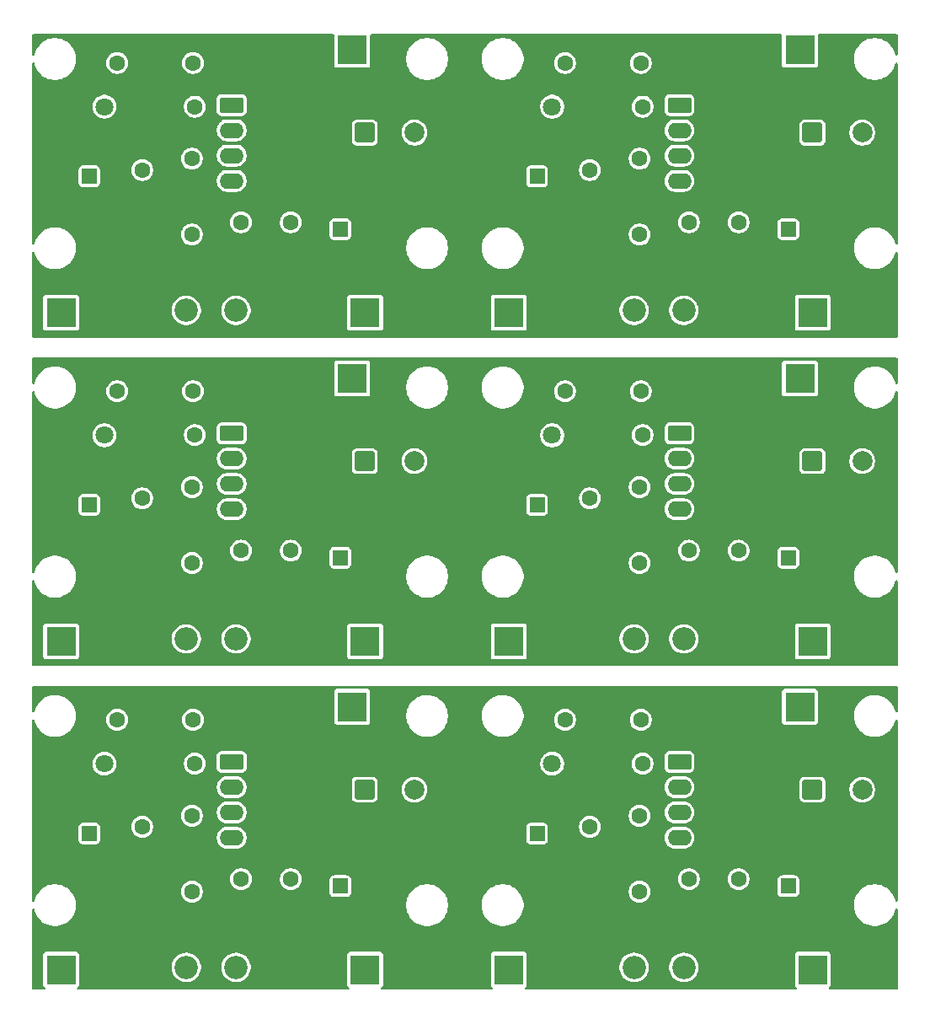
<source format=gbr>
%TF.GenerationSoftware,KiCad,Pcbnew,9.0.4*%
%TF.CreationDate,2025-09-13T21:56:59+02:00*%
%TF.ProjectId,TDA7267_3x2_panel,54444137-3236-4375-9f33-78325f70616e,rev?*%
%TF.SameCoordinates,Original*%
%TF.FileFunction,Copper,L1,Top*%
%TF.FilePolarity,Positive*%
%FSLAX46Y46*%
G04 Gerber Fmt 4.6, Leading zero omitted, Abs format (unit mm)*
G04 Created by KiCad (PCBNEW 9.0.4) date 2025-09-13 21:56:59*
%MOMM*%
%LPD*%
G01*
G04 APERTURE LIST*
G04 Aperture macros list*
%AMRoundRect*
0 Rectangle with rounded corners*
0 $1 Rounding radius*
0 $2 $3 $4 $5 $6 $7 $8 $9 X,Y pos of 4 corners*
0 Add a 4 corners polygon primitive as box body*
4,1,4,$2,$3,$4,$5,$6,$7,$8,$9,$2,$3,0*
0 Add four circle primitives for the rounded corners*
1,1,$1+$1,$2,$3*
1,1,$1+$1,$4,$5*
1,1,$1+$1,$6,$7*
1,1,$1+$1,$8,$9*
0 Add four rect primitives between the rounded corners*
20,1,$1+$1,$2,$3,$4,$5,0*
20,1,$1+$1,$4,$5,$6,$7,0*
20,1,$1+$1,$6,$7,$8,$9,0*
20,1,$1+$1,$8,$9,$2,$3,0*%
G04 Aperture macros list end*
%TA.AperFunction,ComponentPad*%
%ADD10C,2.340000*%
%TD*%
%TA.AperFunction,ComponentPad*%
%ADD11C,1.600000*%
%TD*%
%TA.AperFunction,ComponentPad*%
%ADD12R,3.000000X3.000000*%
%TD*%
%TA.AperFunction,ComponentPad*%
%ADD13C,3.000000*%
%TD*%
%TA.AperFunction,ComponentPad*%
%ADD14RoundRect,0.250000X-0.550000X-0.550000X0.550000X-0.550000X0.550000X0.550000X-0.550000X0.550000X0*%
%TD*%
%TA.AperFunction,ComponentPad*%
%ADD15RoundRect,0.250000X0.550000X0.550000X-0.550000X0.550000X-0.550000X-0.550000X0.550000X-0.550000X0*%
%TD*%
%TA.AperFunction,ComponentPad*%
%ADD16RoundRect,0.250000X-0.950000X-0.550000X0.950000X-0.550000X0.950000X0.550000X-0.950000X0.550000X0*%
%TD*%
%TA.AperFunction,ComponentPad*%
%ADD17O,2.400000X1.600000*%
%TD*%
%TA.AperFunction,ComponentPad*%
%ADD18R,1.800000X1.800000*%
%TD*%
%TA.AperFunction,ComponentPad*%
%ADD19C,1.800000*%
%TD*%
%TA.AperFunction,ComponentPad*%
%ADD20RoundRect,0.250000X-0.750000X-0.750000X0.750000X-0.750000X0.750000X0.750000X-0.750000X0.750000X0*%
%TD*%
%TA.AperFunction,ComponentPad*%
%ADD21C,2.000000*%
%TD*%
G04 APERTURE END LIST*
D10*
%TO.P,RV1,1,1*%
%TO.N,Net-(IN1-Pin_1)*%
X143750000Y-102900000D03*
%TO.P,RV1,2,2*%
%TO.N,Net-(C1-Pad1)*%
X148750000Y-102900000D03*
%TO.P,RV1,3,3*%
%TO.N,GND*%
X153750000Y-102900000D03*
%TD*%
D11*
%TO.P,R1,1*%
%TO.N,Net-(C1-Pad2)*%
X144310000Y-128297500D03*
%TO.P,R1,2*%
%TO.N,Net-(U1-In)*%
X144310000Y-120677500D03*
%TD*%
D12*
%TO.P,IN1,1,Pin_1*%
%TO.N,Net-(IN1-Pin_1)*%
X161710000Y-70150000D03*
D13*
%TO.P,IN1,2,Pin_2*%
%TO.N,GND*%
X166790000Y-70150000D03*
%TD*%
D14*
%TO.P,C2,1*%
%TO.N,Net-(U1-SRV)*%
X114247349Y-61750000D03*
D11*
%TO.P,C2,2*%
%TO.N,GND*%
X118047349Y-61750000D03*
%TD*%
D12*
%TO.P,OUT1,1,Pin_1*%
%TO.N,Net-(OUT1-Pin_1)*%
X115430000Y-76737500D03*
D13*
%TO.P,OUT1,2,Pin_2*%
%TO.N,GND*%
X110350000Y-76737500D03*
%TD*%
D14*
%TO.P,C2,1*%
%TO.N,Net-(U1-SRV)*%
X114247349Y-94750000D03*
D11*
%TO.P,C2,2*%
%TO.N,GND*%
X118047349Y-94750000D03*
%TD*%
D12*
%TO.P,OUT1,1,Pin_1*%
%TO.N,Net-(OUT1-Pin_1)*%
X160430000Y-76737500D03*
D13*
%TO.P,OUT1,2,Pin_2*%
%TO.N,GND*%
X155350000Y-76737500D03*
%TD*%
D12*
%TO.P,VCC1,1,Pin_1*%
%TO.N,/VCC*%
X86170000Y-136150000D03*
D13*
%TO.P,VCC1,2,Pin_2*%
%TO.N,GND*%
X91250000Y-136150000D03*
%TD*%
D15*
%TO.P,C4,1*%
%TO.N,/VCC*%
X134000000Y-56450000D03*
D11*
%TO.P,C4,2*%
%TO.N,GND*%
X130200000Y-56450000D03*
%TD*%
%TO.P,R1,1*%
%TO.N,Net-(C1-Pad2)*%
X99310000Y-128297500D03*
%TO.P,R1,2*%
%TO.N,Net-(U1-In)*%
X99310000Y-120677500D03*
%TD*%
D16*
%TO.P,U1,1,V+*%
%TO.N,/VCC*%
X103310000Y-82270000D03*
D17*
%TO.P,U1,2,Out*%
%TO.N,Net-(U1-Out)*%
X103310000Y-84810000D03*
%TO.P,U1,3,SRV*%
%TO.N,Net-(U1-SRV)*%
X103310000Y-87350000D03*
%TO.P,U1,4,In*%
%TO.N,Net-(U1-In)*%
X103310000Y-89890000D03*
%TO.P,U1,5,GND*%
%TO.N,GND*%
X110930000Y-89890000D03*
%TO.P,U1,6,GND*%
X110930000Y-87350000D03*
%TO.P,U1,7,GND*%
X110930000Y-84810000D03*
%TO.P,U1,8,GND*%
X110930000Y-82270000D03*
%TD*%
D18*
%TO.P,D1,1,K*%
%TO.N,GND*%
X87980000Y-82450000D03*
D19*
%TO.P,D1,2,A*%
%TO.N,Net-(D1-A)*%
X90520000Y-82450000D03*
%TD*%
D16*
%TO.P,U1,1,V+*%
%TO.N,/VCC*%
X103310000Y-49270000D03*
D17*
%TO.P,U1,2,Out*%
%TO.N,Net-(U1-Out)*%
X103310000Y-51810000D03*
%TO.P,U1,3,SRV*%
%TO.N,Net-(U1-SRV)*%
X103310000Y-54350000D03*
%TO.P,U1,4,In*%
%TO.N,Net-(U1-In)*%
X103310000Y-56890000D03*
%TO.P,U1,5,GND*%
%TO.N,GND*%
X110930000Y-56890000D03*
%TO.P,U1,6,GND*%
X110930000Y-54350000D03*
%TO.P,U1,7,GND*%
X110930000Y-51810000D03*
%TO.P,U1,8,GND*%
X110930000Y-49270000D03*
%TD*%
D11*
%TO.P,C1,1*%
%TO.N,Net-(C1-Pad1)*%
X154250000Y-94050000D03*
%TO.P,C1,2*%
%TO.N,Net-(C1-Pad2)*%
X149250000Y-94050000D03*
%TD*%
D20*
%TO.P,C6,1*%
%TO.N,Net-(U1-Out)*%
X116682323Y-52050000D03*
D21*
%TO.P,C6,2*%
%TO.N,Net-(OUT1-Pin_1)*%
X121682323Y-52050000D03*
%TD*%
D14*
%TO.P,C2,1*%
%TO.N,Net-(U1-SRV)*%
X159247349Y-127750000D03*
D11*
%TO.P,C2,2*%
%TO.N,GND*%
X163047349Y-127750000D03*
%TD*%
D18*
%TO.P,D1,1,K*%
%TO.N,GND*%
X132980000Y-49450000D03*
D19*
%TO.P,D1,2,A*%
%TO.N,Net-(D1-A)*%
X135520000Y-49450000D03*
%TD*%
D11*
%TO.P,C5,1*%
%TO.N,GND*%
X139610000Y-49437500D03*
%TO.P,C5,2*%
%TO.N,/VCC*%
X144610000Y-49437500D03*
%TD*%
%TO.P,R1,1*%
%TO.N,Net-(C1-Pad2)*%
X144310000Y-95297500D03*
%TO.P,R1,2*%
%TO.N,Net-(U1-In)*%
X144310000Y-87677500D03*
%TD*%
D15*
%TO.P,C4,1*%
%TO.N,/VCC*%
X89000000Y-56450000D03*
D11*
%TO.P,C4,2*%
%TO.N,GND*%
X85200000Y-56450000D03*
%TD*%
D12*
%TO.P,OUT1,1,Pin_1*%
%TO.N,Net-(OUT1-Pin_1)*%
X160430000Y-43737500D03*
D13*
%TO.P,OUT1,2,Pin_2*%
%TO.N,GND*%
X155350000Y-43737500D03*
%TD*%
D10*
%TO.P,RV1,1,1*%
%TO.N,Net-(IN1-Pin_1)*%
X98750000Y-69900000D03*
%TO.P,RV1,2,2*%
%TO.N,Net-(C1-Pad1)*%
X103750000Y-69900000D03*
%TO.P,RV1,3,3*%
%TO.N,GND*%
X108750000Y-69900000D03*
%TD*%
D12*
%TO.P,VCC1,1,Pin_1*%
%TO.N,/VCC*%
X131170000Y-103150000D03*
D13*
%TO.P,VCC1,2,Pin_2*%
%TO.N,GND*%
X136250000Y-103150000D03*
%TD*%
D10*
%TO.P,RV1,1,1*%
%TO.N,Net-(IN1-Pin_1)*%
X98750000Y-135900000D03*
%TO.P,RV1,2,2*%
%TO.N,Net-(C1-Pad1)*%
X103750000Y-135900000D03*
%TO.P,RV1,3,3*%
%TO.N,GND*%
X108750000Y-135900000D03*
%TD*%
D12*
%TO.P,OUT1,1,Pin_1*%
%TO.N,Net-(OUT1-Pin_1)*%
X115430000Y-43737500D03*
D13*
%TO.P,OUT1,2,Pin_2*%
%TO.N,GND*%
X110350000Y-43737500D03*
%TD*%
D12*
%TO.P,VCC1,1,Pin_1*%
%TO.N,/VCC*%
X131170000Y-136150000D03*
D13*
%TO.P,VCC1,2,Pin_2*%
%TO.N,GND*%
X136250000Y-136150000D03*
%TD*%
D11*
%TO.P,R2,1*%
%TO.N,Net-(D1-A)*%
X91800000Y-78037500D03*
%TO.P,R2,2*%
%TO.N,/VCC*%
X99420000Y-78037500D03*
%TD*%
D16*
%TO.P,U1,1,V+*%
%TO.N,/VCC*%
X148310000Y-82270000D03*
D17*
%TO.P,U1,2,Out*%
%TO.N,Net-(U1-Out)*%
X148310000Y-84810000D03*
%TO.P,U1,3,SRV*%
%TO.N,Net-(U1-SRV)*%
X148310000Y-87350000D03*
%TO.P,U1,4,In*%
%TO.N,Net-(U1-In)*%
X148310000Y-89890000D03*
%TO.P,U1,5,GND*%
%TO.N,GND*%
X155930000Y-89890000D03*
%TO.P,U1,6,GND*%
X155930000Y-87350000D03*
%TO.P,U1,7,GND*%
X155930000Y-84810000D03*
%TO.P,U1,8,GND*%
X155930000Y-82270000D03*
%TD*%
D11*
%TO.P,C1,1*%
%TO.N,Net-(C1-Pad1)*%
X109250000Y-61050000D03*
%TO.P,C1,2*%
%TO.N,Net-(C1-Pad2)*%
X104250000Y-61050000D03*
%TD*%
D15*
%TO.P,C4,1*%
%TO.N,/VCC*%
X89000000Y-122450000D03*
D11*
%TO.P,C4,2*%
%TO.N,GND*%
X85200000Y-122450000D03*
%TD*%
D14*
%TO.P,C2,1*%
%TO.N,Net-(U1-SRV)*%
X159247349Y-94750000D03*
D11*
%TO.P,C2,2*%
%TO.N,GND*%
X163047349Y-94750000D03*
%TD*%
%TO.P,C1,1*%
%TO.N,Net-(C1-Pad1)*%
X154250000Y-61050000D03*
%TO.P,C1,2*%
%TO.N,Net-(C1-Pad2)*%
X149250000Y-61050000D03*
%TD*%
D12*
%TO.P,VCC1,1,Pin_1*%
%TO.N,/VCC*%
X86170000Y-103150000D03*
D13*
%TO.P,VCC1,2,Pin_2*%
%TO.N,GND*%
X91250000Y-103150000D03*
%TD*%
D11*
%TO.P,R2,1*%
%TO.N,Net-(D1-A)*%
X91800000Y-45037500D03*
%TO.P,R2,2*%
%TO.N,/VCC*%
X99420000Y-45037500D03*
%TD*%
D10*
%TO.P,RV1,1,1*%
%TO.N,Net-(IN1-Pin_1)*%
X143750000Y-69900000D03*
%TO.P,RV1,2,2*%
%TO.N,Net-(C1-Pad1)*%
X148750000Y-69900000D03*
%TO.P,RV1,3,3*%
%TO.N,GND*%
X153750000Y-69900000D03*
%TD*%
D12*
%TO.P,IN1,1,Pin_1*%
%TO.N,Net-(IN1-Pin_1)*%
X116710000Y-70150000D03*
D13*
%TO.P,IN1,2,Pin_2*%
%TO.N,GND*%
X121790000Y-70150000D03*
%TD*%
D12*
%TO.P,IN1,1,Pin_1*%
%TO.N,Net-(IN1-Pin_1)*%
X116710000Y-103150000D03*
D13*
%TO.P,IN1,2,Pin_2*%
%TO.N,GND*%
X121790000Y-103150000D03*
%TD*%
D11*
%TO.P,R2,1*%
%TO.N,Net-(D1-A)*%
X136800000Y-111037500D03*
%TO.P,R2,2*%
%TO.N,/VCC*%
X144420000Y-111037500D03*
%TD*%
%TO.P,R1,1*%
%TO.N,Net-(C1-Pad2)*%
X99310000Y-62297500D03*
%TO.P,R1,2*%
%TO.N,Net-(U1-In)*%
X99310000Y-54677500D03*
%TD*%
%TO.P,C1,1*%
%TO.N,Net-(C1-Pad1)*%
X109250000Y-127050000D03*
%TO.P,C1,2*%
%TO.N,Net-(C1-Pad2)*%
X104250000Y-127050000D03*
%TD*%
D10*
%TO.P,RV1,1,1*%
%TO.N,Net-(IN1-Pin_1)*%
X98750000Y-102900000D03*
%TO.P,RV1,2,2*%
%TO.N,Net-(C1-Pad1)*%
X103750000Y-102900000D03*
%TO.P,RV1,3,3*%
%TO.N,GND*%
X108750000Y-102900000D03*
%TD*%
D11*
%TO.P,C5,1*%
%TO.N,GND*%
X139610000Y-115437500D03*
%TO.P,C5,2*%
%TO.N,/VCC*%
X144610000Y-115437500D03*
%TD*%
%TO.P,C1,1*%
%TO.N,Net-(C1-Pad1)*%
X154250000Y-127050000D03*
%TO.P,C1,2*%
%TO.N,Net-(C1-Pad2)*%
X149250000Y-127050000D03*
%TD*%
D15*
%TO.P,C4,1*%
%TO.N,/VCC*%
X89000000Y-89450000D03*
D11*
%TO.P,C4,2*%
%TO.N,GND*%
X85200000Y-89450000D03*
%TD*%
%TO.P,C5,1*%
%TO.N,GND*%
X94610000Y-82437500D03*
%TO.P,C5,2*%
%TO.N,/VCC*%
X99610000Y-82437500D03*
%TD*%
D18*
%TO.P,D1,1,K*%
%TO.N,GND*%
X132980000Y-115450000D03*
D19*
%TO.P,D1,2,A*%
%TO.N,Net-(D1-A)*%
X135520000Y-115450000D03*
%TD*%
D11*
%TO.P,C3,1*%
%TO.N,GND*%
X139310000Y-60797500D03*
%TO.P,C3,2*%
%TO.N,Net-(U1-In)*%
X139310000Y-55797500D03*
%TD*%
%TO.P,R2,1*%
%TO.N,Net-(D1-A)*%
X136800000Y-78037500D03*
%TO.P,R2,2*%
%TO.N,/VCC*%
X144420000Y-78037500D03*
%TD*%
D10*
%TO.P,RV1,1,1*%
%TO.N,Net-(IN1-Pin_1)*%
X143750000Y-135900000D03*
%TO.P,RV1,2,2*%
%TO.N,Net-(C1-Pad1)*%
X148750000Y-135900000D03*
%TO.P,RV1,3,3*%
%TO.N,GND*%
X153750000Y-135900000D03*
%TD*%
D12*
%TO.P,VCC1,1,Pin_1*%
%TO.N,/VCC*%
X86170000Y-70150000D03*
D13*
%TO.P,VCC1,2,Pin_2*%
%TO.N,GND*%
X91250000Y-70150000D03*
%TD*%
D11*
%TO.P,C3,1*%
%TO.N,GND*%
X94310000Y-126797500D03*
%TO.P,C3,2*%
%TO.N,Net-(U1-In)*%
X94310000Y-121797500D03*
%TD*%
D12*
%TO.P,OUT1,1,Pin_1*%
%TO.N,Net-(OUT1-Pin_1)*%
X160430000Y-109737500D03*
D13*
%TO.P,OUT1,2,Pin_2*%
%TO.N,GND*%
X155350000Y-109737500D03*
%TD*%
D18*
%TO.P,D1,1,K*%
%TO.N,GND*%
X132980000Y-82450000D03*
D19*
%TO.P,D1,2,A*%
%TO.N,Net-(D1-A)*%
X135520000Y-82450000D03*
%TD*%
D11*
%TO.P,C3,1*%
%TO.N,GND*%
X139310000Y-93797500D03*
%TO.P,C3,2*%
%TO.N,Net-(U1-In)*%
X139310000Y-88797500D03*
%TD*%
D16*
%TO.P,U1,1,V+*%
%TO.N,/VCC*%
X148310000Y-49270000D03*
D17*
%TO.P,U1,2,Out*%
%TO.N,Net-(U1-Out)*%
X148310000Y-51810000D03*
%TO.P,U1,3,SRV*%
%TO.N,Net-(U1-SRV)*%
X148310000Y-54350000D03*
%TO.P,U1,4,In*%
%TO.N,Net-(U1-In)*%
X148310000Y-56890000D03*
%TO.P,U1,5,GND*%
%TO.N,GND*%
X155930000Y-56890000D03*
%TO.P,U1,6,GND*%
X155930000Y-54350000D03*
%TO.P,U1,7,GND*%
X155930000Y-51810000D03*
%TO.P,U1,8,GND*%
X155930000Y-49270000D03*
%TD*%
D11*
%TO.P,C3,1*%
%TO.N,GND*%
X139310000Y-126797500D03*
%TO.P,C3,2*%
%TO.N,Net-(U1-In)*%
X139310000Y-121797500D03*
%TD*%
D12*
%TO.P,IN1,1,Pin_1*%
%TO.N,Net-(IN1-Pin_1)*%
X161710000Y-136150000D03*
D13*
%TO.P,IN1,2,Pin_2*%
%TO.N,GND*%
X166790000Y-136150000D03*
%TD*%
D11*
%TO.P,R1,1*%
%TO.N,Net-(C1-Pad2)*%
X144310000Y-62297500D03*
%TO.P,R1,2*%
%TO.N,Net-(U1-In)*%
X144310000Y-54677500D03*
%TD*%
%TO.P,R2,1*%
%TO.N,Net-(D1-A)*%
X91800000Y-111037500D03*
%TO.P,R2,2*%
%TO.N,/VCC*%
X99420000Y-111037500D03*
%TD*%
D14*
%TO.P,C2,1*%
%TO.N,Net-(U1-SRV)*%
X159247349Y-61750000D03*
D11*
%TO.P,C2,2*%
%TO.N,GND*%
X163047349Y-61750000D03*
%TD*%
D20*
%TO.P,C6,1*%
%TO.N,Net-(U1-Out)*%
X161682323Y-85050000D03*
D21*
%TO.P,C6,2*%
%TO.N,Net-(OUT1-Pin_1)*%
X166682323Y-85050000D03*
%TD*%
D16*
%TO.P,U1,1,V+*%
%TO.N,/VCC*%
X148310000Y-115270000D03*
D17*
%TO.P,U1,2,Out*%
%TO.N,Net-(U1-Out)*%
X148310000Y-117810000D03*
%TO.P,U1,3,SRV*%
%TO.N,Net-(U1-SRV)*%
X148310000Y-120350000D03*
%TO.P,U1,4,In*%
%TO.N,Net-(U1-In)*%
X148310000Y-122890000D03*
%TO.P,U1,5,GND*%
%TO.N,GND*%
X155930000Y-122890000D03*
%TO.P,U1,6,GND*%
X155930000Y-120350000D03*
%TO.P,U1,7,GND*%
X155930000Y-117810000D03*
%TO.P,U1,8,GND*%
X155930000Y-115270000D03*
%TD*%
D12*
%TO.P,OUT1,1,Pin_1*%
%TO.N,Net-(OUT1-Pin_1)*%
X115430000Y-109737500D03*
D13*
%TO.P,OUT1,2,Pin_2*%
%TO.N,GND*%
X110350000Y-109737500D03*
%TD*%
D11*
%TO.P,C5,1*%
%TO.N,GND*%
X139610000Y-82437500D03*
%TO.P,C5,2*%
%TO.N,/VCC*%
X144610000Y-82437500D03*
%TD*%
D15*
%TO.P,C4,1*%
%TO.N,/VCC*%
X134000000Y-89450000D03*
D11*
%TO.P,C4,2*%
%TO.N,GND*%
X130200000Y-89450000D03*
%TD*%
%TO.P,C1,1*%
%TO.N,Net-(C1-Pad1)*%
X109250000Y-94050000D03*
%TO.P,C1,2*%
%TO.N,Net-(C1-Pad2)*%
X104250000Y-94050000D03*
%TD*%
D14*
%TO.P,C2,1*%
%TO.N,Net-(U1-SRV)*%
X114247349Y-127750000D03*
D11*
%TO.P,C2,2*%
%TO.N,GND*%
X118047349Y-127750000D03*
%TD*%
D12*
%TO.P,VCC1,1,Pin_1*%
%TO.N,/VCC*%
X131170000Y-70150000D03*
D13*
%TO.P,VCC1,2,Pin_2*%
%TO.N,GND*%
X136250000Y-70150000D03*
%TD*%
D12*
%TO.P,IN1,1,Pin_1*%
%TO.N,Net-(IN1-Pin_1)*%
X116710000Y-136150000D03*
D13*
%TO.P,IN1,2,Pin_2*%
%TO.N,GND*%
X121790000Y-136150000D03*
%TD*%
D11*
%TO.P,C5,1*%
%TO.N,GND*%
X94610000Y-115437500D03*
%TO.P,C5,2*%
%TO.N,/VCC*%
X99610000Y-115437500D03*
%TD*%
%TO.P,R2,1*%
%TO.N,Net-(D1-A)*%
X136800000Y-45037500D03*
%TO.P,R2,2*%
%TO.N,/VCC*%
X144420000Y-45037500D03*
%TD*%
D18*
%TO.P,D1,1,K*%
%TO.N,GND*%
X87980000Y-115450000D03*
D19*
%TO.P,D1,2,A*%
%TO.N,Net-(D1-A)*%
X90520000Y-115450000D03*
%TD*%
D18*
%TO.P,D1,1,K*%
%TO.N,GND*%
X87980000Y-49450000D03*
D19*
%TO.P,D1,2,A*%
%TO.N,Net-(D1-A)*%
X90520000Y-49450000D03*
%TD*%
D11*
%TO.P,C5,1*%
%TO.N,GND*%
X94610000Y-49437500D03*
%TO.P,C5,2*%
%TO.N,/VCC*%
X99610000Y-49437500D03*
%TD*%
D20*
%TO.P,C6,1*%
%TO.N,Net-(U1-Out)*%
X116682323Y-118050000D03*
D21*
%TO.P,C6,2*%
%TO.N,Net-(OUT1-Pin_1)*%
X121682323Y-118050000D03*
%TD*%
D11*
%TO.P,C3,1*%
%TO.N,GND*%
X94310000Y-60797500D03*
%TO.P,C3,2*%
%TO.N,Net-(U1-In)*%
X94310000Y-55797500D03*
%TD*%
D16*
%TO.P,U1,1,V+*%
%TO.N,/VCC*%
X103310000Y-115270000D03*
D17*
%TO.P,U1,2,Out*%
%TO.N,Net-(U1-Out)*%
X103310000Y-117810000D03*
%TO.P,U1,3,SRV*%
%TO.N,Net-(U1-SRV)*%
X103310000Y-120350000D03*
%TO.P,U1,4,In*%
%TO.N,Net-(U1-In)*%
X103310000Y-122890000D03*
%TO.P,U1,5,GND*%
%TO.N,GND*%
X110930000Y-122890000D03*
%TO.P,U1,6,GND*%
X110930000Y-120350000D03*
%TO.P,U1,7,GND*%
X110930000Y-117810000D03*
%TO.P,U1,8,GND*%
X110930000Y-115270000D03*
%TD*%
D11*
%TO.P,C3,1*%
%TO.N,GND*%
X94310000Y-93797500D03*
%TO.P,C3,2*%
%TO.N,Net-(U1-In)*%
X94310000Y-88797500D03*
%TD*%
D15*
%TO.P,C4,1*%
%TO.N,/VCC*%
X134000000Y-122450000D03*
D11*
%TO.P,C4,2*%
%TO.N,GND*%
X130200000Y-122450000D03*
%TD*%
D12*
%TO.P,IN1,1,Pin_1*%
%TO.N,Net-(IN1-Pin_1)*%
X161710000Y-103150000D03*
D13*
%TO.P,IN1,2,Pin_2*%
%TO.N,GND*%
X166790000Y-103150000D03*
%TD*%
D20*
%TO.P,C6,1*%
%TO.N,Net-(U1-Out)*%
X161682323Y-118050000D03*
D21*
%TO.P,C6,2*%
%TO.N,Net-(OUT1-Pin_1)*%
X166682323Y-118050000D03*
%TD*%
D11*
%TO.P,R1,1*%
%TO.N,Net-(C1-Pad2)*%
X99310000Y-95297500D03*
%TO.P,R1,2*%
%TO.N,Net-(U1-In)*%
X99310000Y-87677500D03*
%TD*%
D20*
%TO.P,C6,1*%
%TO.N,Net-(U1-Out)*%
X116682323Y-85050000D03*
D21*
%TO.P,C6,2*%
%TO.N,Net-(OUT1-Pin_1)*%
X121682323Y-85050000D03*
%TD*%
D20*
%TO.P,C6,1*%
%TO.N,Net-(U1-Out)*%
X161682323Y-52050000D03*
D21*
%TO.P,C6,2*%
%TO.N,Net-(OUT1-Pin_1)*%
X166682323Y-52050000D03*
%TD*%
%TA.AperFunction,Conductor*%
%TO.N,GND*%
G36*
X170192539Y-74669685D02*
G01*
X170238294Y-74722489D01*
X170249500Y-74774000D01*
X170249500Y-77174270D01*
X170229815Y-77241309D01*
X170177011Y-77287064D01*
X170107853Y-77297008D01*
X170044297Y-77267983D01*
X170006523Y-77209205D01*
X170005725Y-77206363D01*
X170003507Y-77198086D01*
X169943295Y-76973368D01*
X169837923Y-76718979D01*
X169837921Y-76718976D01*
X169837919Y-76718971D01*
X169788732Y-76633778D01*
X169700249Y-76480521D01*
X169532628Y-76262072D01*
X169532623Y-76262066D01*
X169337933Y-76067376D01*
X169337926Y-76067370D01*
X169119483Y-75899754D01*
X169119482Y-75899753D01*
X169119479Y-75899751D01*
X169024407Y-75844861D01*
X168881028Y-75762080D01*
X168881017Y-75762075D01*
X168626630Y-75656704D01*
X168493649Y-75621072D01*
X168360666Y-75585440D01*
X168360660Y-75585439D01*
X168360655Y-75585438D01*
X168087684Y-75549501D01*
X168087679Y-75549500D01*
X168087674Y-75549500D01*
X167812326Y-75549500D01*
X167812320Y-75549500D01*
X167812315Y-75549501D01*
X167539344Y-75585438D01*
X167539337Y-75585439D01*
X167539334Y-75585440D01*
X167483125Y-75600500D01*
X167273369Y-75656704D01*
X167018982Y-75762075D01*
X167018971Y-75762080D01*
X166780516Y-75899754D01*
X166562073Y-76067370D01*
X166562066Y-76067376D01*
X166367376Y-76262066D01*
X166367370Y-76262073D01*
X166199754Y-76480516D01*
X166062080Y-76718971D01*
X166062075Y-76718982D01*
X165956704Y-76973369D01*
X165885441Y-77239331D01*
X165885438Y-77239344D01*
X165849501Y-77512315D01*
X165849500Y-77512332D01*
X165849500Y-77787667D01*
X165849501Y-77787684D01*
X165885438Y-78060655D01*
X165885439Y-78060660D01*
X165885440Y-78060666D01*
X165921072Y-78193649D01*
X165956704Y-78326630D01*
X166062075Y-78581017D01*
X166062080Y-78581028D01*
X166144861Y-78724407D01*
X166199751Y-78819479D01*
X166199753Y-78819482D01*
X166199754Y-78819483D01*
X166367370Y-79037926D01*
X166367376Y-79037933D01*
X166562066Y-79232623D01*
X166562072Y-79232628D01*
X166780521Y-79400249D01*
X166933778Y-79488732D01*
X167018971Y-79537919D01*
X167018976Y-79537921D01*
X167018979Y-79537923D01*
X167273368Y-79643295D01*
X167539334Y-79714560D01*
X167812326Y-79750500D01*
X167812333Y-79750500D01*
X168087667Y-79750500D01*
X168087674Y-79750500D01*
X168360666Y-79714560D01*
X168626632Y-79643295D01*
X168881021Y-79537923D01*
X169119479Y-79400249D01*
X169337928Y-79232628D01*
X169532628Y-79037928D01*
X169700249Y-78819479D01*
X169837923Y-78581021D01*
X169943295Y-78326632D01*
X170005726Y-78093633D01*
X170042090Y-78033975D01*
X170104937Y-78003446D01*
X170174312Y-78011741D01*
X170228190Y-78056226D01*
X170249465Y-78122778D01*
X170249500Y-78125729D01*
X170249500Y-96174270D01*
X170229815Y-96241309D01*
X170177011Y-96287064D01*
X170107853Y-96297008D01*
X170044297Y-96267983D01*
X170006523Y-96209205D01*
X170005725Y-96206363D01*
X169997916Y-96177221D01*
X169943295Y-95973368D01*
X169837923Y-95718979D01*
X169837921Y-95718976D01*
X169837919Y-95718971D01*
X169788732Y-95633778D01*
X169700249Y-95480521D01*
X169532628Y-95262072D01*
X169532626Y-95262070D01*
X169532623Y-95262066D01*
X169337933Y-95067376D01*
X169337926Y-95067370D01*
X169119483Y-94899754D01*
X169119482Y-94899753D01*
X169119479Y-94899751D01*
X169024407Y-94844861D01*
X168881028Y-94762080D01*
X168881017Y-94762075D01*
X168626630Y-94656704D01*
X168493649Y-94621072D01*
X168360666Y-94585440D01*
X168360660Y-94585439D01*
X168360655Y-94585438D01*
X168087684Y-94549501D01*
X168087679Y-94549500D01*
X168087674Y-94549500D01*
X167812326Y-94549500D01*
X167812320Y-94549500D01*
X167812315Y-94549501D01*
X167539344Y-94585438D01*
X167539337Y-94585439D01*
X167539334Y-94585440D01*
X167483125Y-94600500D01*
X167273369Y-94656704D01*
X167018982Y-94762075D01*
X167018971Y-94762080D01*
X166780516Y-94899754D01*
X166562073Y-95067370D01*
X166562066Y-95067376D01*
X166367376Y-95262066D01*
X166367370Y-95262073D01*
X166199754Y-95480516D01*
X166062080Y-95718971D01*
X166062075Y-95718982D01*
X165956704Y-95973369D01*
X165885441Y-96239331D01*
X165885438Y-96239344D01*
X165849501Y-96512315D01*
X165849500Y-96512332D01*
X165849500Y-96787667D01*
X165849501Y-96787684D01*
X165885438Y-97060655D01*
X165885439Y-97060660D01*
X165885440Y-97060666D01*
X165921072Y-97193649D01*
X165956704Y-97326630D01*
X166062075Y-97581017D01*
X166062080Y-97581028D01*
X166144861Y-97724407D01*
X166199751Y-97819479D01*
X166199753Y-97819482D01*
X166199754Y-97819483D01*
X166367370Y-98037926D01*
X166367376Y-98037933D01*
X166562066Y-98232623D01*
X166562072Y-98232628D01*
X166780521Y-98400249D01*
X166933778Y-98488732D01*
X167018971Y-98537919D01*
X167018976Y-98537921D01*
X167018979Y-98537923D01*
X167273368Y-98643295D01*
X167539334Y-98714560D01*
X167812326Y-98750500D01*
X167812333Y-98750500D01*
X168087667Y-98750500D01*
X168087674Y-98750500D01*
X168360666Y-98714560D01*
X168626632Y-98643295D01*
X168881021Y-98537923D01*
X169119479Y-98400249D01*
X169337928Y-98232628D01*
X169532628Y-98037928D01*
X169700249Y-97819479D01*
X169837923Y-97581021D01*
X169943295Y-97326632D01*
X170005726Y-97093633D01*
X170042090Y-97033975D01*
X170104937Y-97003446D01*
X170174312Y-97011741D01*
X170228190Y-97056226D01*
X170249465Y-97122778D01*
X170249500Y-97125729D01*
X170249500Y-105526000D01*
X170229815Y-105593039D01*
X170177011Y-105638794D01*
X170125500Y-105650000D01*
X83374500Y-105650000D01*
X83307461Y-105630315D01*
X83261706Y-105577511D01*
X83250500Y-105526000D01*
X83250500Y-101605131D01*
X84369500Y-101605131D01*
X84369500Y-104694856D01*
X84369502Y-104694882D01*
X84372413Y-104719987D01*
X84372415Y-104719991D01*
X84417793Y-104822764D01*
X84417794Y-104822765D01*
X84497235Y-104902206D01*
X84600009Y-104947585D01*
X84625135Y-104950500D01*
X87714864Y-104950499D01*
X87714879Y-104950497D01*
X87714882Y-104950497D01*
X87739987Y-104947586D01*
X87739988Y-104947585D01*
X87739991Y-104947585D01*
X87842765Y-104902206D01*
X87922206Y-104822765D01*
X87967585Y-104719991D01*
X87970500Y-104694865D01*
X87970499Y-102784269D01*
X97279500Y-102784269D01*
X97279500Y-103015730D01*
X97315709Y-103244344D01*
X97387232Y-103464473D01*
X97387233Y-103464476D01*
X97492318Y-103670713D01*
X97628359Y-103857959D01*
X97628363Y-103857964D01*
X97792035Y-104021636D01*
X97792040Y-104021640D01*
X97955366Y-104140302D01*
X97979290Y-104157684D01*
X98114106Y-104226376D01*
X98185523Y-104262766D01*
X98185526Y-104262767D01*
X98295590Y-104298528D01*
X98405657Y-104334291D01*
X98634269Y-104370500D01*
X98634270Y-104370500D01*
X98865730Y-104370500D01*
X98865731Y-104370500D01*
X99094343Y-104334291D01*
X99314476Y-104262766D01*
X99520710Y-104157684D01*
X99707966Y-104021635D01*
X99871635Y-103857966D01*
X100007684Y-103670710D01*
X100112766Y-103464476D01*
X100184291Y-103244343D01*
X100220500Y-103015731D01*
X100220500Y-102784269D01*
X102279500Y-102784269D01*
X102279500Y-103015730D01*
X102315709Y-103244344D01*
X102387232Y-103464473D01*
X102387233Y-103464476D01*
X102492318Y-103670713D01*
X102628359Y-103857959D01*
X102628363Y-103857964D01*
X102792035Y-104021636D01*
X102792040Y-104021640D01*
X102955366Y-104140302D01*
X102979290Y-104157684D01*
X103114106Y-104226376D01*
X103185523Y-104262766D01*
X103185526Y-104262767D01*
X103295590Y-104298528D01*
X103405657Y-104334291D01*
X103634269Y-104370500D01*
X103634270Y-104370500D01*
X103865730Y-104370500D01*
X103865731Y-104370500D01*
X104094343Y-104334291D01*
X104314476Y-104262766D01*
X104520710Y-104157684D01*
X104707966Y-104021635D01*
X104871635Y-103857966D01*
X105007684Y-103670710D01*
X105112766Y-103464476D01*
X105184291Y-103244343D01*
X105220500Y-103015731D01*
X105220500Y-102784269D01*
X105184291Y-102555657D01*
X105112766Y-102335524D01*
X105112766Y-102335523D01*
X105076376Y-102264106D01*
X105007684Y-102129290D01*
X104990302Y-102105366D01*
X104871640Y-101942040D01*
X104871636Y-101942035D01*
X104707964Y-101778363D01*
X104707959Y-101778359D01*
X104602683Y-101701872D01*
X104520713Y-101642318D01*
X104520712Y-101642317D01*
X104520710Y-101642316D01*
X104447730Y-101605131D01*
X114909500Y-101605131D01*
X114909500Y-104694856D01*
X114909502Y-104694882D01*
X114912413Y-104719987D01*
X114912415Y-104719991D01*
X114957793Y-104822764D01*
X114957794Y-104822765D01*
X115037235Y-104902206D01*
X115140009Y-104947585D01*
X115165135Y-104950500D01*
X118254864Y-104950499D01*
X118254879Y-104950497D01*
X118254882Y-104950497D01*
X118279987Y-104947586D01*
X118279988Y-104947585D01*
X118279991Y-104947585D01*
X118382765Y-104902206D01*
X118462206Y-104822765D01*
X118507585Y-104719991D01*
X118510500Y-104694865D01*
X118510499Y-101605136D01*
X118510499Y-101605135D01*
X118510499Y-101605131D01*
X129369500Y-101605131D01*
X129369500Y-104694856D01*
X129369502Y-104694882D01*
X129372413Y-104719987D01*
X129372415Y-104719991D01*
X129417793Y-104822764D01*
X129417794Y-104822765D01*
X129497235Y-104902206D01*
X129600009Y-104947585D01*
X129625135Y-104950500D01*
X132714864Y-104950499D01*
X132714879Y-104950497D01*
X132714882Y-104950497D01*
X132739987Y-104947586D01*
X132739988Y-104947585D01*
X132739991Y-104947585D01*
X132842765Y-104902206D01*
X132922206Y-104822765D01*
X132967585Y-104719991D01*
X132970500Y-104694865D01*
X132970499Y-102784269D01*
X142279500Y-102784269D01*
X142279500Y-103015730D01*
X142315709Y-103244344D01*
X142387232Y-103464473D01*
X142387233Y-103464476D01*
X142492318Y-103670713D01*
X142628359Y-103857959D01*
X142628363Y-103857964D01*
X142792035Y-104021636D01*
X142792040Y-104021640D01*
X142955366Y-104140302D01*
X142979290Y-104157684D01*
X143114106Y-104226376D01*
X143185523Y-104262766D01*
X143185526Y-104262767D01*
X143295590Y-104298528D01*
X143405657Y-104334291D01*
X143634269Y-104370500D01*
X143634270Y-104370500D01*
X143865730Y-104370500D01*
X143865731Y-104370500D01*
X144094343Y-104334291D01*
X144314476Y-104262766D01*
X144520710Y-104157684D01*
X144707966Y-104021635D01*
X144871635Y-103857966D01*
X145007684Y-103670710D01*
X145112766Y-103464476D01*
X145184291Y-103244343D01*
X145220500Y-103015731D01*
X145220500Y-102784269D01*
X147279500Y-102784269D01*
X147279500Y-103015730D01*
X147315709Y-103244344D01*
X147387232Y-103464473D01*
X147387233Y-103464476D01*
X147492318Y-103670713D01*
X147628359Y-103857959D01*
X147628363Y-103857964D01*
X147792035Y-104021636D01*
X147792040Y-104021640D01*
X147955366Y-104140302D01*
X147979290Y-104157684D01*
X148114106Y-104226376D01*
X148185523Y-104262766D01*
X148185526Y-104262767D01*
X148295590Y-104298528D01*
X148405657Y-104334291D01*
X148634269Y-104370500D01*
X148634270Y-104370500D01*
X148865730Y-104370500D01*
X148865731Y-104370500D01*
X149094343Y-104334291D01*
X149314476Y-104262766D01*
X149520710Y-104157684D01*
X149707966Y-104021635D01*
X149871635Y-103857966D01*
X150007684Y-103670710D01*
X150112766Y-103464476D01*
X150184291Y-103244343D01*
X150220500Y-103015731D01*
X150220500Y-102784269D01*
X150184291Y-102555657D01*
X150112766Y-102335524D01*
X150112766Y-102335523D01*
X150076376Y-102264106D01*
X150007684Y-102129290D01*
X149990302Y-102105366D01*
X149871640Y-101942040D01*
X149871636Y-101942035D01*
X149707964Y-101778363D01*
X149707959Y-101778359D01*
X149602683Y-101701872D01*
X149520713Y-101642318D01*
X149520712Y-101642317D01*
X149520710Y-101642316D01*
X149447730Y-101605131D01*
X159909500Y-101605131D01*
X159909500Y-104694856D01*
X159909502Y-104694882D01*
X159912413Y-104719987D01*
X159912415Y-104719991D01*
X159957793Y-104822764D01*
X159957794Y-104822765D01*
X160037235Y-104902206D01*
X160140009Y-104947585D01*
X160165135Y-104950500D01*
X163254864Y-104950499D01*
X163254879Y-104950497D01*
X163254882Y-104950497D01*
X163279987Y-104947586D01*
X163279988Y-104947585D01*
X163279991Y-104947585D01*
X163382765Y-104902206D01*
X163462206Y-104822765D01*
X163507585Y-104719991D01*
X163510500Y-104694865D01*
X163510499Y-101605136D01*
X163510497Y-101605117D01*
X163507586Y-101580012D01*
X163507585Y-101580010D01*
X163507585Y-101580009D01*
X163462206Y-101477235D01*
X163382765Y-101397794D01*
X163382763Y-101397793D01*
X163279992Y-101352415D01*
X163254865Y-101349500D01*
X160165143Y-101349500D01*
X160165117Y-101349502D01*
X160140012Y-101352413D01*
X160140008Y-101352415D01*
X160037235Y-101397793D01*
X159957794Y-101477234D01*
X159912415Y-101580006D01*
X159912415Y-101580008D01*
X159909500Y-101605131D01*
X149447730Y-101605131D01*
X149447703Y-101605117D01*
X149314476Y-101537233D01*
X149314473Y-101537232D01*
X149094344Y-101465709D01*
X148980037Y-101447604D01*
X148865731Y-101429500D01*
X148634269Y-101429500D01*
X148558065Y-101441569D01*
X148405655Y-101465709D01*
X148185526Y-101537232D01*
X148185523Y-101537233D01*
X147979286Y-101642318D01*
X147792040Y-101778359D01*
X147792035Y-101778363D01*
X147628363Y-101942035D01*
X147628359Y-101942040D01*
X147492318Y-102129286D01*
X147387233Y-102335523D01*
X147387232Y-102335526D01*
X147315709Y-102555655D01*
X147279500Y-102784269D01*
X145220500Y-102784269D01*
X145184291Y-102555657D01*
X145112766Y-102335524D01*
X145112766Y-102335523D01*
X145076376Y-102264106D01*
X145007684Y-102129290D01*
X144990302Y-102105366D01*
X144871640Y-101942040D01*
X144871636Y-101942035D01*
X144707964Y-101778363D01*
X144707959Y-101778359D01*
X144520713Y-101642318D01*
X144520712Y-101642317D01*
X144520710Y-101642316D01*
X144447703Y-101605117D01*
X144314476Y-101537233D01*
X144314473Y-101537232D01*
X144094344Y-101465709D01*
X143980037Y-101447604D01*
X143865731Y-101429500D01*
X143634269Y-101429500D01*
X143558065Y-101441569D01*
X143405655Y-101465709D01*
X143185526Y-101537232D01*
X143185523Y-101537233D01*
X142979286Y-101642318D01*
X142792040Y-101778359D01*
X142792035Y-101778363D01*
X142628363Y-101942035D01*
X142628359Y-101942040D01*
X142492318Y-102129286D01*
X142387233Y-102335523D01*
X142387232Y-102335526D01*
X142315709Y-102555655D01*
X142279500Y-102784269D01*
X132970499Y-102784269D01*
X132970499Y-101605136D01*
X132970497Y-101605117D01*
X132967586Y-101580012D01*
X132967585Y-101580010D01*
X132967585Y-101580009D01*
X132922206Y-101477235D01*
X132842765Y-101397794D01*
X132842763Y-101397793D01*
X132739992Y-101352415D01*
X132714865Y-101349500D01*
X129625143Y-101349500D01*
X129625117Y-101349502D01*
X129600012Y-101352413D01*
X129600008Y-101352415D01*
X129497235Y-101397793D01*
X129417794Y-101477234D01*
X129372415Y-101580006D01*
X129372415Y-101580008D01*
X129369500Y-101605131D01*
X118510499Y-101605131D01*
X118510499Y-101605130D01*
X118507586Y-101580012D01*
X118507585Y-101580010D01*
X118507585Y-101580009D01*
X118462206Y-101477235D01*
X118382765Y-101397794D01*
X118382763Y-101397793D01*
X118279992Y-101352415D01*
X118254865Y-101349500D01*
X115165143Y-101349500D01*
X115165117Y-101349502D01*
X115140012Y-101352413D01*
X115140008Y-101352415D01*
X115037235Y-101397793D01*
X114957794Y-101477234D01*
X114912415Y-101580006D01*
X114912415Y-101580008D01*
X114909500Y-101605131D01*
X104447730Y-101605131D01*
X104447703Y-101605117D01*
X104314476Y-101537233D01*
X104314473Y-101537232D01*
X104094344Y-101465709D01*
X103980037Y-101447604D01*
X103865731Y-101429500D01*
X103634269Y-101429500D01*
X103558065Y-101441569D01*
X103405655Y-101465709D01*
X103185526Y-101537232D01*
X103185523Y-101537233D01*
X102979286Y-101642318D01*
X102792040Y-101778359D01*
X102792035Y-101778363D01*
X102628363Y-101942035D01*
X102628359Y-101942040D01*
X102492318Y-102129286D01*
X102387233Y-102335523D01*
X102387232Y-102335526D01*
X102315709Y-102555655D01*
X102279500Y-102784269D01*
X100220500Y-102784269D01*
X100184291Y-102555657D01*
X100112766Y-102335524D01*
X100112766Y-102335523D01*
X100076376Y-102264106D01*
X100007684Y-102129290D01*
X99990302Y-102105366D01*
X99871640Y-101942040D01*
X99871636Y-101942035D01*
X99707964Y-101778363D01*
X99707959Y-101778359D01*
X99520713Y-101642318D01*
X99520712Y-101642317D01*
X99520710Y-101642316D01*
X99447703Y-101605117D01*
X99314476Y-101537233D01*
X99314473Y-101537232D01*
X99094344Y-101465709D01*
X98980037Y-101447604D01*
X98865731Y-101429500D01*
X98634269Y-101429500D01*
X98558065Y-101441569D01*
X98405655Y-101465709D01*
X98185526Y-101537232D01*
X98185523Y-101537233D01*
X97979286Y-101642318D01*
X97792040Y-101778359D01*
X97792035Y-101778363D01*
X97628363Y-101942035D01*
X97628359Y-101942040D01*
X97492318Y-102129286D01*
X97387233Y-102335523D01*
X97387232Y-102335526D01*
X97315709Y-102555655D01*
X97279500Y-102784269D01*
X87970499Y-102784269D01*
X87970499Y-101605136D01*
X87970497Y-101605117D01*
X87967586Y-101580012D01*
X87967585Y-101580010D01*
X87967585Y-101580009D01*
X87922206Y-101477235D01*
X87842765Y-101397794D01*
X87842763Y-101397793D01*
X87739992Y-101352415D01*
X87714865Y-101349500D01*
X84625143Y-101349500D01*
X84625117Y-101349502D01*
X84600012Y-101352413D01*
X84600008Y-101352415D01*
X84497235Y-101397793D01*
X84417794Y-101477234D01*
X84372415Y-101580006D01*
X84372415Y-101580008D01*
X84369500Y-101605131D01*
X83250500Y-101605131D01*
X83250500Y-97125729D01*
X83270185Y-97058690D01*
X83322989Y-97012935D01*
X83392147Y-97002991D01*
X83455703Y-97032016D01*
X83493477Y-97090794D01*
X83494258Y-97093576D01*
X83533065Y-97238408D01*
X83556704Y-97326630D01*
X83662075Y-97581017D01*
X83662080Y-97581028D01*
X83744861Y-97724407D01*
X83799751Y-97819479D01*
X83799753Y-97819482D01*
X83799754Y-97819483D01*
X83967370Y-98037926D01*
X83967376Y-98037933D01*
X84162066Y-98232623D01*
X84162072Y-98232628D01*
X84380521Y-98400249D01*
X84533778Y-98488732D01*
X84618971Y-98537919D01*
X84618976Y-98537921D01*
X84618979Y-98537923D01*
X84873368Y-98643295D01*
X85139334Y-98714560D01*
X85412326Y-98750500D01*
X85412333Y-98750500D01*
X85687667Y-98750500D01*
X85687674Y-98750500D01*
X85960666Y-98714560D01*
X86226632Y-98643295D01*
X86481021Y-98537923D01*
X86719479Y-98400249D01*
X86937928Y-98232628D01*
X87132628Y-98037928D01*
X87300249Y-97819479D01*
X87437923Y-97581021D01*
X87543295Y-97326632D01*
X87614560Y-97060666D01*
X87650500Y-96787674D01*
X87650500Y-96512332D01*
X120849500Y-96512332D01*
X120849500Y-96787667D01*
X120849501Y-96787684D01*
X120885438Y-97060655D01*
X120885439Y-97060660D01*
X120885440Y-97060666D01*
X120921072Y-97193649D01*
X120956704Y-97326630D01*
X121062075Y-97581017D01*
X121062080Y-97581028D01*
X121144861Y-97724407D01*
X121199751Y-97819479D01*
X121199753Y-97819482D01*
X121199754Y-97819483D01*
X121367370Y-98037926D01*
X121367376Y-98037933D01*
X121562066Y-98232623D01*
X121562072Y-98232628D01*
X121780521Y-98400249D01*
X121933778Y-98488732D01*
X122018971Y-98537919D01*
X122018976Y-98537921D01*
X122018979Y-98537923D01*
X122273368Y-98643295D01*
X122539334Y-98714560D01*
X122812326Y-98750500D01*
X122812333Y-98750500D01*
X123087667Y-98750500D01*
X123087674Y-98750500D01*
X123360666Y-98714560D01*
X123626632Y-98643295D01*
X123881021Y-98537923D01*
X124119479Y-98400249D01*
X124337928Y-98232628D01*
X124532628Y-98037928D01*
X124700249Y-97819479D01*
X124837923Y-97581021D01*
X124943295Y-97326632D01*
X125014560Y-97060666D01*
X125050500Y-96787674D01*
X125050500Y-96512332D01*
X128449500Y-96512332D01*
X128449500Y-96787667D01*
X128449501Y-96787684D01*
X128485438Y-97060655D01*
X128485439Y-97060660D01*
X128485440Y-97060666D01*
X128521072Y-97193649D01*
X128556704Y-97326630D01*
X128662075Y-97581017D01*
X128662080Y-97581028D01*
X128744861Y-97724407D01*
X128799751Y-97819479D01*
X128799753Y-97819482D01*
X128799754Y-97819483D01*
X128967370Y-98037926D01*
X128967376Y-98037933D01*
X129162066Y-98232623D01*
X129162072Y-98232628D01*
X129380521Y-98400249D01*
X129533778Y-98488732D01*
X129618971Y-98537919D01*
X129618976Y-98537921D01*
X129618979Y-98537923D01*
X129873368Y-98643295D01*
X130139334Y-98714560D01*
X130412326Y-98750500D01*
X130412333Y-98750500D01*
X130687667Y-98750500D01*
X130687674Y-98750500D01*
X130960666Y-98714560D01*
X131226632Y-98643295D01*
X131481021Y-98537923D01*
X131719479Y-98400249D01*
X131937928Y-98232628D01*
X132132628Y-98037928D01*
X132300249Y-97819479D01*
X132437923Y-97581021D01*
X132543295Y-97326632D01*
X132614560Y-97060666D01*
X132650500Y-96787674D01*
X132650500Y-96512326D01*
X132614560Y-96239334D01*
X132543295Y-95973368D01*
X132437923Y-95718979D01*
X132437921Y-95718976D01*
X132437919Y-95718971D01*
X132388732Y-95633778D01*
X132300249Y-95480521D01*
X132132629Y-95262073D01*
X132132627Y-95262070D01*
X132081446Y-95210889D01*
X143209500Y-95210889D01*
X143209500Y-95384111D01*
X143236598Y-95555201D01*
X143290127Y-95719945D01*
X143368768Y-95874288D01*
X143470586Y-96014428D01*
X143593072Y-96136914D01*
X143733212Y-96238732D01*
X143887555Y-96317373D01*
X144052299Y-96370902D01*
X144223389Y-96398000D01*
X144223390Y-96398000D01*
X144396610Y-96398000D01*
X144396611Y-96398000D01*
X144567701Y-96370902D01*
X144732445Y-96317373D01*
X144886788Y-96238732D01*
X145026928Y-96136914D01*
X145149414Y-96014428D01*
X145251232Y-95874288D01*
X145329873Y-95719945D01*
X145383402Y-95555201D01*
X145410500Y-95384111D01*
X145410500Y-95210889D01*
X145383402Y-95039799D01*
X145329873Y-94875055D01*
X145251232Y-94720712D01*
X145149414Y-94580572D01*
X145026928Y-94458086D01*
X144886788Y-94356268D01*
X144732445Y-94277627D01*
X144567701Y-94224098D01*
X144567699Y-94224097D01*
X144567698Y-94224097D01*
X144436271Y-94203281D01*
X144396611Y-94197000D01*
X144223389Y-94197000D01*
X144183728Y-94203281D01*
X144052302Y-94224097D01*
X143887552Y-94277628D01*
X143733211Y-94356268D01*
X143653256Y-94414359D01*
X143593072Y-94458086D01*
X143593070Y-94458088D01*
X143593069Y-94458088D01*
X143470588Y-94580569D01*
X143470588Y-94580570D01*
X143470586Y-94580572D01*
X143437008Y-94626788D01*
X143368768Y-94720711D01*
X143290128Y-94875052D01*
X143236597Y-95039802D01*
X143209500Y-95210889D01*
X132081446Y-95210889D01*
X131937933Y-95067376D01*
X131937926Y-95067370D01*
X131719483Y-94899754D01*
X131719482Y-94899753D01*
X131719479Y-94899751D01*
X131624407Y-94844861D01*
X131481028Y-94762080D01*
X131481017Y-94762075D01*
X131226630Y-94656704D01*
X131093649Y-94621072D01*
X130960666Y-94585440D01*
X130960660Y-94585439D01*
X130960655Y-94585438D01*
X130687684Y-94549501D01*
X130687679Y-94549500D01*
X130687674Y-94549500D01*
X130412326Y-94549500D01*
X130412320Y-94549500D01*
X130412315Y-94549501D01*
X130139344Y-94585438D01*
X130139337Y-94585439D01*
X130139334Y-94585440D01*
X130083125Y-94600500D01*
X129873369Y-94656704D01*
X129618982Y-94762075D01*
X129618971Y-94762080D01*
X129380516Y-94899754D01*
X129162073Y-95067370D01*
X129162066Y-95067376D01*
X128967376Y-95262066D01*
X128967370Y-95262073D01*
X128799754Y-95480516D01*
X128662080Y-95718971D01*
X128662075Y-95718982D01*
X128556704Y-95973369D01*
X128485441Y-96239331D01*
X128485438Y-96239344D01*
X128449501Y-96512315D01*
X128449500Y-96512332D01*
X125050500Y-96512332D01*
X125050500Y-96512326D01*
X125014560Y-96239334D01*
X124943295Y-95973368D01*
X124837923Y-95718979D01*
X124837921Y-95718976D01*
X124837919Y-95718971D01*
X124788732Y-95633778D01*
X124700249Y-95480521D01*
X124532628Y-95262072D01*
X124532626Y-95262070D01*
X124532623Y-95262066D01*
X124337933Y-95067376D01*
X124337926Y-95067370D01*
X124119483Y-94899754D01*
X124119482Y-94899753D01*
X124119479Y-94899751D01*
X124024407Y-94844861D01*
X123881028Y-94762080D01*
X123881017Y-94762075D01*
X123626630Y-94656704D01*
X123493649Y-94621072D01*
X123360666Y-94585440D01*
X123360660Y-94585439D01*
X123360655Y-94585438D01*
X123087684Y-94549501D01*
X123087679Y-94549500D01*
X123087674Y-94549500D01*
X122812326Y-94549500D01*
X122812320Y-94549500D01*
X122812315Y-94549501D01*
X122539344Y-94585438D01*
X122539337Y-94585439D01*
X122539334Y-94585440D01*
X122483125Y-94600500D01*
X122273369Y-94656704D01*
X122018982Y-94762075D01*
X122018971Y-94762080D01*
X121780516Y-94899754D01*
X121562073Y-95067370D01*
X121562066Y-95067376D01*
X121367376Y-95262066D01*
X121367370Y-95262073D01*
X121199754Y-95480516D01*
X121062080Y-95718971D01*
X121062075Y-95718982D01*
X120956704Y-95973369D01*
X120885441Y-96239331D01*
X120885438Y-96239344D01*
X120849501Y-96512315D01*
X120849500Y-96512332D01*
X87650500Y-96512332D01*
X87650500Y-96512326D01*
X87614560Y-96239334D01*
X87543295Y-95973368D01*
X87437923Y-95718979D01*
X87437921Y-95718976D01*
X87437919Y-95718971D01*
X87388732Y-95633778D01*
X87300249Y-95480521D01*
X87132629Y-95262073D01*
X87132627Y-95262070D01*
X87081446Y-95210889D01*
X98209500Y-95210889D01*
X98209500Y-95384111D01*
X98236598Y-95555201D01*
X98290127Y-95719945D01*
X98368768Y-95874288D01*
X98470586Y-96014428D01*
X98593072Y-96136914D01*
X98733212Y-96238732D01*
X98887555Y-96317373D01*
X99052299Y-96370902D01*
X99223389Y-96398000D01*
X99223390Y-96398000D01*
X99396610Y-96398000D01*
X99396611Y-96398000D01*
X99567701Y-96370902D01*
X99732445Y-96317373D01*
X99886788Y-96238732D01*
X100026928Y-96136914D01*
X100149414Y-96014428D01*
X100251232Y-95874288D01*
X100329873Y-95719945D01*
X100383402Y-95555201D01*
X100410500Y-95384111D01*
X100410500Y-95210889D01*
X100383402Y-95039799D01*
X100329873Y-94875055D01*
X100251232Y-94720712D01*
X100149414Y-94580572D01*
X100026928Y-94458086D01*
X99886788Y-94356268D01*
X99732445Y-94277627D01*
X99567701Y-94224098D01*
X99567699Y-94224097D01*
X99567698Y-94224097D01*
X99436271Y-94203281D01*
X99396611Y-94197000D01*
X99223389Y-94197000D01*
X99183728Y-94203281D01*
X99052302Y-94224097D01*
X98887552Y-94277628D01*
X98733211Y-94356268D01*
X98653256Y-94414359D01*
X98593072Y-94458086D01*
X98593070Y-94458088D01*
X98593069Y-94458088D01*
X98470588Y-94580569D01*
X98470588Y-94580570D01*
X98470586Y-94580572D01*
X98437008Y-94626788D01*
X98368768Y-94720711D01*
X98290128Y-94875052D01*
X98236597Y-95039802D01*
X98209500Y-95210889D01*
X87081446Y-95210889D01*
X86937933Y-95067376D01*
X86937926Y-95067370D01*
X86719483Y-94899754D01*
X86719482Y-94899753D01*
X86719479Y-94899751D01*
X86624407Y-94844861D01*
X86481028Y-94762080D01*
X86481017Y-94762075D01*
X86226630Y-94656704D01*
X86093649Y-94621072D01*
X85960666Y-94585440D01*
X85960660Y-94585439D01*
X85960655Y-94585438D01*
X85687684Y-94549501D01*
X85687679Y-94549500D01*
X85687674Y-94549500D01*
X85412326Y-94549500D01*
X85412320Y-94549500D01*
X85412315Y-94549501D01*
X85139344Y-94585438D01*
X85139337Y-94585439D01*
X85139334Y-94585440D01*
X85083125Y-94600500D01*
X84873369Y-94656704D01*
X84618982Y-94762075D01*
X84618971Y-94762080D01*
X84380516Y-94899754D01*
X84162073Y-95067370D01*
X84162066Y-95067376D01*
X83967376Y-95262066D01*
X83967370Y-95262073D01*
X83799754Y-95480516D01*
X83662080Y-95718971D01*
X83662075Y-95718982D01*
X83556704Y-95973369D01*
X83494275Y-96206363D01*
X83457910Y-96266024D01*
X83395063Y-96296553D01*
X83325688Y-96288258D01*
X83271810Y-96243773D01*
X83250535Y-96177221D01*
X83250500Y-96174270D01*
X83250500Y-93963389D01*
X103149500Y-93963389D01*
X103149500Y-94136610D01*
X103171834Y-94277627D01*
X103176598Y-94307701D01*
X103230127Y-94472445D01*
X103308768Y-94626788D01*
X103410586Y-94766928D01*
X103533072Y-94889414D01*
X103673212Y-94991232D01*
X103827555Y-95069873D01*
X103992299Y-95123402D01*
X104163389Y-95150500D01*
X104163390Y-95150500D01*
X104336610Y-95150500D01*
X104336611Y-95150500D01*
X104507701Y-95123402D01*
X104672445Y-95069873D01*
X104826788Y-94991232D01*
X104966928Y-94889414D01*
X105089414Y-94766928D01*
X105191232Y-94626788D01*
X105269873Y-94472445D01*
X105323402Y-94307701D01*
X105350500Y-94136611D01*
X105350500Y-93963389D01*
X108149500Y-93963389D01*
X108149500Y-94136610D01*
X108171834Y-94277627D01*
X108176598Y-94307701D01*
X108230127Y-94472445D01*
X108308768Y-94626788D01*
X108410586Y-94766928D01*
X108533072Y-94889414D01*
X108673212Y-94991232D01*
X108827555Y-95069873D01*
X108992299Y-95123402D01*
X109163389Y-95150500D01*
X109163390Y-95150500D01*
X109336610Y-95150500D01*
X109336611Y-95150500D01*
X109507701Y-95123402D01*
X109672445Y-95069873D01*
X109826788Y-94991232D01*
X109966928Y-94889414D01*
X110089414Y-94766928D01*
X110191232Y-94626788D01*
X110269873Y-94472445D01*
X110323402Y-94307701D01*
X110347287Y-94156898D01*
X113146849Y-94156898D01*
X113146849Y-95343102D01*
X113151774Y-95384111D01*
X113157471Y-95431561D01*
X113212988Y-95572343D01*
X113304426Y-95692922D01*
X113425005Y-95784360D01*
X113425006Y-95784360D01*
X113425007Y-95784361D01*
X113565785Y-95839877D01*
X113654247Y-95850500D01*
X113654252Y-95850500D01*
X114840446Y-95850500D01*
X114840451Y-95850500D01*
X114928913Y-95839877D01*
X115069691Y-95784361D01*
X115190271Y-95692922D01*
X115281710Y-95572342D01*
X115337226Y-95431564D01*
X115347849Y-95343102D01*
X115347849Y-94156898D01*
X115337226Y-94068436D01*
X115295801Y-93963389D01*
X148149500Y-93963389D01*
X148149500Y-94136610D01*
X148171834Y-94277627D01*
X148176598Y-94307701D01*
X148230127Y-94472445D01*
X148308768Y-94626788D01*
X148410586Y-94766928D01*
X148533072Y-94889414D01*
X148673212Y-94991232D01*
X148827555Y-95069873D01*
X148992299Y-95123402D01*
X149163389Y-95150500D01*
X149163390Y-95150500D01*
X149336610Y-95150500D01*
X149336611Y-95150500D01*
X149507701Y-95123402D01*
X149672445Y-95069873D01*
X149826788Y-94991232D01*
X149966928Y-94889414D01*
X150089414Y-94766928D01*
X150191232Y-94626788D01*
X150269873Y-94472445D01*
X150323402Y-94307701D01*
X150350500Y-94136611D01*
X150350500Y-93963389D01*
X153149500Y-93963389D01*
X153149500Y-94136610D01*
X153171834Y-94277627D01*
X153176598Y-94307701D01*
X153230127Y-94472445D01*
X153308768Y-94626788D01*
X153410586Y-94766928D01*
X153533072Y-94889414D01*
X153673212Y-94991232D01*
X153827555Y-95069873D01*
X153992299Y-95123402D01*
X154163389Y-95150500D01*
X154163390Y-95150500D01*
X154336610Y-95150500D01*
X154336611Y-95150500D01*
X154507701Y-95123402D01*
X154672445Y-95069873D01*
X154826788Y-94991232D01*
X154966928Y-94889414D01*
X155089414Y-94766928D01*
X155191232Y-94626788D01*
X155269873Y-94472445D01*
X155323402Y-94307701D01*
X155347287Y-94156898D01*
X158146849Y-94156898D01*
X158146849Y-95343102D01*
X158151774Y-95384111D01*
X158157471Y-95431561D01*
X158212988Y-95572343D01*
X158304426Y-95692922D01*
X158425005Y-95784360D01*
X158425006Y-95784360D01*
X158425007Y-95784361D01*
X158565785Y-95839877D01*
X158654247Y-95850500D01*
X158654252Y-95850500D01*
X159840446Y-95850500D01*
X159840451Y-95850500D01*
X159928913Y-95839877D01*
X160069691Y-95784361D01*
X160190271Y-95692922D01*
X160281710Y-95572342D01*
X160337226Y-95431564D01*
X160347849Y-95343102D01*
X160347849Y-94156898D01*
X160337226Y-94068436D01*
X160281710Y-93927658D01*
X160281709Y-93927657D01*
X160281709Y-93927656D01*
X160190271Y-93807077D01*
X160069692Y-93715639D01*
X159928910Y-93660122D01*
X159883275Y-93654642D01*
X159840451Y-93649500D01*
X158654247Y-93649500D01*
X158615202Y-93654188D01*
X158565787Y-93660122D01*
X158425005Y-93715639D01*
X158304426Y-93807077D01*
X158212988Y-93927656D01*
X158157471Y-94068438D01*
X158151537Y-94117853D01*
X158146849Y-94156898D01*
X155347287Y-94156898D01*
X155350500Y-94136611D01*
X155350500Y-93963389D01*
X155323402Y-93792299D01*
X155269873Y-93627555D01*
X155191232Y-93473212D01*
X155089414Y-93333072D01*
X154966928Y-93210586D01*
X154826788Y-93108768D01*
X154672445Y-93030127D01*
X154507701Y-92976598D01*
X154507699Y-92976597D01*
X154507698Y-92976597D01*
X154376271Y-92955781D01*
X154336611Y-92949500D01*
X154163389Y-92949500D01*
X154123728Y-92955781D01*
X153992302Y-92976597D01*
X153827552Y-93030128D01*
X153673211Y-93108768D01*
X153593256Y-93166859D01*
X153533072Y-93210586D01*
X153533070Y-93210588D01*
X153533069Y-93210588D01*
X153410588Y-93333069D01*
X153410588Y-93333070D01*
X153410586Y-93333072D01*
X153366859Y-93393256D01*
X153308768Y-93473211D01*
X153230128Y-93627552D01*
X153176597Y-93792302D01*
X153149500Y-93963389D01*
X150350500Y-93963389D01*
X150323402Y-93792299D01*
X150269873Y-93627555D01*
X150191232Y-93473212D01*
X150089414Y-93333072D01*
X149966928Y-93210586D01*
X149826788Y-93108768D01*
X149672445Y-93030127D01*
X149507701Y-92976598D01*
X149507699Y-92976597D01*
X149507698Y-92976597D01*
X149376271Y-92955781D01*
X149336611Y-92949500D01*
X149163389Y-92949500D01*
X149123728Y-92955781D01*
X148992302Y-92976597D01*
X148827552Y-93030128D01*
X148673211Y-93108768D01*
X148593256Y-93166859D01*
X148533072Y-93210586D01*
X148533070Y-93210588D01*
X148533069Y-93210588D01*
X148410588Y-93333069D01*
X148410588Y-93333070D01*
X148410586Y-93333072D01*
X148366859Y-93393256D01*
X148308768Y-93473211D01*
X148230128Y-93627552D01*
X148176597Y-93792302D01*
X148149500Y-93963389D01*
X115295801Y-93963389D01*
X115281710Y-93927658D01*
X115281709Y-93927657D01*
X115281709Y-93927656D01*
X115190271Y-93807077D01*
X115069692Y-93715639D01*
X114928910Y-93660122D01*
X114883275Y-93654642D01*
X114840451Y-93649500D01*
X113654247Y-93649500D01*
X113615202Y-93654188D01*
X113565787Y-93660122D01*
X113425005Y-93715639D01*
X113304426Y-93807077D01*
X113212988Y-93927656D01*
X113157471Y-94068438D01*
X113151537Y-94117853D01*
X113146849Y-94156898D01*
X110347287Y-94156898D01*
X110350500Y-94136611D01*
X110350500Y-93963389D01*
X110323402Y-93792299D01*
X110269873Y-93627555D01*
X110191232Y-93473212D01*
X110089414Y-93333072D01*
X109966928Y-93210586D01*
X109826788Y-93108768D01*
X109672445Y-93030127D01*
X109507701Y-92976598D01*
X109507699Y-92976597D01*
X109507698Y-92976597D01*
X109376271Y-92955781D01*
X109336611Y-92949500D01*
X109163389Y-92949500D01*
X109123728Y-92955781D01*
X108992302Y-92976597D01*
X108827552Y-93030128D01*
X108673211Y-93108768D01*
X108593256Y-93166859D01*
X108533072Y-93210586D01*
X108533070Y-93210588D01*
X108533069Y-93210588D01*
X108410588Y-93333069D01*
X108410588Y-93333070D01*
X108410586Y-93333072D01*
X108366859Y-93393256D01*
X108308768Y-93473211D01*
X108230128Y-93627552D01*
X108176597Y-93792302D01*
X108149500Y-93963389D01*
X105350500Y-93963389D01*
X105323402Y-93792299D01*
X105269873Y-93627555D01*
X105191232Y-93473212D01*
X105089414Y-93333072D01*
X104966928Y-93210586D01*
X104826788Y-93108768D01*
X104672445Y-93030127D01*
X104507701Y-92976598D01*
X104507699Y-92976597D01*
X104507698Y-92976597D01*
X104376271Y-92955781D01*
X104336611Y-92949500D01*
X104163389Y-92949500D01*
X104123728Y-92955781D01*
X103992302Y-92976597D01*
X103827552Y-93030128D01*
X103673211Y-93108768D01*
X103593256Y-93166859D01*
X103533072Y-93210586D01*
X103533070Y-93210588D01*
X103533069Y-93210588D01*
X103410588Y-93333069D01*
X103410588Y-93333070D01*
X103410586Y-93333072D01*
X103366859Y-93393256D01*
X103308768Y-93473211D01*
X103230128Y-93627552D01*
X103176597Y-93792302D01*
X103149500Y-93963389D01*
X83250500Y-93963389D01*
X83250500Y-88856898D01*
X87899500Y-88856898D01*
X87899500Y-90043102D01*
X87905126Y-90089954D01*
X87910122Y-90131561D01*
X87965639Y-90272343D01*
X88057077Y-90392922D01*
X88177656Y-90484360D01*
X88177657Y-90484360D01*
X88177658Y-90484361D01*
X88318436Y-90539877D01*
X88406898Y-90550500D01*
X88406903Y-90550500D01*
X89593097Y-90550500D01*
X89593102Y-90550500D01*
X89681564Y-90539877D01*
X89822342Y-90484361D01*
X89942922Y-90392922D01*
X90034361Y-90272342D01*
X90089877Y-90131564D01*
X90100500Y-90043102D01*
X90100500Y-88856898D01*
X90089877Y-88768436D01*
X90067183Y-88710889D01*
X93209500Y-88710889D01*
X93209500Y-88884111D01*
X93236598Y-89055201D01*
X93290127Y-89219945D01*
X93368768Y-89374288D01*
X93470586Y-89514428D01*
X93593072Y-89636914D01*
X93733212Y-89738732D01*
X93887555Y-89817373D01*
X94052299Y-89870902D01*
X94223389Y-89898000D01*
X94223390Y-89898000D01*
X94396610Y-89898000D01*
X94396611Y-89898000D01*
X94567701Y-89870902D01*
X94732445Y-89817373D01*
X94759890Y-89803389D01*
X101809500Y-89803389D01*
X101809500Y-89976610D01*
X101834041Y-90131561D01*
X101836598Y-90147701D01*
X101890127Y-90312445D01*
X101968768Y-90466788D01*
X102070586Y-90606928D01*
X102193072Y-90729414D01*
X102333212Y-90831232D01*
X102487555Y-90909873D01*
X102652299Y-90963402D01*
X102823389Y-90990500D01*
X102823390Y-90990500D01*
X103796610Y-90990500D01*
X103796611Y-90990500D01*
X103967701Y-90963402D01*
X104132445Y-90909873D01*
X104286788Y-90831232D01*
X104426928Y-90729414D01*
X104549414Y-90606928D01*
X104651232Y-90466788D01*
X104729873Y-90312445D01*
X104783402Y-90147701D01*
X104810500Y-89976611D01*
X104810500Y-89803389D01*
X104783402Y-89632299D01*
X104729873Y-89467555D01*
X104651232Y-89313212D01*
X104549414Y-89173072D01*
X104426928Y-89050586D01*
X104293315Y-88953510D01*
X104293314Y-88953508D01*
X104286790Y-88948769D01*
X104132447Y-88870128D01*
X104132446Y-88870127D01*
X104132445Y-88870127D01*
X104091731Y-88856898D01*
X132899500Y-88856898D01*
X132899500Y-90043102D01*
X132905126Y-90089954D01*
X132910122Y-90131561D01*
X132965639Y-90272343D01*
X133057077Y-90392922D01*
X133177656Y-90484360D01*
X133177657Y-90484360D01*
X133177658Y-90484361D01*
X133318436Y-90539877D01*
X133406898Y-90550500D01*
X133406903Y-90550500D01*
X134593097Y-90550500D01*
X134593102Y-90550500D01*
X134681564Y-90539877D01*
X134822342Y-90484361D01*
X134942922Y-90392922D01*
X135034361Y-90272342D01*
X135089877Y-90131564D01*
X135100500Y-90043102D01*
X135100500Y-88856898D01*
X135089877Y-88768436D01*
X135067183Y-88710889D01*
X138209500Y-88710889D01*
X138209500Y-88884111D01*
X138236598Y-89055201D01*
X138290127Y-89219945D01*
X138368768Y-89374288D01*
X138470586Y-89514428D01*
X138593072Y-89636914D01*
X138733212Y-89738732D01*
X138887555Y-89817373D01*
X139052299Y-89870902D01*
X139223389Y-89898000D01*
X139223390Y-89898000D01*
X139396610Y-89898000D01*
X139396611Y-89898000D01*
X139567701Y-89870902D01*
X139732445Y-89817373D01*
X139759890Y-89803389D01*
X146809500Y-89803389D01*
X146809500Y-89976610D01*
X146834041Y-90131561D01*
X146836598Y-90147701D01*
X146890127Y-90312445D01*
X146968768Y-90466788D01*
X147070586Y-90606928D01*
X147193072Y-90729414D01*
X147333212Y-90831232D01*
X147487555Y-90909873D01*
X147652299Y-90963402D01*
X147823389Y-90990500D01*
X147823390Y-90990500D01*
X148796610Y-90990500D01*
X148796611Y-90990500D01*
X148967701Y-90963402D01*
X149132445Y-90909873D01*
X149286788Y-90831232D01*
X149426928Y-90729414D01*
X149549414Y-90606928D01*
X149651232Y-90466788D01*
X149729873Y-90312445D01*
X149783402Y-90147701D01*
X149810500Y-89976611D01*
X149810500Y-89803389D01*
X149783402Y-89632299D01*
X149729873Y-89467555D01*
X149651232Y-89313212D01*
X149549414Y-89173072D01*
X149426928Y-89050586D01*
X149286788Y-88948768D01*
X149132445Y-88870127D01*
X148967701Y-88816598D01*
X148967699Y-88816597D01*
X148967698Y-88816597D01*
X148836271Y-88795781D01*
X148796611Y-88789500D01*
X147823389Y-88789500D01*
X147783728Y-88795781D01*
X147652302Y-88816597D01*
X147487552Y-88870128D01*
X147333211Y-88948768D01*
X147253256Y-89006859D01*
X147193072Y-89050586D01*
X147193070Y-89050588D01*
X147193069Y-89050588D01*
X147070588Y-89173069D01*
X147070588Y-89173070D01*
X147070586Y-89173072D01*
X147036531Y-89219945D01*
X146968768Y-89313211D01*
X146890128Y-89467552D01*
X146836597Y-89632302D01*
X146809500Y-89803389D01*
X139759890Y-89803389D01*
X139886788Y-89738732D01*
X140026928Y-89636914D01*
X140149414Y-89514428D01*
X140251232Y-89374288D01*
X140329873Y-89219945D01*
X140383402Y-89055201D01*
X140410500Y-88884111D01*
X140410500Y-88710889D01*
X140383402Y-88539799D01*
X140329873Y-88375055D01*
X140251232Y-88220712D01*
X140149414Y-88080572D01*
X140026928Y-87958086D01*
X139886788Y-87856268D01*
X139732445Y-87777627D01*
X139567701Y-87724098D01*
X139567699Y-87724097D01*
X139567698Y-87724097D01*
X139469156Y-87708490D01*
X139468335Y-87708360D01*
X139396611Y-87697000D01*
X139223389Y-87697000D01*
X139183728Y-87703281D01*
X139052302Y-87724097D01*
X138887552Y-87777628D01*
X138733211Y-87856268D01*
X138653256Y-87914359D01*
X138593072Y-87958086D01*
X138593070Y-87958088D01*
X138593069Y-87958088D01*
X138470588Y-88080569D01*
X138470588Y-88080570D01*
X138470586Y-88080572D01*
X138426859Y-88140756D01*
X138368768Y-88220711D01*
X138290128Y-88375052D01*
X138236597Y-88539802D01*
X138224096Y-88618731D01*
X138209500Y-88710889D01*
X135067183Y-88710889D01*
X135034361Y-88627658D01*
X135034360Y-88627657D01*
X135034360Y-88627656D01*
X134942922Y-88507077D01*
X134822343Y-88415639D01*
X134681561Y-88360122D01*
X134635926Y-88354642D01*
X134593102Y-88349500D01*
X133406898Y-88349500D01*
X133367853Y-88354188D01*
X133318438Y-88360122D01*
X133177656Y-88415639D01*
X133057077Y-88507077D01*
X132965639Y-88627656D01*
X132910122Y-88768438D01*
X132904340Y-88816597D01*
X132899500Y-88856898D01*
X104091731Y-88856898D01*
X103967701Y-88816598D01*
X103967699Y-88816597D01*
X103967698Y-88816597D01*
X103836271Y-88795781D01*
X103796611Y-88789500D01*
X102823389Y-88789500D01*
X102783728Y-88795781D01*
X102652302Y-88816597D01*
X102487552Y-88870128D01*
X102333211Y-88948768D01*
X102253256Y-89006859D01*
X102193072Y-89050586D01*
X102193070Y-89050588D01*
X102193069Y-89050588D01*
X102070588Y-89173069D01*
X102070588Y-89173070D01*
X102070586Y-89173072D01*
X102036531Y-89219945D01*
X101968768Y-89313211D01*
X101890128Y-89467552D01*
X101836597Y-89632302D01*
X101809500Y-89803389D01*
X94759890Y-89803389D01*
X94886788Y-89738732D01*
X95026928Y-89636914D01*
X95149414Y-89514428D01*
X95251232Y-89374288D01*
X95329873Y-89219945D01*
X95383402Y-89055201D01*
X95410500Y-88884111D01*
X95410500Y-88710889D01*
X95383402Y-88539799D01*
X95329873Y-88375055D01*
X95251232Y-88220712D01*
X95149414Y-88080572D01*
X95026928Y-87958086D01*
X94886788Y-87856268D01*
X94732445Y-87777627D01*
X94567701Y-87724098D01*
X94567699Y-87724097D01*
X94567698Y-87724097D01*
X94469156Y-87708490D01*
X94468335Y-87708360D01*
X94396611Y-87697000D01*
X94223389Y-87697000D01*
X94183728Y-87703281D01*
X94052302Y-87724097D01*
X93887552Y-87777628D01*
X93733211Y-87856268D01*
X93653256Y-87914359D01*
X93593072Y-87958086D01*
X93593070Y-87958088D01*
X93593069Y-87958088D01*
X93470588Y-88080569D01*
X93470588Y-88080570D01*
X93470586Y-88080572D01*
X93426859Y-88140756D01*
X93368768Y-88220711D01*
X93290128Y-88375052D01*
X93236597Y-88539802D01*
X93224096Y-88618731D01*
X93209500Y-88710889D01*
X90067183Y-88710889D01*
X90034361Y-88627658D01*
X90034360Y-88627657D01*
X90034360Y-88627656D01*
X89942922Y-88507077D01*
X89822343Y-88415639D01*
X89681561Y-88360122D01*
X89635926Y-88354642D01*
X89593102Y-88349500D01*
X88406898Y-88349500D01*
X88367853Y-88354188D01*
X88318438Y-88360122D01*
X88177656Y-88415639D01*
X88057077Y-88507077D01*
X87965639Y-88627656D01*
X87910122Y-88768438D01*
X87904340Y-88816597D01*
X87899500Y-88856898D01*
X83250500Y-88856898D01*
X83250500Y-87590889D01*
X98209500Y-87590889D01*
X98209500Y-87764110D01*
X98235265Y-87926788D01*
X98236598Y-87935201D01*
X98290127Y-88099945D01*
X98368768Y-88254288D01*
X98470586Y-88394428D01*
X98593072Y-88516914D01*
X98733212Y-88618732D01*
X98887555Y-88697373D01*
X99052299Y-88750902D01*
X99223389Y-88778000D01*
X99223390Y-88778000D01*
X99396610Y-88778000D01*
X99396611Y-88778000D01*
X99567701Y-88750902D01*
X99732445Y-88697373D01*
X99886788Y-88618732D01*
X100026928Y-88516914D01*
X100149414Y-88394428D01*
X100251232Y-88254288D01*
X100329873Y-88099945D01*
X100383402Y-87935201D01*
X100410500Y-87764111D01*
X100410500Y-87590889D01*
X100383402Y-87419799D01*
X100332581Y-87263389D01*
X101809500Y-87263389D01*
X101809500Y-87436611D01*
X101836598Y-87607701D01*
X101890127Y-87772445D01*
X101968768Y-87926788D01*
X102070586Y-88066928D01*
X102193072Y-88189414D01*
X102333212Y-88291232D01*
X102487555Y-88369873D01*
X102652299Y-88423402D01*
X102823389Y-88450500D01*
X102823390Y-88450500D01*
X103796610Y-88450500D01*
X103796611Y-88450500D01*
X103967701Y-88423402D01*
X104132445Y-88369873D01*
X104286788Y-88291232D01*
X104426928Y-88189414D01*
X104549414Y-88066928D01*
X104651232Y-87926788D01*
X104729873Y-87772445D01*
X104783402Y-87607701D01*
X104786065Y-87590889D01*
X143209500Y-87590889D01*
X143209500Y-87764110D01*
X143235265Y-87926788D01*
X143236598Y-87935201D01*
X143290127Y-88099945D01*
X143368768Y-88254288D01*
X143470586Y-88394428D01*
X143593072Y-88516914D01*
X143733212Y-88618732D01*
X143887555Y-88697373D01*
X144052299Y-88750902D01*
X144223389Y-88778000D01*
X144223390Y-88778000D01*
X144396610Y-88778000D01*
X144396611Y-88778000D01*
X144567701Y-88750902D01*
X144732445Y-88697373D01*
X144886788Y-88618732D01*
X145026928Y-88516914D01*
X145149414Y-88394428D01*
X145251232Y-88254288D01*
X145329873Y-88099945D01*
X145383402Y-87935201D01*
X145410500Y-87764111D01*
X145410500Y-87590889D01*
X145383402Y-87419799D01*
X145332581Y-87263389D01*
X146809500Y-87263389D01*
X146809500Y-87436611D01*
X146836598Y-87607701D01*
X146890127Y-87772445D01*
X146968768Y-87926788D01*
X147070586Y-88066928D01*
X147193072Y-88189414D01*
X147333212Y-88291232D01*
X147487555Y-88369873D01*
X147652299Y-88423402D01*
X147823389Y-88450500D01*
X147823390Y-88450500D01*
X148796610Y-88450500D01*
X148796611Y-88450500D01*
X148967701Y-88423402D01*
X149132445Y-88369873D01*
X149286788Y-88291232D01*
X149426928Y-88189414D01*
X149549414Y-88066928D01*
X149651232Y-87926788D01*
X149729873Y-87772445D01*
X149783402Y-87607701D01*
X149810500Y-87436611D01*
X149810500Y-87263389D01*
X149783402Y-87092299D01*
X149729873Y-86927555D01*
X149651232Y-86773212D01*
X149549414Y-86633072D01*
X149426928Y-86510586D01*
X149286788Y-86408768D01*
X149132445Y-86330127D01*
X148967701Y-86276598D01*
X148967699Y-86276597D01*
X148967698Y-86276597D01*
X148832713Y-86255218D01*
X148796611Y-86249500D01*
X147823389Y-86249500D01*
X147787287Y-86255218D01*
X147652302Y-86276597D01*
X147487552Y-86330128D01*
X147333211Y-86408768D01*
X147253256Y-86466859D01*
X147193072Y-86510586D01*
X147193070Y-86510588D01*
X147193069Y-86510588D01*
X147070588Y-86633069D01*
X147070588Y-86633070D01*
X147070586Y-86633072D01*
X147052746Y-86657627D01*
X146968768Y-86773211D01*
X146890128Y-86927552D01*
X146836597Y-87092302D01*
X146810821Y-87255050D01*
X146809500Y-87263389D01*
X145332581Y-87263389D01*
X145329873Y-87255055D01*
X145251232Y-87100712D01*
X145149414Y-86960572D01*
X145026928Y-86838086D01*
X144886788Y-86736268D01*
X144732445Y-86657627D01*
X144567701Y-86604098D01*
X144567699Y-86604097D01*
X144567698Y-86604097D01*
X144436271Y-86583281D01*
X144396611Y-86577000D01*
X144223389Y-86577000D01*
X144183728Y-86583281D01*
X144052302Y-86604097D01*
X143887552Y-86657628D01*
X143733211Y-86736268D01*
X143682364Y-86773211D01*
X143593072Y-86838086D01*
X143593070Y-86838088D01*
X143593069Y-86838088D01*
X143470588Y-86960569D01*
X143470588Y-86960570D01*
X143470586Y-86960572D01*
X143426859Y-87020756D01*
X143368768Y-87100711D01*
X143290128Y-87255052D01*
X143236597Y-87419802D01*
X143209500Y-87590889D01*
X104786065Y-87590889D01*
X104810500Y-87436611D01*
X104810500Y-87263389D01*
X104783402Y-87092299D01*
X104729873Y-86927555D01*
X104651232Y-86773212D01*
X104549414Y-86633072D01*
X104426928Y-86510586D01*
X104286788Y-86408768D01*
X104132445Y-86330127D01*
X103967701Y-86276598D01*
X103967699Y-86276597D01*
X103967698Y-86276597D01*
X103832713Y-86255218D01*
X103796611Y-86249500D01*
X102823389Y-86249500D01*
X102787287Y-86255218D01*
X102652302Y-86276597D01*
X102487552Y-86330128D01*
X102333211Y-86408768D01*
X102253256Y-86466859D01*
X102193072Y-86510586D01*
X102193070Y-86510588D01*
X102193069Y-86510588D01*
X102070588Y-86633069D01*
X102070588Y-86633070D01*
X102070586Y-86633072D01*
X102052746Y-86657627D01*
X101968768Y-86773211D01*
X101890128Y-86927552D01*
X101836597Y-87092302D01*
X101810821Y-87255050D01*
X101809500Y-87263389D01*
X100332581Y-87263389D01*
X100329873Y-87255055D01*
X100251232Y-87100712D01*
X100149414Y-86960572D01*
X100026928Y-86838086D01*
X99886788Y-86736268D01*
X99732445Y-86657627D01*
X99567701Y-86604098D01*
X99567699Y-86604097D01*
X99567698Y-86604097D01*
X99436271Y-86583281D01*
X99396611Y-86577000D01*
X99223389Y-86577000D01*
X99183728Y-86583281D01*
X99052302Y-86604097D01*
X98887552Y-86657628D01*
X98733211Y-86736268D01*
X98682364Y-86773211D01*
X98593072Y-86838086D01*
X98593070Y-86838088D01*
X98593069Y-86838088D01*
X98470588Y-86960569D01*
X98470588Y-86960570D01*
X98470586Y-86960572D01*
X98426859Y-87020756D01*
X98368768Y-87100711D01*
X98290128Y-87255052D01*
X98236597Y-87419802D01*
X98209500Y-87590889D01*
X83250500Y-87590889D01*
X83250500Y-84723389D01*
X101809500Y-84723389D01*
X101809500Y-84896611D01*
X101836598Y-85067701D01*
X101890127Y-85232445D01*
X101968768Y-85386788D01*
X102070586Y-85526928D01*
X102193072Y-85649414D01*
X102333212Y-85751232D01*
X102487555Y-85829873D01*
X102652299Y-85883402D01*
X102823389Y-85910500D01*
X102823390Y-85910500D01*
X103796610Y-85910500D01*
X103796611Y-85910500D01*
X103967701Y-85883402D01*
X104132445Y-85829873D01*
X104286788Y-85751232D01*
X104426928Y-85649414D01*
X104549414Y-85526928D01*
X104651232Y-85386788D01*
X104729873Y-85232445D01*
X104783402Y-85067701D01*
X104810500Y-84896611D01*
X104810500Y-84723389D01*
X104783402Y-84552299D01*
X104729873Y-84387555D01*
X104720106Y-84368386D01*
X104690097Y-84309488D01*
X104690096Y-84309487D01*
X104663303Y-84256903D01*
X104663300Y-84256898D01*
X115381823Y-84256898D01*
X115381823Y-85843102D01*
X115387449Y-85889954D01*
X115392445Y-85931561D01*
X115447962Y-86072343D01*
X115539400Y-86192922D01*
X115659979Y-86284360D01*
X115659980Y-86284360D01*
X115659981Y-86284361D01*
X115800759Y-86339877D01*
X115889221Y-86350500D01*
X115889226Y-86350500D01*
X117475420Y-86350500D01*
X117475425Y-86350500D01*
X117563887Y-86339877D01*
X117704665Y-86284361D01*
X117825245Y-86192922D01*
X117916684Y-86072342D01*
X117972200Y-85931564D01*
X117982823Y-85843102D01*
X117982823Y-84947648D01*
X120381823Y-84947648D01*
X120381823Y-85152351D01*
X120413845Y-85354534D01*
X120477104Y-85549223D01*
X120570038Y-85731613D01*
X120690351Y-85897213D01*
X120835109Y-86041971D01*
X120990072Y-86154556D01*
X121000713Y-86162287D01*
X121116930Y-86221503D01*
X121183099Y-86255218D01*
X121183101Y-86255218D01*
X121183104Y-86255220D01*
X121248896Y-86276597D01*
X121377788Y-86318477D01*
X121451343Y-86330127D01*
X121579971Y-86350500D01*
X121579972Y-86350500D01*
X121784674Y-86350500D01*
X121784675Y-86350500D01*
X121986857Y-86318477D01*
X122181542Y-86255220D01*
X122363933Y-86162287D01*
X122456913Y-86094732D01*
X122529536Y-86041971D01*
X122529538Y-86041968D01*
X122529542Y-86041966D01*
X122674289Y-85897219D01*
X122674291Y-85897215D01*
X122674294Y-85897213D01*
X122727055Y-85824590D01*
X122794610Y-85731610D01*
X122887543Y-85549219D01*
X122950800Y-85354534D01*
X122982823Y-85152352D01*
X122982823Y-84947648D01*
X122950800Y-84745466D01*
X122943627Y-84723389D01*
X146809500Y-84723389D01*
X146809500Y-84896611D01*
X146836598Y-85067701D01*
X146890127Y-85232445D01*
X146968768Y-85386788D01*
X147070586Y-85526928D01*
X147193072Y-85649414D01*
X147333212Y-85751232D01*
X147487555Y-85829873D01*
X147652299Y-85883402D01*
X147823389Y-85910500D01*
X147823390Y-85910500D01*
X148796610Y-85910500D01*
X148796611Y-85910500D01*
X148967701Y-85883402D01*
X149132445Y-85829873D01*
X149286788Y-85751232D01*
X149426928Y-85649414D01*
X149549414Y-85526928D01*
X149651232Y-85386788D01*
X149729873Y-85232445D01*
X149783402Y-85067701D01*
X149810500Y-84896611D01*
X149810500Y-84723389D01*
X149783402Y-84552299D01*
X149729873Y-84387555D01*
X149720106Y-84368386D01*
X149690097Y-84309488D01*
X149690096Y-84309487D01*
X149663303Y-84256903D01*
X149663300Y-84256898D01*
X160381823Y-84256898D01*
X160381823Y-85843102D01*
X160387449Y-85889954D01*
X160392445Y-85931561D01*
X160447962Y-86072343D01*
X160539400Y-86192922D01*
X160659979Y-86284360D01*
X160659980Y-86284360D01*
X160659981Y-86284361D01*
X160800759Y-86339877D01*
X160889221Y-86350500D01*
X160889226Y-86350500D01*
X162475420Y-86350500D01*
X162475425Y-86350500D01*
X162563887Y-86339877D01*
X162704665Y-86284361D01*
X162825245Y-86192922D01*
X162916684Y-86072342D01*
X162972200Y-85931564D01*
X162982823Y-85843102D01*
X162982823Y-84947648D01*
X165381823Y-84947648D01*
X165381823Y-85152351D01*
X165413845Y-85354534D01*
X165477104Y-85549223D01*
X165570038Y-85731613D01*
X165690351Y-85897213D01*
X165835109Y-86041971D01*
X165990072Y-86154556D01*
X166000713Y-86162287D01*
X166116930Y-86221503D01*
X166183099Y-86255218D01*
X166183101Y-86255218D01*
X166183104Y-86255220D01*
X166248896Y-86276597D01*
X166377788Y-86318477D01*
X166451343Y-86330127D01*
X166579971Y-86350500D01*
X166579972Y-86350500D01*
X166784674Y-86350500D01*
X166784675Y-86350500D01*
X166986857Y-86318477D01*
X167181542Y-86255220D01*
X167363933Y-86162287D01*
X167456913Y-86094732D01*
X167529536Y-86041971D01*
X167529538Y-86041968D01*
X167529542Y-86041966D01*
X167674289Y-85897219D01*
X167674291Y-85897215D01*
X167674294Y-85897213D01*
X167727055Y-85824590D01*
X167794610Y-85731610D01*
X167887543Y-85549219D01*
X167950800Y-85354534D01*
X167982823Y-85152352D01*
X167982823Y-84947648D01*
X167950800Y-84745466D01*
X167887543Y-84550781D01*
X167887541Y-84550778D01*
X167887541Y-84550776D01*
X167853826Y-84484607D01*
X167794610Y-84368390D01*
X167751815Y-84309487D01*
X167674294Y-84202786D01*
X167529536Y-84058028D01*
X167363936Y-83937715D01*
X167363935Y-83937714D01*
X167363933Y-83937713D01*
X167303807Y-83907077D01*
X167181546Y-83844781D01*
X166986857Y-83781522D01*
X166812318Y-83753878D01*
X166784675Y-83749500D01*
X166579971Y-83749500D01*
X166555652Y-83753351D01*
X166377788Y-83781522D01*
X166183099Y-83844781D01*
X166000709Y-83937715D01*
X165835109Y-84058028D01*
X165690351Y-84202786D01*
X165570038Y-84368386D01*
X165477104Y-84550776D01*
X165413845Y-84745465D01*
X165381823Y-84947648D01*
X162982823Y-84947648D01*
X162982823Y-84256898D01*
X162972200Y-84168436D01*
X162916684Y-84027658D01*
X162916683Y-84027657D01*
X162916683Y-84027656D01*
X162825245Y-83907077D01*
X162704666Y-83815639D01*
X162563884Y-83760122D01*
X162518249Y-83754642D01*
X162475425Y-83749500D01*
X160889221Y-83749500D01*
X160850176Y-83754188D01*
X160800761Y-83760122D01*
X160659979Y-83815639D01*
X160539400Y-83907077D01*
X160447962Y-84027656D01*
X160392445Y-84168438D01*
X160388321Y-84202786D01*
X160381823Y-84256898D01*
X149663300Y-84256898D01*
X149651232Y-84233212D01*
X149549414Y-84093072D01*
X149426928Y-83970586D01*
X149286788Y-83868768D01*
X149132445Y-83790127D01*
X148967701Y-83736598D01*
X148967699Y-83736597D01*
X148967698Y-83736597D01*
X148836271Y-83715781D01*
X148796611Y-83709500D01*
X147823389Y-83709500D01*
X147783728Y-83715781D01*
X147652302Y-83736597D01*
X147487552Y-83790128D01*
X147333211Y-83868768D01*
X147280484Y-83907077D01*
X147193072Y-83970586D01*
X147193070Y-83970588D01*
X147193069Y-83970588D01*
X147070588Y-84093069D01*
X147070588Y-84093070D01*
X147070586Y-84093072D01*
X147026859Y-84153256D01*
X146968768Y-84233211D01*
X146890128Y-84387552D01*
X146836597Y-84552302D01*
X146809500Y-84723389D01*
X122943627Y-84723389D01*
X122887543Y-84550781D01*
X122887541Y-84550778D01*
X122887541Y-84550776D01*
X122853826Y-84484607D01*
X122794610Y-84368390D01*
X122751815Y-84309487D01*
X122674294Y-84202786D01*
X122529536Y-84058028D01*
X122363936Y-83937715D01*
X122363935Y-83937714D01*
X122363933Y-83937713D01*
X122303807Y-83907077D01*
X122181546Y-83844781D01*
X121986857Y-83781522D01*
X121812318Y-83753878D01*
X121784675Y-83749500D01*
X121579971Y-83749500D01*
X121555652Y-83753351D01*
X121377788Y-83781522D01*
X121183099Y-83844781D01*
X121000709Y-83937715D01*
X120835109Y-84058028D01*
X120690351Y-84202786D01*
X120570038Y-84368386D01*
X120477104Y-84550776D01*
X120413845Y-84745465D01*
X120381823Y-84947648D01*
X117982823Y-84947648D01*
X117982823Y-84256898D01*
X117972200Y-84168436D01*
X117916684Y-84027658D01*
X117916683Y-84027657D01*
X117916683Y-84027656D01*
X117825245Y-83907077D01*
X117704666Y-83815639D01*
X117563884Y-83760122D01*
X117518249Y-83754642D01*
X117475425Y-83749500D01*
X115889221Y-83749500D01*
X115850176Y-83754188D01*
X115800761Y-83760122D01*
X115659979Y-83815639D01*
X115539400Y-83907077D01*
X115447962Y-84027656D01*
X115392445Y-84168438D01*
X115388321Y-84202786D01*
X115381823Y-84256898D01*
X104663300Y-84256898D01*
X104651232Y-84233212D01*
X104549414Y-84093072D01*
X104426928Y-83970586D01*
X104286788Y-83868768D01*
X104132445Y-83790127D01*
X103967701Y-83736598D01*
X103967699Y-83736597D01*
X103967698Y-83736597D01*
X103836271Y-83715781D01*
X103796611Y-83709500D01*
X102823389Y-83709500D01*
X102783728Y-83715781D01*
X102652302Y-83736597D01*
X102487552Y-83790128D01*
X102333211Y-83868768D01*
X102280484Y-83907077D01*
X102193072Y-83970586D01*
X102193070Y-83970588D01*
X102193069Y-83970588D01*
X102070588Y-84093069D01*
X102070588Y-84093070D01*
X102070586Y-84093072D01*
X102026859Y-84153256D01*
X101968768Y-84233211D01*
X101890128Y-84387552D01*
X101836597Y-84552302D01*
X101809500Y-84723389D01*
X83250500Y-84723389D01*
X83250500Y-82355513D01*
X89319500Y-82355513D01*
X89319500Y-82544486D01*
X89349059Y-82731118D01*
X89407454Y-82910836D01*
X89460166Y-83014288D01*
X89493240Y-83079199D01*
X89604310Y-83232073D01*
X89737927Y-83365690D01*
X89890801Y-83476760D01*
X89957809Y-83510902D01*
X90059163Y-83562545D01*
X90059165Y-83562545D01*
X90059168Y-83562547D01*
X90155497Y-83593846D01*
X90238881Y-83620940D01*
X90425514Y-83650500D01*
X90425519Y-83650500D01*
X90614486Y-83650500D01*
X90801118Y-83620940D01*
X90980832Y-83562547D01*
X91149199Y-83476760D01*
X91302073Y-83365690D01*
X91435690Y-83232073D01*
X91546760Y-83079199D01*
X91632547Y-82910832D01*
X91690940Y-82731118D01*
X91696629Y-82695197D01*
X91720500Y-82544486D01*
X91720500Y-82355514D01*
X91720499Y-82355513D01*
X91719767Y-82350889D01*
X98509500Y-82350889D01*
X98509500Y-82524111D01*
X98536598Y-82695201D01*
X98548268Y-82731118D01*
X98590128Y-82859947D01*
X98591736Y-82863102D01*
X98668768Y-83014288D01*
X98770586Y-83154428D01*
X98893072Y-83276914D01*
X99033212Y-83378732D01*
X99187555Y-83457373D01*
X99352299Y-83510902D01*
X99523389Y-83538000D01*
X99523390Y-83538000D01*
X99696610Y-83538000D01*
X99696611Y-83538000D01*
X99867701Y-83510902D01*
X100032445Y-83457373D01*
X100186788Y-83378732D01*
X100326928Y-83276914D01*
X100449414Y-83154428D01*
X100551232Y-83014288D01*
X100629873Y-82859945D01*
X100683402Y-82695201D01*
X100710500Y-82524111D01*
X100710500Y-82350889D01*
X100683402Y-82179799D01*
X100629873Y-82015055D01*
X100551232Y-81860712D01*
X100467944Y-81746077D01*
X100467944Y-81746075D01*
X100449418Y-81720578D01*
X100449414Y-81720572D01*
X100405740Y-81676898D01*
X101809500Y-81676898D01*
X101809500Y-82863102D01*
X101815126Y-82909954D01*
X101820122Y-82951561D01*
X101875639Y-83092343D01*
X101967077Y-83212922D01*
X102087656Y-83304360D01*
X102087657Y-83304360D01*
X102087658Y-83304361D01*
X102228436Y-83359877D01*
X102316898Y-83370500D01*
X102316903Y-83370500D01*
X104303097Y-83370500D01*
X104303102Y-83370500D01*
X104391564Y-83359877D01*
X104532342Y-83304361D01*
X104652922Y-83212922D01*
X104744361Y-83092342D01*
X104799877Y-82951564D01*
X104810500Y-82863102D01*
X104810500Y-82355513D01*
X134319500Y-82355513D01*
X134319500Y-82544486D01*
X134349059Y-82731118D01*
X134407454Y-82910836D01*
X134460166Y-83014288D01*
X134493240Y-83079199D01*
X134604310Y-83232073D01*
X134737927Y-83365690D01*
X134890801Y-83476760D01*
X134957809Y-83510902D01*
X135059163Y-83562545D01*
X135059165Y-83562545D01*
X135059168Y-83562547D01*
X135155497Y-83593846D01*
X135238881Y-83620940D01*
X135425514Y-83650500D01*
X135425519Y-83650500D01*
X135614486Y-83650500D01*
X135801118Y-83620940D01*
X135980832Y-83562547D01*
X136149199Y-83476760D01*
X136302073Y-83365690D01*
X136435690Y-83232073D01*
X136546760Y-83079199D01*
X136632547Y-82910832D01*
X136690940Y-82731118D01*
X136696629Y-82695197D01*
X136720500Y-82544486D01*
X136720500Y-82355514D01*
X136720499Y-82355513D01*
X136719767Y-82350889D01*
X143509500Y-82350889D01*
X143509500Y-82524111D01*
X143536598Y-82695201D01*
X143548268Y-82731118D01*
X143590128Y-82859947D01*
X143591736Y-82863102D01*
X143668768Y-83014288D01*
X143770586Y-83154428D01*
X143893072Y-83276914D01*
X144033212Y-83378732D01*
X144187555Y-83457373D01*
X144352299Y-83510902D01*
X144523389Y-83538000D01*
X144523390Y-83538000D01*
X144696610Y-83538000D01*
X144696611Y-83538000D01*
X144867701Y-83510902D01*
X145032445Y-83457373D01*
X145186788Y-83378732D01*
X145326928Y-83276914D01*
X145449414Y-83154428D01*
X145551232Y-83014288D01*
X145629873Y-82859945D01*
X145683402Y-82695201D01*
X145710500Y-82524111D01*
X145710500Y-82350889D01*
X145683402Y-82179799D01*
X145629873Y-82015055D01*
X145551232Y-81860712D01*
X145467944Y-81746077D01*
X145467944Y-81746075D01*
X145449418Y-81720578D01*
X145449414Y-81720572D01*
X145405740Y-81676898D01*
X146809500Y-81676898D01*
X146809500Y-82863102D01*
X146815126Y-82909954D01*
X146820122Y-82951561D01*
X146875639Y-83092343D01*
X146967077Y-83212922D01*
X147087656Y-83304360D01*
X147087657Y-83304360D01*
X147087658Y-83304361D01*
X147228436Y-83359877D01*
X147316898Y-83370500D01*
X147316903Y-83370500D01*
X149303097Y-83370500D01*
X149303102Y-83370500D01*
X149391564Y-83359877D01*
X149532342Y-83304361D01*
X149652922Y-83212922D01*
X149744361Y-83092342D01*
X149799877Y-82951564D01*
X149810500Y-82863102D01*
X149810500Y-81676898D01*
X149799877Y-81588436D01*
X149744361Y-81447658D01*
X149744360Y-81447657D01*
X149744360Y-81447656D01*
X149652922Y-81327077D01*
X149532343Y-81235639D01*
X149391561Y-81180122D01*
X149345926Y-81174642D01*
X149303102Y-81169500D01*
X147316898Y-81169500D01*
X147277853Y-81174188D01*
X147228438Y-81180122D01*
X147087656Y-81235639D01*
X146967077Y-81327077D01*
X146875639Y-81447656D01*
X146820122Y-81588438D01*
X146814188Y-81637853D01*
X146809500Y-81676898D01*
X145405740Y-81676898D01*
X145326928Y-81598086D01*
X145186788Y-81496268D01*
X145032445Y-81417627D01*
X144867701Y-81364098D01*
X144867699Y-81364097D01*
X144867698Y-81364097D01*
X144699477Y-81337454D01*
X144696611Y-81337000D01*
X144523389Y-81337000D01*
X144520523Y-81337454D01*
X144352302Y-81364097D01*
X144187552Y-81417628D01*
X144033211Y-81496268D01*
X143980852Y-81534310D01*
X143893072Y-81598086D01*
X143893070Y-81598088D01*
X143893069Y-81598088D01*
X143770588Y-81720569D01*
X143770588Y-81720570D01*
X143770586Y-81720572D01*
X143770582Y-81720578D01*
X143668768Y-81860711D01*
X143590128Y-82015052D01*
X143536597Y-82179802D01*
X143509500Y-82350889D01*
X136719767Y-82350889D01*
X136690940Y-82168881D01*
X136632545Y-81989163D01*
X136587290Y-81900347D01*
X136546760Y-81820801D01*
X136435690Y-81667927D01*
X136302073Y-81534310D01*
X136149199Y-81423240D01*
X136138183Y-81417627D01*
X135980836Y-81337454D01*
X135801118Y-81279059D01*
X135614486Y-81249500D01*
X135614481Y-81249500D01*
X135425519Y-81249500D01*
X135425514Y-81249500D01*
X135238881Y-81279059D01*
X135059163Y-81337454D01*
X134890800Y-81423240D01*
X134803579Y-81486610D01*
X134737927Y-81534310D01*
X134737925Y-81534312D01*
X134737924Y-81534312D01*
X134604312Y-81667924D01*
X134604312Y-81667925D01*
X134604310Y-81667927D01*
X134566061Y-81720572D01*
X134493240Y-81820800D01*
X134407454Y-81989163D01*
X134349059Y-82168881D01*
X134319500Y-82355513D01*
X104810500Y-82355513D01*
X104810500Y-81676898D01*
X104799877Y-81588436D01*
X104744361Y-81447658D01*
X104744360Y-81447657D01*
X104744360Y-81447656D01*
X104652922Y-81327077D01*
X104532343Y-81235639D01*
X104391561Y-81180122D01*
X104345926Y-81174642D01*
X104303102Y-81169500D01*
X102316898Y-81169500D01*
X102277853Y-81174188D01*
X102228438Y-81180122D01*
X102087656Y-81235639D01*
X101967077Y-81327077D01*
X101875639Y-81447656D01*
X101820122Y-81588438D01*
X101814188Y-81637853D01*
X101809500Y-81676898D01*
X100405740Y-81676898D01*
X100326928Y-81598086D01*
X100186788Y-81496268D01*
X100032445Y-81417627D01*
X99867701Y-81364098D01*
X99867699Y-81364097D01*
X99867698Y-81364097D01*
X99699477Y-81337454D01*
X99696611Y-81337000D01*
X99523389Y-81337000D01*
X99520523Y-81337454D01*
X99352302Y-81364097D01*
X99187552Y-81417628D01*
X99033211Y-81496268D01*
X98980852Y-81534310D01*
X98893072Y-81598086D01*
X98893070Y-81598088D01*
X98893069Y-81598088D01*
X98770588Y-81720569D01*
X98770588Y-81720570D01*
X98770586Y-81720572D01*
X98770582Y-81720578D01*
X98668768Y-81860711D01*
X98590128Y-82015052D01*
X98536597Y-82179802D01*
X98509500Y-82350889D01*
X91719767Y-82350889D01*
X91690940Y-82168881D01*
X91632545Y-81989163D01*
X91587290Y-81900347D01*
X91546760Y-81820801D01*
X91435690Y-81667927D01*
X91302073Y-81534310D01*
X91149199Y-81423240D01*
X91138183Y-81417627D01*
X90980836Y-81337454D01*
X90801118Y-81279059D01*
X90614486Y-81249500D01*
X90614481Y-81249500D01*
X90425519Y-81249500D01*
X90425514Y-81249500D01*
X90238881Y-81279059D01*
X90059163Y-81337454D01*
X89890800Y-81423240D01*
X89803579Y-81486610D01*
X89737927Y-81534310D01*
X89737925Y-81534312D01*
X89737924Y-81534312D01*
X89604312Y-81667924D01*
X89604312Y-81667925D01*
X89604310Y-81667927D01*
X89566061Y-81720572D01*
X89493240Y-81820800D01*
X89407454Y-81989163D01*
X89349059Y-82168881D01*
X89319500Y-82355513D01*
X83250500Y-82355513D01*
X83250500Y-78125729D01*
X83270185Y-78058690D01*
X83322989Y-78012935D01*
X83392147Y-78002991D01*
X83455703Y-78032016D01*
X83493477Y-78090794D01*
X83494258Y-78093576D01*
X83533065Y-78238408D01*
X83556704Y-78326630D01*
X83662075Y-78581017D01*
X83662080Y-78581028D01*
X83744861Y-78724407D01*
X83799751Y-78819479D01*
X83799753Y-78819482D01*
X83799754Y-78819483D01*
X83967370Y-79037926D01*
X83967376Y-79037933D01*
X84162066Y-79232623D01*
X84162072Y-79232628D01*
X84380521Y-79400249D01*
X84533778Y-79488732D01*
X84618971Y-79537919D01*
X84618976Y-79537921D01*
X84618979Y-79537923D01*
X84873368Y-79643295D01*
X85139334Y-79714560D01*
X85412326Y-79750500D01*
X85412333Y-79750500D01*
X85687667Y-79750500D01*
X85687674Y-79750500D01*
X85960666Y-79714560D01*
X86226632Y-79643295D01*
X86481021Y-79537923D01*
X86719479Y-79400249D01*
X86937928Y-79232628D01*
X87132628Y-79037928D01*
X87300249Y-78819479D01*
X87437923Y-78581021D01*
X87543295Y-78326632D01*
X87614560Y-78060666D01*
X87629012Y-77950889D01*
X90699500Y-77950889D01*
X90699500Y-78124110D01*
X90724567Y-78282382D01*
X90726598Y-78295201D01*
X90780127Y-78459945D01*
X90858768Y-78614288D01*
X90960586Y-78754428D01*
X91083072Y-78876914D01*
X91223212Y-78978732D01*
X91377555Y-79057373D01*
X91542299Y-79110902D01*
X91713389Y-79138000D01*
X91713390Y-79138000D01*
X91886610Y-79138000D01*
X91886611Y-79138000D01*
X92057701Y-79110902D01*
X92222445Y-79057373D01*
X92376788Y-78978732D01*
X92516928Y-78876914D01*
X92639414Y-78754428D01*
X92741232Y-78614288D01*
X92819873Y-78459945D01*
X92873402Y-78295201D01*
X92900500Y-78124111D01*
X92900500Y-77950889D01*
X98319500Y-77950889D01*
X98319500Y-78124110D01*
X98344567Y-78282382D01*
X98346598Y-78295201D01*
X98400127Y-78459945D01*
X98478768Y-78614288D01*
X98580586Y-78754428D01*
X98703072Y-78876914D01*
X98843212Y-78978732D01*
X98997555Y-79057373D01*
X99162299Y-79110902D01*
X99333389Y-79138000D01*
X99333390Y-79138000D01*
X99506610Y-79138000D01*
X99506611Y-79138000D01*
X99677701Y-79110902D01*
X99842445Y-79057373D01*
X99996788Y-78978732D01*
X100136928Y-78876914D01*
X100259414Y-78754428D01*
X100361232Y-78614288D01*
X100439873Y-78459945D01*
X100493402Y-78295201D01*
X100520500Y-78124111D01*
X100520500Y-77950889D01*
X100493402Y-77779799D01*
X100439873Y-77615055D01*
X100361232Y-77460712D01*
X100259414Y-77320572D01*
X100136928Y-77198086D01*
X99996788Y-77096268D01*
X99842445Y-77017627D01*
X99677701Y-76964098D01*
X99677699Y-76964097D01*
X99677698Y-76964097D01*
X99546271Y-76943281D01*
X99506611Y-76937000D01*
X99333389Y-76937000D01*
X99293728Y-76943281D01*
X99162302Y-76964097D01*
X98997552Y-77017628D01*
X98843211Y-77096268D01*
X98763256Y-77154359D01*
X98703072Y-77198086D01*
X98703070Y-77198088D01*
X98703069Y-77198088D01*
X98580588Y-77320569D01*
X98580588Y-77320570D01*
X98580586Y-77320572D01*
X98536859Y-77380756D01*
X98478768Y-77460711D01*
X98400128Y-77615052D01*
X98346597Y-77779802D01*
X98319500Y-77950889D01*
X92900500Y-77950889D01*
X92873402Y-77779799D01*
X92819873Y-77615055D01*
X92741232Y-77460712D01*
X92639414Y-77320572D01*
X92516928Y-77198086D01*
X92376788Y-77096268D01*
X92222445Y-77017627D01*
X92057701Y-76964098D01*
X92057699Y-76964097D01*
X92057698Y-76964097D01*
X91926271Y-76943281D01*
X91886611Y-76937000D01*
X91713389Y-76937000D01*
X91673728Y-76943281D01*
X91542302Y-76964097D01*
X91377552Y-77017628D01*
X91223211Y-77096268D01*
X91143256Y-77154359D01*
X91083072Y-77198086D01*
X91083070Y-77198088D01*
X91083069Y-77198088D01*
X90960588Y-77320569D01*
X90960588Y-77320570D01*
X90960586Y-77320572D01*
X90916859Y-77380756D01*
X90858768Y-77460711D01*
X90780128Y-77615052D01*
X90726597Y-77779802D01*
X90699500Y-77950889D01*
X87629012Y-77950889D01*
X87650500Y-77787674D01*
X87650500Y-77512326D01*
X87614560Y-77239334D01*
X87543295Y-76973368D01*
X87437923Y-76718979D01*
X87437921Y-76718976D01*
X87437919Y-76718971D01*
X87388732Y-76633778D01*
X87300249Y-76480521D01*
X87132628Y-76262072D01*
X87132623Y-76262066D01*
X86937933Y-76067376D01*
X86937926Y-76067370D01*
X86719483Y-75899754D01*
X86719482Y-75899753D01*
X86719479Y-75899751D01*
X86624407Y-75844861D01*
X86481028Y-75762080D01*
X86481017Y-75762075D01*
X86226630Y-75656704D01*
X86093649Y-75621072D01*
X85960666Y-75585440D01*
X85960660Y-75585439D01*
X85960655Y-75585438D01*
X85687684Y-75549501D01*
X85687679Y-75549500D01*
X85687674Y-75549500D01*
X85412326Y-75549500D01*
X85412320Y-75549500D01*
X85412315Y-75549501D01*
X85139344Y-75585438D01*
X85139337Y-75585439D01*
X85139334Y-75585440D01*
X85083125Y-75600500D01*
X84873369Y-75656704D01*
X84618982Y-75762075D01*
X84618971Y-75762080D01*
X84380516Y-75899754D01*
X84162073Y-76067370D01*
X84162066Y-76067376D01*
X83967376Y-76262066D01*
X83967370Y-76262073D01*
X83799754Y-76480516D01*
X83662080Y-76718971D01*
X83662075Y-76718982D01*
X83556704Y-76973369D01*
X83523774Y-77096268D01*
X83496493Y-77198086D01*
X83494275Y-77206363D01*
X83457910Y-77266024D01*
X83395063Y-77296553D01*
X83325688Y-77288258D01*
X83271810Y-77243773D01*
X83250535Y-77177221D01*
X83250500Y-77174270D01*
X83250500Y-75192631D01*
X113629500Y-75192631D01*
X113629500Y-78282356D01*
X113629502Y-78282382D01*
X113632413Y-78307487D01*
X113632415Y-78307491D01*
X113677793Y-78410264D01*
X113677794Y-78410265D01*
X113757235Y-78489706D01*
X113860009Y-78535085D01*
X113885135Y-78538000D01*
X116974864Y-78537999D01*
X116974879Y-78537997D01*
X116974882Y-78537997D01*
X116999987Y-78535086D01*
X116999988Y-78535085D01*
X116999991Y-78535085D01*
X117102765Y-78489706D01*
X117182206Y-78410265D01*
X117227585Y-78307491D01*
X117230500Y-78282365D01*
X117230500Y-77512332D01*
X120849500Y-77512332D01*
X120849500Y-77787667D01*
X120849501Y-77787684D01*
X120885438Y-78060655D01*
X120885439Y-78060660D01*
X120885440Y-78060666D01*
X120921072Y-78193649D01*
X120956704Y-78326630D01*
X121062075Y-78581017D01*
X121062080Y-78581028D01*
X121144861Y-78724407D01*
X121199751Y-78819479D01*
X121199753Y-78819482D01*
X121199754Y-78819483D01*
X121367370Y-79037926D01*
X121367376Y-79037933D01*
X121562066Y-79232623D01*
X121562072Y-79232628D01*
X121780521Y-79400249D01*
X121933778Y-79488732D01*
X122018971Y-79537919D01*
X122018976Y-79537921D01*
X122018979Y-79537923D01*
X122273368Y-79643295D01*
X122539334Y-79714560D01*
X122812326Y-79750500D01*
X122812333Y-79750500D01*
X123087667Y-79750500D01*
X123087674Y-79750500D01*
X123360666Y-79714560D01*
X123626632Y-79643295D01*
X123881021Y-79537923D01*
X124119479Y-79400249D01*
X124337928Y-79232628D01*
X124532628Y-79037928D01*
X124700249Y-78819479D01*
X124837923Y-78581021D01*
X124943295Y-78326632D01*
X125014560Y-78060666D01*
X125050500Y-77787674D01*
X125050500Y-77512332D01*
X128449500Y-77512332D01*
X128449500Y-77787667D01*
X128449501Y-77787684D01*
X128485438Y-78060655D01*
X128485439Y-78060660D01*
X128485440Y-78060666D01*
X128521072Y-78193649D01*
X128556704Y-78326630D01*
X128662075Y-78581017D01*
X128662080Y-78581028D01*
X128744861Y-78724407D01*
X128799751Y-78819479D01*
X128799753Y-78819482D01*
X128799754Y-78819483D01*
X128967370Y-79037926D01*
X128967376Y-79037933D01*
X129162066Y-79232623D01*
X129162072Y-79232628D01*
X129380521Y-79400249D01*
X129533778Y-79488732D01*
X129618971Y-79537919D01*
X129618976Y-79537921D01*
X129618979Y-79537923D01*
X129873368Y-79643295D01*
X130139334Y-79714560D01*
X130412326Y-79750500D01*
X130412333Y-79750500D01*
X130687667Y-79750500D01*
X130687674Y-79750500D01*
X130960666Y-79714560D01*
X131226632Y-79643295D01*
X131481021Y-79537923D01*
X131719479Y-79400249D01*
X131937928Y-79232628D01*
X132132628Y-79037928D01*
X132300249Y-78819479D01*
X132437923Y-78581021D01*
X132543295Y-78326632D01*
X132614560Y-78060666D01*
X132629012Y-77950889D01*
X135699500Y-77950889D01*
X135699500Y-78124110D01*
X135724567Y-78282382D01*
X135726598Y-78295201D01*
X135780127Y-78459945D01*
X135858768Y-78614288D01*
X135960586Y-78754428D01*
X136083072Y-78876914D01*
X136223212Y-78978732D01*
X136377555Y-79057373D01*
X136542299Y-79110902D01*
X136713389Y-79138000D01*
X136713390Y-79138000D01*
X136886610Y-79138000D01*
X136886611Y-79138000D01*
X137057701Y-79110902D01*
X137222445Y-79057373D01*
X137376788Y-78978732D01*
X137516928Y-78876914D01*
X137639414Y-78754428D01*
X137741232Y-78614288D01*
X137819873Y-78459945D01*
X137873402Y-78295201D01*
X137900500Y-78124111D01*
X137900500Y-77950889D01*
X143319500Y-77950889D01*
X143319500Y-78124110D01*
X143344567Y-78282382D01*
X143346598Y-78295201D01*
X143400127Y-78459945D01*
X143478768Y-78614288D01*
X143580586Y-78754428D01*
X143703072Y-78876914D01*
X143843212Y-78978732D01*
X143997555Y-79057373D01*
X144162299Y-79110902D01*
X144333389Y-79138000D01*
X144333390Y-79138000D01*
X144506610Y-79138000D01*
X144506611Y-79138000D01*
X144677701Y-79110902D01*
X144842445Y-79057373D01*
X144996788Y-78978732D01*
X145136928Y-78876914D01*
X145259414Y-78754428D01*
X145361232Y-78614288D01*
X145439873Y-78459945D01*
X145493402Y-78295201D01*
X145520500Y-78124111D01*
X145520500Y-77950889D01*
X145493402Y-77779799D01*
X145439873Y-77615055D01*
X145361232Y-77460712D01*
X145259414Y-77320572D01*
X145136928Y-77198086D01*
X144996788Y-77096268D01*
X144842445Y-77017627D01*
X144677701Y-76964098D01*
X144677699Y-76964097D01*
X144677698Y-76964097D01*
X144546271Y-76943281D01*
X144506611Y-76937000D01*
X144333389Y-76937000D01*
X144293728Y-76943281D01*
X144162302Y-76964097D01*
X143997552Y-77017628D01*
X143843211Y-77096268D01*
X143763256Y-77154359D01*
X143703072Y-77198086D01*
X143703070Y-77198088D01*
X143703069Y-77198088D01*
X143580588Y-77320569D01*
X143580588Y-77320570D01*
X143580586Y-77320572D01*
X143536859Y-77380756D01*
X143478768Y-77460711D01*
X143400128Y-77615052D01*
X143346597Y-77779802D01*
X143319500Y-77950889D01*
X137900500Y-77950889D01*
X137873402Y-77779799D01*
X137819873Y-77615055D01*
X137741232Y-77460712D01*
X137639414Y-77320572D01*
X137516928Y-77198086D01*
X137376788Y-77096268D01*
X137222445Y-77017627D01*
X137057701Y-76964098D01*
X137057699Y-76964097D01*
X137057698Y-76964097D01*
X136926271Y-76943281D01*
X136886611Y-76937000D01*
X136713389Y-76937000D01*
X136673728Y-76943281D01*
X136542302Y-76964097D01*
X136377552Y-77017628D01*
X136223211Y-77096268D01*
X136143256Y-77154359D01*
X136083072Y-77198086D01*
X136083070Y-77198088D01*
X136083069Y-77198088D01*
X135960588Y-77320569D01*
X135960588Y-77320570D01*
X135960586Y-77320572D01*
X135916859Y-77380756D01*
X135858768Y-77460711D01*
X135780128Y-77615052D01*
X135726597Y-77779802D01*
X135699500Y-77950889D01*
X132629012Y-77950889D01*
X132650500Y-77787674D01*
X132650500Y-77512326D01*
X132614560Y-77239334D01*
X132543295Y-76973368D01*
X132437923Y-76718979D01*
X132437921Y-76718976D01*
X132437919Y-76718971D01*
X132388732Y-76633778D01*
X132300249Y-76480521D01*
X132132628Y-76262072D01*
X132132623Y-76262066D01*
X131937933Y-76067376D01*
X131937926Y-76067370D01*
X131719483Y-75899754D01*
X131719482Y-75899753D01*
X131719479Y-75899751D01*
X131624407Y-75844861D01*
X131481028Y-75762080D01*
X131481017Y-75762075D01*
X131226630Y-75656704D01*
X131093649Y-75621072D01*
X130960666Y-75585440D01*
X130960660Y-75585439D01*
X130960655Y-75585438D01*
X130687684Y-75549501D01*
X130687679Y-75549500D01*
X130687674Y-75549500D01*
X130412326Y-75549500D01*
X130412320Y-75549500D01*
X130412315Y-75549501D01*
X130139344Y-75585438D01*
X130139337Y-75585439D01*
X130139334Y-75585440D01*
X130083125Y-75600500D01*
X129873369Y-75656704D01*
X129618982Y-75762075D01*
X129618971Y-75762080D01*
X129380516Y-75899754D01*
X129162073Y-76067370D01*
X129162066Y-76067376D01*
X128967376Y-76262066D01*
X128967370Y-76262073D01*
X128799754Y-76480516D01*
X128662080Y-76718971D01*
X128662075Y-76718982D01*
X128556704Y-76973369D01*
X128485441Y-77239331D01*
X128485438Y-77239344D01*
X128449501Y-77512315D01*
X128449500Y-77512332D01*
X125050500Y-77512332D01*
X125050500Y-77512326D01*
X125014560Y-77239334D01*
X124943295Y-76973368D01*
X124837923Y-76718979D01*
X124837921Y-76718976D01*
X124837919Y-76718971D01*
X124788732Y-76633778D01*
X124700249Y-76480521D01*
X124532628Y-76262072D01*
X124532623Y-76262066D01*
X124337933Y-76067376D01*
X124337926Y-76067370D01*
X124119483Y-75899754D01*
X124119482Y-75899753D01*
X124119479Y-75899751D01*
X124024407Y-75844861D01*
X123881028Y-75762080D01*
X123881017Y-75762075D01*
X123626630Y-75656704D01*
X123493649Y-75621072D01*
X123360666Y-75585440D01*
X123360660Y-75585439D01*
X123360655Y-75585438D01*
X123087684Y-75549501D01*
X123087679Y-75549500D01*
X123087674Y-75549500D01*
X122812326Y-75549500D01*
X122812320Y-75549500D01*
X122812315Y-75549501D01*
X122539344Y-75585438D01*
X122539337Y-75585439D01*
X122539334Y-75585440D01*
X122483125Y-75600500D01*
X122273369Y-75656704D01*
X122018982Y-75762075D01*
X122018971Y-75762080D01*
X121780516Y-75899754D01*
X121562073Y-76067370D01*
X121562066Y-76067376D01*
X121367376Y-76262066D01*
X121367370Y-76262073D01*
X121199754Y-76480516D01*
X121062080Y-76718971D01*
X121062075Y-76718982D01*
X120956704Y-76973369D01*
X120885441Y-77239331D01*
X120885438Y-77239344D01*
X120849501Y-77512315D01*
X120849500Y-77512332D01*
X117230500Y-77512332D01*
X117230499Y-76718982D01*
X117230499Y-75192631D01*
X158629500Y-75192631D01*
X158629500Y-78282356D01*
X158629502Y-78282382D01*
X158632413Y-78307487D01*
X158632415Y-78307491D01*
X158677793Y-78410264D01*
X158677794Y-78410265D01*
X158757235Y-78489706D01*
X158860009Y-78535085D01*
X158885135Y-78538000D01*
X161974864Y-78537999D01*
X161974879Y-78537997D01*
X161974882Y-78537997D01*
X161999987Y-78535086D01*
X161999988Y-78535085D01*
X161999991Y-78535085D01*
X162102765Y-78489706D01*
X162182206Y-78410265D01*
X162227585Y-78307491D01*
X162230500Y-78282365D01*
X162230499Y-75192636D01*
X162230497Y-75192617D01*
X162227586Y-75167512D01*
X162227585Y-75167510D01*
X162227585Y-75167509D01*
X162182206Y-75064735D01*
X162102765Y-74985294D01*
X162102763Y-74985293D01*
X161999992Y-74939915D01*
X161974865Y-74937000D01*
X158885143Y-74937000D01*
X158885117Y-74937002D01*
X158860012Y-74939913D01*
X158860008Y-74939915D01*
X158757235Y-74985293D01*
X158677794Y-75064734D01*
X158632415Y-75167506D01*
X158632415Y-75167508D01*
X158629500Y-75192631D01*
X117230499Y-75192631D01*
X117230499Y-75192630D01*
X117227586Y-75167512D01*
X117227585Y-75167510D01*
X117227585Y-75167509D01*
X117182206Y-75064735D01*
X117102765Y-74985294D01*
X117102763Y-74985293D01*
X116999992Y-74939915D01*
X116974865Y-74937000D01*
X113885143Y-74937000D01*
X113885117Y-74937002D01*
X113860012Y-74939913D01*
X113860008Y-74939915D01*
X113757235Y-74985293D01*
X113677794Y-75064734D01*
X113632415Y-75167506D01*
X113632415Y-75167508D01*
X113629500Y-75192631D01*
X83250500Y-75192631D01*
X83250500Y-74774000D01*
X83270185Y-74706961D01*
X83322989Y-74661206D01*
X83374500Y-74650000D01*
X170125500Y-74650000D01*
X170192539Y-74669685D01*
G37*
%TD.AperFunction*%
%TD*%
%TA.AperFunction,Conductor*%
%TO.N,GND*%
G36*
X113572539Y-42165640D02*
G01*
X113618294Y-42218444D01*
X113629500Y-42269955D01*
X113629500Y-45282356D01*
X113629502Y-45282382D01*
X113632413Y-45307487D01*
X113632415Y-45307491D01*
X113677793Y-45410264D01*
X113677794Y-45410265D01*
X113757235Y-45489706D01*
X113860009Y-45535085D01*
X113885135Y-45538000D01*
X116974864Y-45537999D01*
X116974879Y-45537997D01*
X116974882Y-45537997D01*
X116999987Y-45535086D01*
X116999988Y-45535085D01*
X116999991Y-45535085D01*
X117102765Y-45489706D01*
X117182206Y-45410265D01*
X117227585Y-45307491D01*
X117230500Y-45282365D01*
X117230500Y-44512332D01*
X120849500Y-44512332D01*
X120849500Y-44787667D01*
X120849501Y-44787684D01*
X120885438Y-45060655D01*
X120885439Y-45060660D01*
X120885440Y-45060666D01*
X120921072Y-45193649D01*
X120956704Y-45326630D01*
X121062075Y-45581017D01*
X121062080Y-45581028D01*
X121144861Y-45724407D01*
X121199751Y-45819479D01*
X121199753Y-45819482D01*
X121199754Y-45819483D01*
X121367370Y-46037926D01*
X121367376Y-46037933D01*
X121562066Y-46232623D01*
X121562072Y-46232628D01*
X121780521Y-46400249D01*
X121933778Y-46488732D01*
X122018971Y-46537919D01*
X122018976Y-46537921D01*
X122018979Y-46537923D01*
X122273368Y-46643295D01*
X122539334Y-46714560D01*
X122812326Y-46750500D01*
X122812333Y-46750500D01*
X123087667Y-46750500D01*
X123087674Y-46750500D01*
X123360666Y-46714560D01*
X123626632Y-46643295D01*
X123881021Y-46537923D01*
X124119479Y-46400249D01*
X124337928Y-46232628D01*
X124532628Y-46037928D01*
X124700249Y-45819479D01*
X124837923Y-45581021D01*
X124943295Y-45326632D01*
X125014560Y-45060666D01*
X125050500Y-44787674D01*
X125050500Y-44512332D01*
X128449500Y-44512332D01*
X128449500Y-44787667D01*
X128449501Y-44787684D01*
X128485438Y-45060655D01*
X128485439Y-45060660D01*
X128485440Y-45060666D01*
X128521072Y-45193649D01*
X128556704Y-45326630D01*
X128662075Y-45581017D01*
X128662080Y-45581028D01*
X128744861Y-45724407D01*
X128799751Y-45819479D01*
X128799753Y-45819482D01*
X128799754Y-45819483D01*
X128967370Y-46037926D01*
X128967376Y-46037933D01*
X129162066Y-46232623D01*
X129162072Y-46232628D01*
X129380521Y-46400249D01*
X129533778Y-46488732D01*
X129618971Y-46537919D01*
X129618976Y-46537921D01*
X129618979Y-46537923D01*
X129873368Y-46643295D01*
X130139334Y-46714560D01*
X130412326Y-46750500D01*
X130412333Y-46750500D01*
X130687667Y-46750500D01*
X130687674Y-46750500D01*
X130960666Y-46714560D01*
X131226632Y-46643295D01*
X131481021Y-46537923D01*
X131719479Y-46400249D01*
X131937928Y-46232628D01*
X132132628Y-46037928D01*
X132300249Y-45819479D01*
X132437923Y-45581021D01*
X132543295Y-45326632D01*
X132614560Y-45060666D01*
X132629012Y-44950889D01*
X135699500Y-44950889D01*
X135699500Y-45124110D01*
X135724567Y-45282382D01*
X135726598Y-45295201D01*
X135780127Y-45459945D01*
X135858768Y-45614288D01*
X135960586Y-45754428D01*
X136083072Y-45876914D01*
X136223212Y-45978732D01*
X136377555Y-46057373D01*
X136542299Y-46110902D01*
X136713389Y-46138000D01*
X136713390Y-46138000D01*
X136886610Y-46138000D01*
X136886611Y-46138000D01*
X137057701Y-46110902D01*
X137222445Y-46057373D01*
X137376788Y-45978732D01*
X137516928Y-45876914D01*
X137639414Y-45754428D01*
X137741232Y-45614288D01*
X137819873Y-45459945D01*
X137873402Y-45295201D01*
X137900500Y-45124111D01*
X137900500Y-44950889D01*
X143319500Y-44950889D01*
X143319500Y-45124110D01*
X143344567Y-45282382D01*
X143346598Y-45295201D01*
X143400127Y-45459945D01*
X143478768Y-45614288D01*
X143580586Y-45754428D01*
X143703072Y-45876914D01*
X143843212Y-45978732D01*
X143997555Y-46057373D01*
X144162299Y-46110902D01*
X144333389Y-46138000D01*
X144333390Y-46138000D01*
X144506610Y-46138000D01*
X144506611Y-46138000D01*
X144677701Y-46110902D01*
X144842445Y-46057373D01*
X144996788Y-45978732D01*
X145136928Y-45876914D01*
X145259414Y-45754428D01*
X145361232Y-45614288D01*
X145439873Y-45459945D01*
X145493402Y-45295201D01*
X145520500Y-45124111D01*
X145520500Y-44950889D01*
X145493402Y-44779799D01*
X145439873Y-44615055D01*
X145361232Y-44460712D01*
X145259414Y-44320572D01*
X145136928Y-44198086D01*
X144996788Y-44096268D01*
X144842445Y-44017627D01*
X144677701Y-43964098D01*
X144677699Y-43964097D01*
X144677698Y-43964097D01*
X144546271Y-43943281D01*
X144506611Y-43937000D01*
X144333389Y-43937000D01*
X144293728Y-43943281D01*
X144162302Y-43964097D01*
X143997552Y-44017628D01*
X143843211Y-44096268D01*
X143763256Y-44154359D01*
X143703072Y-44198086D01*
X143703070Y-44198088D01*
X143703069Y-44198088D01*
X143580588Y-44320569D01*
X143580588Y-44320570D01*
X143580586Y-44320572D01*
X143536859Y-44380756D01*
X143478768Y-44460711D01*
X143400128Y-44615052D01*
X143346597Y-44779802D01*
X143319500Y-44950889D01*
X137900500Y-44950889D01*
X137873402Y-44779799D01*
X137819873Y-44615055D01*
X137741232Y-44460712D01*
X137639414Y-44320572D01*
X137516928Y-44198086D01*
X137376788Y-44096268D01*
X137222445Y-44017627D01*
X137057701Y-43964098D01*
X137057699Y-43964097D01*
X137057698Y-43964097D01*
X136926271Y-43943281D01*
X136886611Y-43937000D01*
X136713389Y-43937000D01*
X136673728Y-43943281D01*
X136542302Y-43964097D01*
X136377552Y-44017628D01*
X136223211Y-44096268D01*
X136143256Y-44154359D01*
X136083072Y-44198086D01*
X136083070Y-44198088D01*
X136083069Y-44198088D01*
X135960588Y-44320569D01*
X135960588Y-44320570D01*
X135960586Y-44320572D01*
X135916859Y-44380756D01*
X135858768Y-44460711D01*
X135780128Y-44615052D01*
X135726597Y-44779802D01*
X135699500Y-44950889D01*
X132629012Y-44950889D01*
X132650500Y-44787674D01*
X132650500Y-44512326D01*
X132614560Y-44239334D01*
X132543295Y-43973368D01*
X132437923Y-43718979D01*
X132437921Y-43718976D01*
X132437919Y-43718971D01*
X132388732Y-43633778D01*
X132300249Y-43480521D01*
X132132628Y-43262072D01*
X132132623Y-43262066D01*
X131937933Y-43067376D01*
X131937926Y-43067370D01*
X131719483Y-42899754D01*
X131719482Y-42899753D01*
X131719479Y-42899751D01*
X131624407Y-42844861D01*
X131481028Y-42762080D01*
X131481017Y-42762075D01*
X131226630Y-42656704D01*
X131093649Y-42621072D01*
X130960666Y-42585440D01*
X130960660Y-42585439D01*
X130960655Y-42585438D01*
X130687684Y-42549501D01*
X130687679Y-42549500D01*
X130687674Y-42549500D01*
X130412326Y-42549500D01*
X130412320Y-42549500D01*
X130412315Y-42549501D01*
X130139344Y-42585438D01*
X130139337Y-42585439D01*
X130139334Y-42585440D01*
X130083125Y-42600500D01*
X129873369Y-42656704D01*
X129618982Y-42762075D01*
X129618971Y-42762080D01*
X129380516Y-42899754D01*
X129162073Y-43067370D01*
X129162066Y-43067376D01*
X128967376Y-43262066D01*
X128967370Y-43262073D01*
X128799754Y-43480516D01*
X128662080Y-43718971D01*
X128662075Y-43718982D01*
X128556704Y-43973369D01*
X128485441Y-44239331D01*
X128485438Y-44239344D01*
X128449501Y-44512315D01*
X128449500Y-44512332D01*
X125050500Y-44512332D01*
X125050500Y-44512326D01*
X125014560Y-44239334D01*
X124943295Y-43973368D01*
X124837923Y-43718979D01*
X124837921Y-43718976D01*
X124837919Y-43718971D01*
X124788732Y-43633778D01*
X124700249Y-43480521D01*
X124532628Y-43262072D01*
X124532623Y-43262066D01*
X124337933Y-43067376D01*
X124337926Y-43067370D01*
X124119483Y-42899754D01*
X124119482Y-42899753D01*
X124119479Y-42899751D01*
X124024407Y-42844861D01*
X123881028Y-42762080D01*
X123881017Y-42762075D01*
X123626630Y-42656704D01*
X123493649Y-42621072D01*
X123360666Y-42585440D01*
X123360660Y-42585439D01*
X123360655Y-42585438D01*
X123087684Y-42549501D01*
X123087679Y-42549500D01*
X123087674Y-42549500D01*
X122812326Y-42549500D01*
X122812320Y-42549500D01*
X122812315Y-42549501D01*
X122539344Y-42585438D01*
X122539337Y-42585439D01*
X122539334Y-42585440D01*
X122483125Y-42600500D01*
X122273369Y-42656704D01*
X122018982Y-42762075D01*
X122018971Y-42762080D01*
X121780516Y-42899754D01*
X121562073Y-43067370D01*
X121562066Y-43067376D01*
X121367376Y-43262066D01*
X121367370Y-43262073D01*
X121199754Y-43480516D01*
X121062080Y-43718971D01*
X121062075Y-43718982D01*
X120956704Y-43973369D01*
X120885441Y-44239331D01*
X120885438Y-44239344D01*
X120849501Y-44512315D01*
X120849500Y-44512332D01*
X117230500Y-44512332D01*
X117230499Y-43718982D01*
X117230499Y-42269955D01*
X117250184Y-42202916D01*
X117302987Y-42157161D01*
X117354499Y-42145955D01*
X158505500Y-42145955D01*
X158572539Y-42165640D01*
X158618294Y-42218444D01*
X158629500Y-42269955D01*
X158629500Y-45282356D01*
X158629502Y-45282382D01*
X158632413Y-45307487D01*
X158632415Y-45307491D01*
X158677793Y-45410264D01*
X158677794Y-45410265D01*
X158757235Y-45489706D01*
X158860009Y-45535085D01*
X158885135Y-45538000D01*
X161974864Y-45537999D01*
X161974879Y-45537997D01*
X161974882Y-45537997D01*
X161999987Y-45535086D01*
X161999988Y-45535085D01*
X161999991Y-45535085D01*
X162102765Y-45489706D01*
X162182206Y-45410265D01*
X162227585Y-45307491D01*
X162230500Y-45282365D01*
X162230499Y-42269954D01*
X162250184Y-42202916D01*
X162302988Y-42157161D01*
X162354499Y-42145955D01*
X170125500Y-42145955D01*
X170192539Y-42165640D01*
X170238294Y-42218444D01*
X170249500Y-42269955D01*
X170249500Y-44174270D01*
X170229815Y-44241309D01*
X170177011Y-44287064D01*
X170107853Y-44297008D01*
X170044297Y-44267983D01*
X170006523Y-44209205D01*
X170005725Y-44206363D01*
X170003507Y-44198086D01*
X169943295Y-43973368D01*
X169837923Y-43718979D01*
X169837921Y-43718976D01*
X169837919Y-43718971D01*
X169788732Y-43633778D01*
X169700249Y-43480521D01*
X169532628Y-43262072D01*
X169532623Y-43262066D01*
X169337933Y-43067376D01*
X169337926Y-43067370D01*
X169119483Y-42899754D01*
X169119482Y-42899753D01*
X169119479Y-42899751D01*
X169024407Y-42844861D01*
X168881028Y-42762080D01*
X168881017Y-42762075D01*
X168626630Y-42656704D01*
X168493649Y-42621072D01*
X168360666Y-42585440D01*
X168360660Y-42585439D01*
X168360655Y-42585438D01*
X168087684Y-42549501D01*
X168087679Y-42549500D01*
X168087674Y-42549500D01*
X167812326Y-42549500D01*
X167812320Y-42549500D01*
X167812315Y-42549501D01*
X167539344Y-42585438D01*
X167539337Y-42585439D01*
X167539334Y-42585440D01*
X167483125Y-42600500D01*
X167273369Y-42656704D01*
X167018982Y-42762075D01*
X167018971Y-42762080D01*
X166780516Y-42899754D01*
X166562073Y-43067370D01*
X166562066Y-43067376D01*
X166367376Y-43262066D01*
X166367370Y-43262073D01*
X166199754Y-43480516D01*
X166062080Y-43718971D01*
X166062075Y-43718982D01*
X165956704Y-43973369D01*
X165885441Y-44239331D01*
X165885438Y-44239344D01*
X165849501Y-44512315D01*
X165849500Y-44512332D01*
X165849500Y-44787667D01*
X165849501Y-44787684D01*
X165885438Y-45060655D01*
X165885439Y-45060660D01*
X165885440Y-45060666D01*
X165921072Y-45193649D01*
X165956704Y-45326630D01*
X166062075Y-45581017D01*
X166062080Y-45581028D01*
X166144861Y-45724407D01*
X166199751Y-45819479D01*
X166199753Y-45819482D01*
X166199754Y-45819483D01*
X166367370Y-46037926D01*
X166367376Y-46037933D01*
X166562066Y-46232623D01*
X166562072Y-46232628D01*
X166780521Y-46400249D01*
X166933778Y-46488732D01*
X167018971Y-46537919D01*
X167018976Y-46537921D01*
X167018979Y-46537923D01*
X167273368Y-46643295D01*
X167539334Y-46714560D01*
X167812326Y-46750500D01*
X167812333Y-46750500D01*
X168087667Y-46750500D01*
X168087674Y-46750500D01*
X168360666Y-46714560D01*
X168626632Y-46643295D01*
X168881021Y-46537923D01*
X169119479Y-46400249D01*
X169337928Y-46232628D01*
X169532628Y-46037928D01*
X169700249Y-45819479D01*
X169837923Y-45581021D01*
X169943295Y-45326632D01*
X170005726Y-45093633D01*
X170042090Y-45033975D01*
X170104937Y-45003446D01*
X170174312Y-45011741D01*
X170228190Y-45056226D01*
X170249465Y-45122778D01*
X170249500Y-45125729D01*
X170249500Y-63174270D01*
X170229815Y-63241309D01*
X170177011Y-63287064D01*
X170107853Y-63297008D01*
X170044297Y-63267983D01*
X170006523Y-63209205D01*
X170005725Y-63206363D01*
X169997916Y-63177221D01*
X169943295Y-62973368D01*
X169837923Y-62718979D01*
X169837921Y-62718976D01*
X169837919Y-62718971D01*
X169788732Y-62633778D01*
X169700249Y-62480521D01*
X169532628Y-62262072D01*
X169532626Y-62262070D01*
X169532623Y-62262066D01*
X169337933Y-62067376D01*
X169337926Y-62067370D01*
X169119483Y-61899754D01*
X169119482Y-61899753D01*
X169119479Y-61899751D01*
X169024407Y-61844861D01*
X168881028Y-61762080D01*
X168881017Y-61762075D01*
X168626630Y-61656704D01*
X168493649Y-61621072D01*
X168360666Y-61585440D01*
X168360660Y-61585439D01*
X168360655Y-61585438D01*
X168087684Y-61549501D01*
X168087679Y-61549500D01*
X168087674Y-61549500D01*
X167812326Y-61549500D01*
X167812320Y-61549500D01*
X167812315Y-61549501D01*
X167539344Y-61585438D01*
X167539337Y-61585439D01*
X167539334Y-61585440D01*
X167483125Y-61600500D01*
X167273369Y-61656704D01*
X167018982Y-61762075D01*
X167018971Y-61762080D01*
X166780516Y-61899754D01*
X166562073Y-62067370D01*
X166562066Y-62067376D01*
X166367376Y-62262066D01*
X166367370Y-62262073D01*
X166199754Y-62480516D01*
X166062080Y-62718971D01*
X166062075Y-62718982D01*
X165956704Y-62973369D01*
X165885441Y-63239331D01*
X165885438Y-63239344D01*
X165849501Y-63512315D01*
X165849500Y-63512332D01*
X165849500Y-63787667D01*
X165849501Y-63787684D01*
X165885438Y-64060655D01*
X165885439Y-64060660D01*
X165885440Y-64060666D01*
X165921072Y-64193649D01*
X165956704Y-64326630D01*
X166062075Y-64581017D01*
X166062080Y-64581028D01*
X166144861Y-64724407D01*
X166199751Y-64819479D01*
X166199753Y-64819482D01*
X166199754Y-64819483D01*
X166367370Y-65037926D01*
X166367376Y-65037933D01*
X166562066Y-65232623D01*
X166562072Y-65232628D01*
X166780521Y-65400249D01*
X166933778Y-65488732D01*
X167018971Y-65537919D01*
X167018976Y-65537921D01*
X167018979Y-65537923D01*
X167273368Y-65643295D01*
X167539334Y-65714560D01*
X167812326Y-65750500D01*
X167812333Y-65750500D01*
X168087667Y-65750500D01*
X168087674Y-65750500D01*
X168360666Y-65714560D01*
X168626632Y-65643295D01*
X168881021Y-65537923D01*
X169119479Y-65400249D01*
X169337928Y-65232628D01*
X169532628Y-65037928D01*
X169700249Y-64819479D01*
X169837923Y-64581021D01*
X169943295Y-64326632D01*
X170005726Y-64093633D01*
X170042090Y-64033975D01*
X170104937Y-64003446D01*
X170174312Y-64011741D01*
X170228190Y-64056226D01*
X170249465Y-64122778D01*
X170249500Y-64125729D01*
X170249500Y-72526000D01*
X170229815Y-72593039D01*
X170177011Y-72638794D01*
X170125500Y-72650000D01*
X83374500Y-72650000D01*
X83307461Y-72630315D01*
X83261706Y-72577511D01*
X83250500Y-72526000D01*
X83250500Y-68605131D01*
X84369500Y-68605131D01*
X84369500Y-71694856D01*
X84369502Y-71694882D01*
X84372413Y-71719987D01*
X84372415Y-71719991D01*
X84417793Y-71822764D01*
X84417794Y-71822765D01*
X84497235Y-71902206D01*
X84600009Y-71947585D01*
X84625135Y-71950500D01*
X87714864Y-71950499D01*
X87714879Y-71950497D01*
X87714882Y-71950497D01*
X87739987Y-71947586D01*
X87739988Y-71947585D01*
X87739991Y-71947585D01*
X87842765Y-71902206D01*
X87922206Y-71822765D01*
X87967585Y-71719991D01*
X87970500Y-71694865D01*
X87970499Y-69784269D01*
X97279500Y-69784269D01*
X97279500Y-70015730D01*
X97315709Y-70244344D01*
X97387232Y-70464473D01*
X97387233Y-70464476D01*
X97492318Y-70670713D01*
X97628359Y-70857959D01*
X97628363Y-70857964D01*
X97792035Y-71021636D01*
X97792040Y-71021640D01*
X97955366Y-71140302D01*
X97979290Y-71157684D01*
X98114106Y-71226376D01*
X98185523Y-71262766D01*
X98185526Y-71262767D01*
X98295590Y-71298528D01*
X98405657Y-71334291D01*
X98634269Y-71370500D01*
X98634270Y-71370500D01*
X98865730Y-71370500D01*
X98865731Y-71370500D01*
X99094343Y-71334291D01*
X99314476Y-71262766D01*
X99520710Y-71157684D01*
X99707966Y-71021635D01*
X99871635Y-70857966D01*
X100007684Y-70670710D01*
X100112766Y-70464476D01*
X100184291Y-70244343D01*
X100220500Y-70015731D01*
X100220500Y-69784269D01*
X102279500Y-69784269D01*
X102279500Y-70015730D01*
X102315709Y-70244344D01*
X102387232Y-70464473D01*
X102387233Y-70464476D01*
X102492318Y-70670713D01*
X102628359Y-70857959D01*
X102628363Y-70857964D01*
X102792035Y-71021636D01*
X102792040Y-71021640D01*
X102955366Y-71140302D01*
X102979290Y-71157684D01*
X103114106Y-71226376D01*
X103185523Y-71262766D01*
X103185526Y-71262767D01*
X103295590Y-71298528D01*
X103405657Y-71334291D01*
X103634269Y-71370500D01*
X103634270Y-71370500D01*
X103865730Y-71370500D01*
X103865731Y-71370500D01*
X104094343Y-71334291D01*
X104314476Y-71262766D01*
X104520710Y-71157684D01*
X104707966Y-71021635D01*
X104871635Y-70857966D01*
X105007684Y-70670710D01*
X105112766Y-70464476D01*
X105184291Y-70244343D01*
X105220500Y-70015731D01*
X105220500Y-69784269D01*
X105184291Y-69555657D01*
X105112766Y-69335524D01*
X105112766Y-69335523D01*
X105076376Y-69264106D01*
X105007684Y-69129290D01*
X104990302Y-69105366D01*
X104871640Y-68942040D01*
X104871636Y-68942035D01*
X104707964Y-68778363D01*
X104707959Y-68778359D01*
X104602683Y-68701872D01*
X104520713Y-68642318D01*
X104520712Y-68642317D01*
X104520710Y-68642316D01*
X104447730Y-68605131D01*
X114909500Y-68605131D01*
X114909500Y-71694856D01*
X114909502Y-71694882D01*
X114912413Y-71719987D01*
X114912415Y-71719991D01*
X114957793Y-71822764D01*
X114957794Y-71822765D01*
X115037235Y-71902206D01*
X115140009Y-71947585D01*
X115165135Y-71950500D01*
X118254864Y-71950499D01*
X118254879Y-71950497D01*
X118254882Y-71950497D01*
X118279987Y-71947586D01*
X118279988Y-71947585D01*
X118279991Y-71947585D01*
X118382765Y-71902206D01*
X118462206Y-71822765D01*
X118507585Y-71719991D01*
X118510500Y-71694865D01*
X118510499Y-68605136D01*
X118510499Y-68605135D01*
X118510499Y-68605131D01*
X129369500Y-68605131D01*
X129369500Y-71694856D01*
X129369502Y-71694882D01*
X129372413Y-71719987D01*
X129372415Y-71719991D01*
X129417793Y-71822764D01*
X129417794Y-71822765D01*
X129497235Y-71902206D01*
X129600009Y-71947585D01*
X129625135Y-71950500D01*
X132714864Y-71950499D01*
X132714879Y-71950497D01*
X132714882Y-71950497D01*
X132739987Y-71947586D01*
X132739988Y-71947585D01*
X132739991Y-71947585D01*
X132842765Y-71902206D01*
X132922206Y-71822765D01*
X132967585Y-71719991D01*
X132970500Y-71694865D01*
X132970499Y-69784269D01*
X142279500Y-69784269D01*
X142279500Y-70015730D01*
X142315709Y-70244344D01*
X142387232Y-70464473D01*
X142387233Y-70464476D01*
X142492318Y-70670713D01*
X142628359Y-70857959D01*
X142628363Y-70857964D01*
X142792035Y-71021636D01*
X142792040Y-71021640D01*
X142955366Y-71140302D01*
X142979290Y-71157684D01*
X143114106Y-71226376D01*
X143185523Y-71262766D01*
X143185526Y-71262767D01*
X143295590Y-71298528D01*
X143405657Y-71334291D01*
X143634269Y-71370500D01*
X143634270Y-71370500D01*
X143865730Y-71370500D01*
X143865731Y-71370500D01*
X144094343Y-71334291D01*
X144314476Y-71262766D01*
X144520710Y-71157684D01*
X144707966Y-71021635D01*
X144871635Y-70857966D01*
X145007684Y-70670710D01*
X145112766Y-70464476D01*
X145184291Y-70244343D01*
X145220500Y-70015731D01*
X145220500Y-69784269D01*
X147279500Y-69784269D01*
X147279500Y-70015730D01*
X147315709Y-70244344D01*
X147387232Y-70464473D01*
X147387233Y-70464476D01*
X147492318Y-70670713D01*
X147628359Y-70857959D01*
X147628363Y-70857964D01*
X147792035Y-71021636D01*
X147792040Y-71021640D01*
X147955366Y-71140302D01*
X147979290Y-71157684D01*
X148114106Y-71226376D01*
X148185523Y-71262766D01*
X148185526Y-71262767D01*
X148295590Y-71298528D01*
X148405657Y-71334291D01*
X148634269Y-71370500D01*
X148634270Y-71370500D01*
X148865730Y-71370500D01*
X148865731Y-71370500D01*
X149094343Y-71334291D01*
X149314476Y-71262766D01*
X149520710Y-71157684D01*
X149707966Y-71021635D01*
X149871635Y-70857966D01*
X150007684Y-70670710D01*
X150112766Y-70464476D01*
X150184291Y-70244343D01*
X150220500Y-70015731D01*
X150220500Y-69784269D01*
X150184291Y-69555657D01*
X150112766Y-69335524D01*
X150112766Y-69335523D01*
X150076376Y-69264106D01*
X150007684Y-69129290D01*
X149990302Y-69105366D01*
X149871640Y-68942040D01*
X149871636Y-68942035D01*
X149707964Y-68778363D01*
X149707959Y-68778359D01*
X149602683Y-68701872D01*
X149520713Y-68642318D01*
X149520712Y-68642317D01*
X149520710Y-68642316D01*
X149447730Y-68605131D01*
X159909500Y-68605131D01*
X159909500Y-71694856D01*
X159909502Y-71694882D01*
X159912413Y-71719987D01*
X159912415Y-71719991D01*
X159957793Y-71822764D01*
X159957794Y-71822765D01*
X160037235Y-71902206D01*
X160140009Y-71947585D01*
X160165135Y-71950500D01*
X163254864Y-71950499D01*
X163254879Y-71950497D01*
X163254882Y-71950497D01*
X163279987Y-71947586D01*
X163279988Y-71947585D01*
X163279991Y-71947585D01*
X163382765Y-71902206D01*
X163462206Y-71822765D01*
X163507585Y-71719991D01*
X163510500Y-71694865D01*
X163510499Y-68605136D01*
X163510497Y-68605117D01*
X163507586Y-68580012D01*
X163507585Y-68580010D01*
X163507585Y-68580009D01*
X163462206Y-68477235D01*
X163382765Y-68397794D01*
X163382763Y-68397793D01*
X163279992Y-68352415D01*
X163254865Y-68349500D01*
X160165143Y-68349500D01*
X160165117Y-68349502D01*
X160140012Y-68352413D01*
X160140008Y-68352415D01*
X160037235Y-68397793D01*
X159957794Y-68477234D01*
X159912415Y-68580006D01*
X159912415Y-68580008D01*
X159909500Y-68605131D01*
X149447730Y-68605131D01*
X149447703Y-68605117D01*
X149314476Y-68537233D01*
X149314473Y-68537232D01*
X149094344Y-68465709D01*
X148980037Y-68447604D01*
X148865731Y-68429500D01*
X148634269Y-68429500D01*
X148558065Y-68441569D01*
X148405655Y-68465709D01*
X148185526Y-68537232D01*
X148185523Y-68537233D01*
X147979286Y-68642318D01*
X147792040Y-68778359D01*
X147792035Y-68778363D01*
X147628363Y-68942035D01*
X147628359Y-68942040D01*
X147492318Y-69129286D01*
X147387233Y-69335523D01*
X147387232Y-69335526D01*
X147315709Y-69555655D01*
X147279500Y-69784269D01*
X145220500Y-69784269D01*
X145184291Y-69555657D01*
X145112766Y-69335524D01*
X145112766Y-69335523D01*
X145076376Y-69264106D01*
X145007684Y-69129290D01*
X144990302Y-69105366D01*
X144871640Y-68942040D01*
X144871636Y-68942035D01*
X144707964Y-68778363D01*
X144707959Y-68778359D01*
X144520713Y-68642318D01*
X144520712Y-68642317D01*
X144520710Y-68642316D01*
X144447703Y-68605117D01*
X144314476Y-68537233D01*
X144314473Y-68537232D01*
X144094344Y-68465709D01*
X143980037Y-68447604D01*
X143865731Y-68429500D01*
X143634269Y-68429500D01*
X143558065Y-68441569D01*
X143405655Y-68465709D01*
X143185526Y-68537232D01*
X143185523Y-68537233D01*
X142979286Y-68642318D01*
X142792040Y-68778359D01*
X142792035Y-68778363D01*
X142628363Y-68942035D01*
X142628359Y-68942040D01*
X142492318Y-69129286D01*
X142387233Y-69335523D01*
X142387232Y-69335526D01*
X142315709Y-69555655D01*
X142279500Y-69784269D01*
X132970499Y-69784269D01*
X132970499Y-68605136D01*
X132970497Y-68605117D01*
X132967586Y-68580012D01*
X132967585Y-68580010D01*
X132967585Y-68580009D01*
X132922206Y-68477235D01*
X132842765Y-68397794D01*
X132842763Y-68397793D01*
X132739992Y-68352415D01*
X132714865Y-68349500D01*
X129625143Y-68349500D01*
X129625117Y-68349502D01*
X129600012Y-68352413D01*
X129600008Y-68352415D01*
X129497235Y-68397793D01*
X129417794Y-68477234D01*
X129372415Y-68580006D01*
X129372415Y-68580008D01*
X129369500Y-68605131D01*
X118510499Y-68605131D01*
X118510499Y-68605130D01*
X118507586Y-68580012D01*
X118507585Y-68580010D01*
X118507585Y-68580009D01*
X118462206Y-68477235D01*
X118382765Y-68397794D01*
X118382763Y-68397793D01*
X118279992Y-68352415D01*
X118254865Y-68349500D01*
X115165143Y-68349500D01*
X115165117Y-68349502D01*
X115140012Y-68352413D01*
X115140008Y-68352415D01*
X115037235Y-68397793D01*
X114957794Y-68477234D01*
X114912415Y-68580006D01*
X114912415Y-68580008D01*
X114909500Y-68605131D01*
X104447730Y-68605131D01*
X104447703Y-68605117D01*
X104314476Y-68537233D01*
X104314473Y-68537232D01*
X104094344Y-68465709D01*
X103980037Y-68447604D01*
X103865731Y-68429500D01*
X103634269Y-68429500D01*
X103558065Y-68441569D01*
X103405655Y-68465709D01*
X103185526Y-68537232D01*
X103185523Y-68537233D01*
X102979286Y-68642318D01*
X102792040Y-68778359D01*
X102792035Y-68778363D01*
X102628363Y-68942035D01*
X102628359Y-68942040D01*
X102492318Y-69129286D01*
X102387233Y-69335523D01*
X102387232Y-69335526D01*
X102315709Y-69555655D01*
X102279500Y-69784269D01*
X100220500Y-69784269D01*
X100184291Y-69555657D01*
X100112766Y-69335524D01*
X100112766Y-69335523D01*
X100076376Y-69264106D01*
X100007684Y-69129290D01*
X99990302Y-69105366D01*
X99871640Y-68942040D01*
X99871636Y-68942035D01*
X99707964Y-68778363D01*
X99707959Y-68778359D01*
X99520713Y-68642318D01*
X99520712Y-68642317D01*
X99520710Y-68642316D01*
X99447703Y-68605117D01*
X99314476Y-68537233D01*
X99314473Y-68537232D01*
X99094344Y-68465709D01*
X98980037Y-68447604D01*
X98865731Y-68429500D01*
X98634269Y-68429500D01*
X98558065Y-68441569D01*
X98405655Y-68465709D01*
X98185526Y-68537232D01*
X98185523Y-68537233D01*
X97979286Y-68642318D01*
X97792040Y-68778359D01*
X97792035Y-68778363D01*
X97628363Y-68942035D01*
X97628359Y-68942040D01*
X97492318Y-69129286D01*
X97387233Y-69335523D01*
X97387232Y-69335526D01*
X97315709Y-69555655D01*
X97279500Y-69784269D01*
X87970499Y-69784269D01*
X87970499Y-68605136D01*
X87970497Y-68605117D01*
X87967586Y-68580012D01*
X87967585Y-68580010D01*
X87967585Y-68580009D01*
X87922206Y-68477235D01*
X87842765Y-68397794D01*
X87842763Y-68397793D01*
X87739992Y-68352415D01*
X87714865Y-68349500D01*
X84625143Y-68349500D01*
X84625117Y-68349502D01*
X84600012Y-68352413D01*
X84600008Y-68352415D01*
X84497235Y-68397793D01*
X84417794Y-68477234D01*
X84372415Y-68580006D01*
X84372415Y-68580008D01*
X84369500Y-68605131D01*
X83250500Y-68605131D01*
X83250500Y-64125729D01*
X83270185Y-64058690D01*
X83322989Y-64012935D01*
X83392147Y-64002991D01*
X83455703Y-64032016D01*
X83493477Y-64090794D01*
X83494258Y-64093576D01*
X83533065Y-64238408D01*
X83556704Y-64326630D01*
X83662075Y-64581017D01*
X83662080Y-64581028D01*
X83744861Y-64724407D01*
X83799751Y-64819479D01*
X83799753Y-64819482D01*
X83799754Y-64819483D01*
X83967370Y-65037926D01*
X83967376Y-65037933D01*
X84162066Y-65232623D01*
X84162072Y-65232628D01*
X84380521Y-65400249D01*
X84533778Y-65488732D01*
X84618971Y-65537919D01*
X84618976Y-65537921D01*
X84618979Y-65537923D01*
X84873368Y-65643295D01*
X85139334Y-65714560D01*
X85412326Y-65750500D01*
X85412333Y-65750500D01*
X85687667Y-65750500D01*
X85687674Y-65750500D01*
X85960666Y-65714560D01*
X86226632Y-65643295D01*
X86481021Y-65537923D01*
X86719479Y-65400249D01*
X86937928Y-65232628D01*
X87132628Y-65037928D01*
X87300249Y-64819479D01*
X87437923Y-64581021D01*
X87543295Y-64326632D01*
X87614560Y-64060666D01*
X87650500Y-63787674D01*
X87650500Y-63512332D01*
X120849500Y-63512332D01*
X120849500Y-63787667D01*
X120849501Y-63787684D01*
X120885438Y-64060655D01*
X120885439Y-64060660D01*
X120885440Y-64060666D01*
X120921072Y-64193649D01*
X120956704Y-64326630D01*
X121062075Y-64581017D01*
X121062080Y-64581028D01*
X121144861Y-64724407D01*
X121199751Y-64819479D01*
X121199753Y-64819482D01*
X121199754Y-64819483D01*
X121367370Y-65037926D01*
X121367376Y-65037933D01*
X121562066Y-65232623D01*
X121562072Y-65232628D01*
X121780521Y-65400249D01*
X121933778Y-65488732D01*
X122018971Y-65537919D01*
X122018976Y-65537921D01*
X122018979Y-65537923D01*
X122273368Y-65643295D01*
X122539334Y-65714560D01*
X122812326Y-65750500D01*
X122812333Y-65750500D01*
X123087667Y-65750500D01*
X123087674Y-65750500D01*
X123360666Y-65714560D01*
X123626632Y-65643295D01*
X123881021Y-65537923D01*
X124119479Y-65400249D01*
X124337928Y-65232628D01*
X124532628Y-65037928D01*
X124700249Y-64819479D01*
X124837923Y-64581021D01*
X124943295Y-64326632D01*
X125014560Y-64060666D01*
X125050500Y-63787674D01*
X125050500Y-63512332D01*
X128449500Y-63512332D01*
X128449500Y-63787667D01*
X128449501Y-63787684D01*
X128485438Y-64060655D01*
X128485439Y-64060660D01*
X128485440Y-64060666D01*
X128521072Y-64193649D01*
X128556704Y-64326630D01*
X128662075Y-64581017D01*
X128662080Y-64581028D01*
X128744861Y-64724407D01*
X128799751Y-64819479D01*
X128799753Y-64819482D01*
X128799754Y-64819483D01*
X128967370Y-65037926D01*
X128967376Y-65037933D01*
X129162066Y-65232623D01*
X129162072Y-65232628D01*
X129380521Y-65400249D01*
X129533778Y-65488732D01*
X129618971Y-65537919D01*
X129618976Y-65537921D01*
X129618979Y-65537923D01*
X129873368Y-65643295D01*
X130139334Y-65714560D01*
X130412326Y-65750500D01*
X130412333Y-65750500D01*
X130687667Y-65750500D01*
X130687674Y-65750500D01*
X130960666Y-65714560D01*
X131226632Y-65643295D01*
X131481021Y-65537923D01*
X131719479Y-65400249D01*
X131937928Y-65232628D01*
X132132628Y-65037928D01*
X132300249Y-64819479D01*
X132437923Y-64581021D01*
X132543295Y-64326632D01*
X132614560Y-64060666D01*
X132650500Y-63787674D01*
X132650500Y-63512326D01*
X132614560Y-63239334D01*
X132543295Y-62973368D01*
X132437923Y-62718979D01*
X132437921Y-62718976D01*
X132437919Y-62718971D01*
X132388732Y-62633778D01*
X132300249Y-62480521D01*
X132132629Y-62262073D01*
X132132627Y-62262070D01*
X132081446Y-62210889D01*
X143209500Y-62210889D01*
X143209500Y-62384111D01*
X143236598Y-62555201D01*
X143290127Y-62719945D01*
X143368768Y-62874288D01*
X143470586Y-63014428D01*
X143593072Y-63136914D01*
X143733212Y-63238732D01*
X143887555Y-63317373D01*
X144052299Y-63370902D01*
X144223389Y-63398000D01*
X144223390Y-63398000D01*
X144396610Y-63398000D01*
X144396611Y-63398000D01*
X144567701Y-63370902D01*
X144732445Y-63317373D01*
X144886788Y-63238732D01*
X145026928Y-63136914D01*
X145149414Y-63014428D01*
X145251232Y-62874288D01*
X145329873Y-62719945D01*
X145383402Y-62555201D01*
X145410500Y-62384111D01*
X145410500Y-62210889D01*
X145383402Y-62039799D01*
X145329873Y-61875055D01*
X145251232Y-61720712D01*
X145149414Y-61580572D01*
X145026928Y-61458086D01*
X144886788Y-61356268D01*
X144732445Y-61277627D01*
X144567701Y-61224098D01*
X144567699Y-61224097D01*
X144567698Y-61224097D01*
X144436271Y-61203281D01*
X144396611Y-61197000D01*
X144223389Y-61197000D01*
X144183728Y-61203281D01*
X144052302Y-61224097D01*
X143887552Y-61277628D01*
X143733211Y-61356268D01*
X143653256Y-61414359D01*
X143593072Y-61458086D01*
X143593070Y-61458088D01*
X143593069Y-61458088D01*
X143470588Y-61580569D01*
X143470588Y-61580570D01*
X143470586Y-61580572D01*
X143437008Y-61626788D01*
X143368768Y-61720711D01*
X143290128Y-61875052D01*
X143236597Y-62039802D01*
X143209500Y-62210889D01*
X132081446Y-62210889D01*
X131937933Y-62067376D01*
X131937926Y-62067370D01*
X131719483Y-61899754D01*
X131719482Y-61899753D01*
X131719479Y-61899751D01*
X131624407Y-61844861D01*
X131481028Y-61762080D01*
X131481017Y-61762075D01*
X131226630Y-61656704D01*
X131093649Y-61621072D01*
X130960666Y-61585440D01*
X130960660Y-61585439D01*
X130960655Y-61585438D01*
X130687684Y-61549501D01*
X130687679Y-61549500D01*
X130687674Y-61549500D01*
X130412326Y-61549500D01*
X130412320Y-61549500D01*
X130412315Y-61549501D01*
X130139344Y-61585438D01*
X130139337Y-61585439D01*
X130139334Y-61585440D01*
X130083125Y-61600500D01*
X129873369Y-61656704D01*
X129618982Y-61762075D01*
X129618971Y-61762080D01*
X129380516Y-61899754D01*
X129162073Y-62067370D01*
X129162066Y-62067376D01*
X128967376Y-62262066D01*
X128967370Y-62262073D01*
X128799754Y-62480516D01*
X128662080Y-62718971D01*
X128662075Y-62718982D01*
X128556704Y-62973369D01*
X128485441Y-63239331D01*
X128485438Y-63239344D01*
X128449501Y-63512315D01*
X128449500Y-63512332D01*
X125050500Y-63512332D01*
X125050500Y-63512326D01*
X125014560Y-63239334D01*
X124943295Y-62973368D01*
X124837923Y-62718979D01*
X124837921Y-62718976D01*
X124837919Y-62718971D01*
X124788732Y-62633778D01*
X124700249Y-62480521D01*
X124532628Y-62262072D01*
X124532626Y-62262070D01*
X124532623Y-62262066D01*
X124337933Y-62067376D01*
X124337926Y-62067370D01*
X124119483Y-61899754D01*
X124119482Y-61899753D01*
X124119479Y-61899751D01*
X124024407Y-61844861D01*
X123881028Y-61762080D01*
X123881017Y-61762075D01*
X123626630Y-61656704D01*
X123493649Y-61621072D01*
X123360666Y-61585440D01*
X123360660Y-61585439D01*
X123360655Y-61585438D01*
X123087684Y-61549501D01*
X123087679Y-61549500D01*
X123087674Y-61549500D01*
X122812326Y-61549500D01*
X122812320Y-61549500D01*
X122812315Y-61549501D01*
X122539344Y-61585438D01*
X122539337Y-61585439D01*
X122539334Y-61585440D01*
X122483125Y-61600500D01*
X122273369Y-61656704D01*
X122018982Y-61762075D01*
X122018971Y-61762080D01*
X121780516Y-61899754D01*
X121562073Y-62067370D01*
X121562066Y-62067376D01*
X121367376Y-62262066D01*
X121367370Y-62262073D01*
X121199754Y-62480516D01*
X121062080Y-62718971D01*
X121062075Y-62718982D01*
X120956704Y-62973369D01*
X120885441Y-63239331D01*
X120885438Y-63239344D01*
X120849501Y-63512315D01*
X120849500Y-63512332D01*
X87650500Y-63512332D01*
X87650500Y-63512326D01*
X87614560Y-63239334D01*
X87543295Y-62973368D01*
X87437923Y-62718979D01*
X87437921Y-62718976D01*
X87437919Y-62718971D01*
X87388732Y-62633778D01*
X87300249Y-62480521D01*
X87132629Y-62262073D01*
X87132627Y-62262070D01*
X87081446Y-62210889D01*
X98209500Y-62210889D01*
X98209500Y-62384111D01*
X98236598Y-62555201D01*
X98290127Y-62719945D01*
X98368768Y-62874288D01*
X98470586Y-63014428D01*
X98593072Y-63136914D01*
X98733212Y-63238732D01*
X98887555Y-63317373D01*
X99052299Y-63370902D01*
X99223389Y-63398000D01*
X99223390Y-63398000D01*
X99396610Y-63398000D01*
X99396611Y-63398000D01*
X99567701Y-63370902D01*
X99732445Y-63317373D01*
X99886788Y-63238732D01*
X100026928Y-63136914D01*
X100149414Y-63014428D01*
X100251232Y-62874288D01*
X100329873Y-62719945D01*
X100383402Y-62555201D01*
X100410500Y-62384111D01*
X100410500Y-62210889D01*
X100383402Y-62039799D01*
X100329873Y-61875055D01*
X100251232Y-61720712D01*
X100149414Y-61580572D01*
X100026928Y-61458086D01*
X99886788Y-61356268D01*
X99732445Y-61277627D01*
X99567701Y-61224098D01*
X99567699Y-61224097D01*
X99567698Y-61224097D01*
X99436271Y-61203281D01*
X99396611Y-61197000D01*
X99223389Y-61197000D01*
X99183728Y-61203281D01*
X99052302Y-61224097D01*
X98887552Y-61277628D01*
X98733211Y-61356268D01*
X98653256Y-61414359D01*
X98593072Y-61458086D01*
X98593070Y-61458088D01*
X98593069Y-61458088D01*
X98470588Y-61580569D01*
X98470588Y-61580570D01*
X98470586Y-61580572D01*
X98437008Y-61626788D01*
X98368768Y-61720711D01*
X98290128Y-61875052D01*
X98236597Y-62039802D01*
X98209500Y-62210889D01*
X87081446Y-62210889D01*
X86937933Y-62067376D01*
X86937926Y-62067370D01*
X86719483Y-61899754D01*
X86719482Y-61899753D01*
X86719479Y-61899751D01*
X86624407Y-61844861D01*
X86481028Y-61762080D01*
X86481017Y-61762075D01*
X86226630Y-61656704D01*
X86093649Y-61621072D01*
X85960666Y-61585440D01*
X85960660Y-61585439D01*
X85960655Y-61585438D01*
X85687684Y-61549501D01*
X85687679Y-61549500D01*
X85687674Y-61549500D01*
X85412326Y-61549500D01*
X85412320Y-61549500D01*
X85412315Y-61549501D01*
X85139344Y-61585438D01*
X85139337Y-61585439D01*
X85139334Y-61585440D01*
X85083125Y-61600500D01*
X84873369Y-61656704D01*
X84618982Y-61762075D01*
X84618971Y-61762080D01*
X84380516Y-61899754D01*
X84162073Y-62067370D01*
X84162066Y-62067376D01*
X83967376Y-62262066D01*
X83967370Y-62262073D01*
X83799754Y-62480516D01*
X83662080Y-62718971D01*
X83662075Y-62718982D01*
X83556704Y-62973369D01*
X83494275Y-63206363D01*
X83457910Y-63266024D01*
X83395063Y-63296553D01*
X83325688Y-63288258D01*
X83271810Y-63243773D01*
X83250535Y-63177221D01*
X83250500Y-63174270D01*
X83250500Y-60963389D01*
X103149500Y-60963389D01*
X103149500Y-61136610D01*
X103171834Y-61277627D01*
X103176598Y-61307701D01*
X103230127Y-61472445D01*
X103308768Y-61626788D01*
X103410586Y-61766928D01*
X103533072Y-61889414D01*
X103673212Y-61991232D01*
X103827555Y-62069873D01*
X103992299Y-62123402D01*
X104163389Y-62150500D01*
X104163390Y-62150500D01*
X104336610Y-62150500D01*
X104336611Y-62150500D01*
X104507701Y-62123402D01*
X104672445Y-62069873D01*
X104826788Y-61991232D01*
X104966928Y-61889414D01*
X105089414Y-61766928D01*
X105191232Y-61626788D01*
X105269873Y-61472445D01*
X105323402Y-61307701D01*
X105350500Y-61136611D01*
X105350500Y-60963389D01*
X108149500Y-60963389D01*
X108149500Y-61136610D01*
X108171834Y-61277627D01*
X108176598Y-61307701D01*
X108230127Y-61472445D01*
X108308768Y-61626788D01*
X108410586Y-61766928D01*
X108533072Y-61889414D01*
X108673212Y-61991232D01*
X108827555Y-62069873D01*
X108992299Y-62123402D01*
X109163389Y-62150500D01*
X109163390Y-62150500D01*
X109336610Y-62150500D01*
X109336611Y-62150500D01*
X109507701Y-62123402D01*
X109672445Y-62069873D01*
X109826788Y-61991232D01*
X109966928Y-61889414D01*
X110089414Y-61766928D01*
X110191232Y-61626788D01*
X110269873Y-61472445D01*
X110323402Y-61307701D01*
X110347287Y-61156898D01*
X113146849Y-61156898D01*
X113146849Y-62343102D01*
X113151774Y-62384111D01*
X113157471Y-62431561D01*
X113212988Y-62572343D01*
X113304426Y-62692922D01*
X113425005Y-62784360D01*
X113425006Y-62784360D01*
X113425007Y-62784361D01*
X113565785Y-62839877D01*
X113654247Y-62850500D01*
X113654252Y-62850500D01*
X114840446Y-62850500D01*
X114840451Y-62850500D01*
X114928913Y-62839877D01*
X115069691Y-62784361D01*
X115190271Y-62692922D01*
X115281710Y-62572342D01*
X115337226Y-62431564D01*
X115347849Y-62343102D01*
X115347849Y-61156898D01*
X115337226Y-61068436D01*
X115295801Y-60963389D01*
X148149500Y-60963389D01*
X148149500Y-61136610D01*
X148171834Y-61277627D01*
X148176598Y-61307701D01*
X148230127Y-61472445D01*
X148308768Y-61626788D01*
X148410586Y-61766928D01*
X148533072Y-61889414D01*
X148673212Y-61991232D01*
X148827555Y-62069873D01*
X148992299Y-62123402D01*
X149163389Y-62150500D01*
X149163390Y-62150500D01*
X149336610Y-62150500D01*
X149336611Y-62150500D01*
X149507701Y-62123402D01*
X149672445Y-62069873D01*
X149826788Y-61991232D01*
X149966928Y-61889414D01*
X150089414Y-61766928D01*
X150191232Y-61626788D01*
X150269873Y-61472445D01*
X150323402Y-61307701D01*
X150350500Y-61136611D01*
X150350500Y-60963389D01*
X153149500Y-60963389D01*
X153149500Y-61136610D01*
X153171834Y-61277627D01*
X153176598Y-61307701D01*
X153230127Y-61472445D01*
X153308768Y-61626788D01*
X153410586Y-61766928D01*
X153533072Y-61889414D01*
X153673212Y-61991232D01*
X153827555Y-62069873D01*
X153992299Y-62123402D01*
X154163389Y-62150500D01*
X154163390Y-62150500D01*
X154336610Y-62150500D01*
X154336611Y-62150500D01*
X154507701Y-62123402D01*
X154672445Y-62069873D01*
X154826788Y-61991232D01*
X154966928Y-61889414D01*
X155089414Y-61766928D01*
X155191232Y-61626788D01*
X155269873Y-61472445D01*
X155323402Y-61307701D01*
X155347287Y-61156898D01*
X158146849Y-61156898D01*
X158146849Y-62343102D01*
X158151774Y-62384111D01*
X158157471Y-62431561D01*
X158212988Y-62572343D01*
X158304426Y-62692922D01*
X158425005Y-62784360D01*
X158425006Y-62784360D01*
X158425007Y-62784361D01*
X158565785Y-62839877D01*
X158654247Y-62850500D01*
X158654252Y-62850500D01*
X159840446Y-62850500D01*
X159840451Y-62850500D01*
X159928913Y-62839877D01*
X160069691Y-62784361D01*
X160190271Y-62692922D01*
X160281710Y-62572342D01*
X160337226Y-62431564D01*
X160347849Y-62343102D01*
X160347849Y-61156898D01*
X160337226Y-61068436D01*
X160281710Y-60927658D01*
X160281709Y-60927657D01*
X160281709Y-60927656D01*
X160190271Y-60807077D01*
X160069692Y-60715639D01*
X159928910Y-60660122D01*
X159883275Y-60654642D01*
X159840451Y-60649500D01*
X158654247Y-60649500D01*
X158615202Y-60654188D01*
X158565787Y-60660122D01*
X158425005Y-60715639D01*
X158304426Y-60807077D01*
X158212988Y-60927656D01*
X158157471Y-61068438D01*
X158151537Y-61117853D01*
X158146849Y-61156898D01*
X155347287Y-61156898D01*
X155350500Y-61136611D01*
X155350500Y-60963389D01*
X155323402Y-60792299D01*
X155269873Y-60627555D01*
X155191232Y-60473212D01*
X155089414Y-60333072D01*
X154966928Y-60210586D01*
X154826788Y-60108768D01*
X154672445Y-60030127D01*
X154507701Y-59976598D01*
X154507699Y-59976597D01*
X154507698Y-59976597D01*
X154376271Y-59955781D01*
X154336611Y-59949500D01*
X154163389Y-59949500D01*
X154123728Y-59955781D01*
X153992302Y-59976597D01*
X153827552Y-60030128D01*
X153673211Y-60108768D01*
X153593256Y-60166859D01*
X153533072Y-60210586D01*
X153533070Y-60210588D01*
X153533069Y-60210588D01*
X153410588Y-60333069D01*
X153410588Y-60333070D01*
X153410586Y-60333072D01*
X153366859Y-60393256D01*
X153308768Y-60473211D01*
X153230128Y-60627552D01*
X153176597Y-60792302D01*
X153149500Y-60963389D01*
X150350500Y-60963389D01*
X150323402Y-60792299D01*
X150269873Y-60627555D01*
X150191232Y-60473212D01*
X150089414Y-60333072D01*
X149966928Y-60210586D01*
X149826788Y-60108768D01*
X149672445Y-60030127D01*
X149507701Y-59976598D01*
X149507699Y-59976597D01*
X149507698Y-59976597D01*
X149376271Y-59955781D01*
X149336611Y-59949500D01*
X149163389Y-59949500D01*
X149123728Y-59955781D01*
X148992302Y-59976597D01*
X148827552Y-60030128D01*
X148673211Y-60108768D01*
X148593256Y-60166859D01*
X148533072Y-60210586D01*
X148533070Y-60210588D01*
X148533069Y-60210588D01*
X148410588Y-60333069D01*
X148410588Y-60333070D01*
X148410586Y-60333072D01*
X148366859Y-60393256D01*
X148308768Y-60473211D01*
X148230128Y-60627552D01*
X148176597Y-60792302D01*
X148149500Y-60963389D01*
X115295801Y-60963389D01*
X115281710Y-60927658D01*
X115281709Y-60927657D01*
X115281709Y-60927656D01*
X115190271Y-60807077D01*
X115069692Y-60715639D01*
X114928910Y-60660122D01*
X114883275Y-60654642D01*
X114840451Y-60649500D01*
X113654247Y-60649500D01*
X113615202Y-60654188D01*
X113565787Y-60660122D01*
X113425005Y-60715639D01*
X113304426Y-60807077D01*
X113212988Y-60927656D01*
X113157471Y-61068438D01*
X113151537Y-61117853D01*
X113146849Y-61156898D01*
X110347287Y-61156898D01*
X110350500Y-61136611D01*
X110350500Y-60963389D01*
X110323402Y-60792299D01*
X110269873Y-60627555D01*
X110191232Y-60473212D01*
X110089414Y-60333072D01*
X109966928Y-60210586D01*
X109826788Y-60108768D01*
X109672445Y-60030127D01*
X109507701Y-59976598D01*
X109507699Y-59976597D01*
X109507698Y-59976597D01*
X109376271Y-59955781D01*
X109336611Y-59949500D01*
X109163389Y-59949500D01*
X109123728Y-59955781D01*
X108992302Y-59976597D01*
X108827552Y-60030128D01*
X108673211Y-60108768D01*
X108593256Y-60166859D01*
X108533072Y-60210586D01*
X108533070Y-60210588D01*
X108533069Y-60210588D01*
X108410588Y-60333069D01*
X108410588Y-60333070D01*
X108410586Y-60333072D01*
X108366859Y-60393256D01*
X108308768Y-60473211D01*
X108230128Y-60627552D01*
X108176597Y-60792302D01*
X108149500Y-60963389D01*
X105350500Y-60963389D01*
X105323402Y-60792299D01*
X105269873Y-60627555D01*
X105191232Y-60473212D01*
X105089414Y-60333072D01*
X104966928Y-60210586D01*
X104826788Y-60108768D01*
X104672445Y-60030127D01*
X104507701Y-59976598D01*
X104507699Y-59976597D01*
X104507698Y-59976597D01*
X104376271Y-59955781D01*
X104336611Y-59949500D01*
X104163389Y-59949500D01*
X104123728Y-59955781D01*
X103992302Y-59976597D01*
X103827552Y-60030128D01*
X103673211Y-60108768D01*
X103593256Y-60166859D01*
X103533072Y-60210586D01*
X103533070Y-60210588D01*
X103533069Y-60210588D01*
X103410588Y-60333069D01*
X103410588Y-60333070D01*
X103410586Y-60333072D01*
X103366859Y-60393256D01*
X103308768Y-60473211D01*
X103230128Y-60627552D01*
X103176597Y-60792302D01*
X103149500Y-60963389D01*
X83250500Y-60963389D01*
X83250500Y-55856898D01*
X87899500Y-55856898D01*
X87899500Y-57043102D01*
X87905126Y-57089954D01*
X87910122Y-57131561D01*
X87965639Y-57272343D01*
X88057077Y-57392922D01*
X88177656Y-57484360D01*
X88177657Y-57484360D01*
X88177658Y-57484361D01*
X88318436Y-57539877D01*
X88406898Y-57550500D01*
X88406903Y-57550500D01*
X89593097Y-57550500D01*
X89593102Y-57550500D01*
X89681564Y-57539877D01*
X89822342Y-57484361D01*
X89942922Y-57392922D01*
X90034361Y-57272342D01*
X90089877Y-57131564D01*
X90100500Y-57043102D01*
X90100500Y-55856898D01*
X90089877Y-55768436D01*
X90067183Y-55710889D01*
X93209500Y-55710889D01*
X93209500Y-55884111D01*
X93236598Y-56055201D01*
X93290127Y-56219945D01*
X93368768Y-56374288D01*
X93470586Y-56514428D01*
X93593072Y-56636914D01*
X93733212Y-56738732D01*
X93887555Y-56817373D01*
X94052299Y-56870902D01*
X94223389Y-56898000D01*
X94223390Y-56898000D01*
X94396610Y-56898000D01*
X94396611Y-56898000D01*
X94567701Y-56870902D01*
X94732445Y-56817373D01*
X94759890Y-56803389D01*
X101809500Y-56803389D01*
X101809500Y-56976610D01*
X101834041Y-57131561D01*
X101836598Y-57147701D01*
X101890127Y-57312445D01*
X101968768Y-57466788D01*
X102070586Y-57606928D01*
X102193072Y-57729414D01*
X102333212Y-57831232D01*
X102487555Y-57909873D01*
X102652299Y-57963402D01*
X102823389Y-57990500D01*
X102823390Y-57990500D01*
X103796610Y-57990500D01*
X103796611Y-57990500D01*
X103967701Y-57963402D01*
X104132445Y-57909873D01*
X104286788Y-57831232D01*
X104426928Y-57729414D01*
X104549414Y-57606928D01*
X104651232Y-57466788D01*
X104729873Y-57312445D01*
X104783402Y-57147701D01*
X104810500Y-56976611D01*
X104810500Y-56803389D01*
X104783402Y-56632299D01*
X104729873Y-56467555D01*
X104651232Y-56313212D01*
X104549414Y-56173072D01*
X104426928Y-56050586D01*
X104293315Y-55953510D01*
X104293314Y-55953508D01*
X104286790Y-55948769D01*
X104132447Y-55870128D01*
X104132446Y-55870127D01*
X104132445Y-55870127D01*
X104091731Y-55856898D01*
X132899500Y-55856898D01*
X132899500Y-57043102D01*
X132905126Y-57089954D01*
X132910122Y-57131561D01*
X132965639Y-57272343D01*
X133057077Y-57392922D01*
X133177656Y-57484360D01*
X133177657Y-57484360D01*
X133177658Y-57484361D01*
X133318436Y-57539877D01*
X133406898Y-57550500D01*
X133406903Y-57550500D01*
X134593097Y-57550500D01*
X134593102Y-57550500D01*
X134681564Y-57539877D01*
X134822342Y-57484361D01*
X134942922Y-57392922D01*
X135034361Y-57272342D01*
X135089877Y-57131564D01*
X135100500Y-57043102D01*
X135100500Y-55856898D01*
X135089877Y-55768436D01*
X135067183Y-55710889D01*
X138209500Y-55710889D01*
X138209500Y-55884111D01*
X138236598Y-56055201D01*
X138290127Y-56219945D01*
X138368768Y-56374288D01*
X138470586Y-56514428D01*
X138593072Y-56636914D01*
X138733212Y-56738732D01*
X138887555Y-56817373D01*
X139052299Y-56870902D01*
X139223389Y-56898000D01*
X139223390Y-56898000D01*
X139396610Y-56898000D01*
X139396611Y-56898000D01*
X139567701Y-56870902D01*
X139732445Y-56817373D01*
X139759890Y-56803389D01*
X146809500Y-56803389D01*
X146809500Y-56976610D01*
X146834041Y-57131561D01*
X146836598Y-57147701D01*
X146890127Y-57312445D01*
X146968768Y-57466788D01*
X147070586Y-57606928D01*
X147193072Y-57729414D01*
X147333212Y-57831232D01*
X147487555Y-57909873D01*
X147652299Y-57963402D01*
X147823389Y-57990500D01*
X147823390Y-57990500D01*
X148796610Y-57990500D01*
X148796611Y-57990500D01*
X148967701Y-57963402D01*
X149132445Y-57909873D01*
X149286788Y-57831232D01*
X149426928Y-57729414D01*
X149549414Y-57606928D01*
X149651232Y-57466788D01*
X149729873Y-57312445D01*
X149783402Y-57147701D01*
X149810500Y-56976611D01*
X149810500Y-56803389D01*
X149783402Y-56632299D01*
X149729873Y-56467555D01*
X149651232Y-56313212D01*
X149549414Y-56173072D01*
X149426928Y-56050586D01*
X149286788Y-55948768D01*
X149132445Y-55870127D01*
X148967701Y-55816598D01*
X148967699Y-55816597D01*
X148967698Y-55816597D01*
X148836271Y-55795781D01*
X148796611Y-55789500D01*
X147823389Y-55789500D01*
X147783728Y-55795781D01*
X147652302Y-55816597D01*
X147487552Y-55870128D01*
X147333211Y-55948768D01*
X147253256Y-56006859D01*
X147193072Y-56050586D01*
X147193070Y-56050588D01*
X147193069Y-56050588D01*
X147070588Y-56173069D01*
X147070588Y-56173070D01*
X147070586Y-56173072D01*
X147036531Y-56219945D01*
X146968768Y-56313211D01*
X146890128Y-56467552D01*
X146836597Y-56632302D01*
X146809500Y-56803389D01*
X139759890Y-56803389D01*
X139886788Y-56738732D01*
X140026928Y-56636914D01*
X140149414Y-56514428D01*
X140251232Y-56374288D01*
X140329873Y-56219945D01*
X140383402Y-56055201D01*
X140410500Y-55884111D01*
X140410500Y-55710889D01*
X140383402Y-55539799D01*
X140329873Y-55375055D01*
X140251232Y-55220712D01*
X140149414Y-55080572D01*
X140026928Y-54958086D01*
X139886788Y-54856268D01*
X139732445Y-54777627D01*
X139567701Y-54724098D01*
X139567699Y-54724097D01*
X139567698Y-54724097D01*
X139469156Y-54708490D01*
X139468335Y-54708360D01*
X139396611Y-54697000D01*
X139223389Y-54697000D01*
X139183728Y-54703281D01*
X139052302Y-54724097D01*
X138887552Y-54777628D01*
X138733211Y-54856268D01*
X138653256Y-54914359D01*
X138593072Y-54958086D01*
X138593070Y-54958088D01*
X138593069Y-54958088D01*
X138470588Y-55080569D01*
X138470588Y-55080570D01*
X138470586Y-55080572D01*
X138426859Y-55140756D01*
X138368768Y-55220711D01*
X138290128Y-55375052D01*
X138236597Y-55539802D01*
X138224096Y-55618731D01*
X138209500Y-55710889D01*
X135067183Y-55710889D01*
X135034361Y-55627658D01*
X135034360Y-55627657D01*
X135034360Y-55627656D01*
X134942922Y-55507077D01*
X134822343Y-55415639D01*
X134681561Y-55360122D01*
X134635926Y-55354642D01*
X134593102Y-55349500D01*
X133406898Y-55349500D01*
X133367853Y-55354188D01*
X133318438Y-55360122D01*
X133177656Y-55415639D01*
X133057077Y-55507077D01*
X132965639Y-55627656D01*
X132910122Y-55768438D01*
X132904340Y-55816597D01*
X132899500Y-55856898D01*
X104091731Y-55856898D01*
X103967701Y-55816598D01*
X103967699Y-55816597D01*
X103967698Y-55816597D01*
X103836271Y-55795781D01*
X103796611Y-55789500D01*
X102823389Y-55789500D01*
X102783728Y-55795781D01*
X102652302Y-55816597D01*
X102487552Y-55870128D01*
X102333211Y-55948768D01*
X102253256Y-56006859D01*
X102193072Y-56050586D01*
X102193070Y-56050588D01*
X102193069Y-56050588D01*
X102070588Y-56173069D01*
X102070588Y-56173070D01*
X102070586Y-56173072D01*
X102036531Y-56219945D01*
X101968768Y-56313211D01*
X101890128Y-56467552D01*
X101836597Y-56632302D01*
X101809500Y-56803389D01*
X94759890Y-56803389D01*
X94886788Y-56738732D01*
X95026928Y-56636914D01*
X95149414Y-56514428D01*
X95251232Y-56374288D01*
X95329873Y-56219945D01*
X95383402Y-56055201D01*
X95410500Y-55884111D01*
X95410500Y-55710889D01*
X95383402Y-55539799D01*
X95329873Y-55375055D01*
X95251232Y-55220712D01*
X95149414Y-55080572D01*
X95026928Y-54958086D01*
X94886788Y-54856268D01*
X94732445Y-54777627D01*
X94567701Y-54724098D01*
X94567699Y-54724097D01*
X94567698Y-54724097D01*
X94469156Y-54708490D01*
X94468335Y-54708360D01*
X94396611Y-54697000D01*
X94223389Y-54697000D01*
X94183728Y-54703281D01*
X94052302Y-54724097D01*
X93887552Y-54777628D01*
X93733211Y-54856268D01*
X93653256Y-54914359D01*
X93593072Y-54958086D01*
X93593070Y-54958088D01*
X93593069Y-54958088D01*
X93470588Y-55080569D01*
X93470588Y-55080570D01*
X93470586Y-55080572D01*
X93426859Y-55140756D01*
X93368768Y-55220711D01*
X93290128Y-55375052D01*
X93236597Y-55539802D01*
X93224096Y-55618731D01*
X93209500Y-55710889D01*
X90067183Y-55710889D01*
X90034361Y-55627658D01*
X90034360Y-55627657D01*
X90034360Y-55627656D01*
X89942922Y-55507077D01*
X89822343Y-55415639D01*
X89681561Y-55360122D01*
X89635926Y-55354642D01*
X89593102Y-55349500D01*
X88406898Y-55349500D01*
X88367853Y-55354188D01*
X88318438Y-55360122D01*
X88177656Y-55415639D01*
X88057077Y-55507077D01*
X87965639Y-55627656D01*
X87910122Y-55768438D01*
X87904340Y-55816597D01*
X87899500Y-55856898D01*
X83250500Y-55856898D01*
X83250500Y-54590889D01*
X98209500Y-54590889D01*
X98209500Y-54764110D01*
X98235265Y-54926788D01*
X98236598Y-54935201D01*
X98290127Y-55099945D01*
X98368768Y-55254288D01*
X98470586Y-55394428D01*
X98593072Y-55516914D01*
X98733212Y-55618732D01*
X98887555Y-55697373D01*
X99052299Y-55750902D01*
X99223389Y-55778000D01*
X99223390Y-55778000D01*
X99396610Y-55778000D01*
X99396611Y-55778000D01*
X99567701Y-55750902D01*
X99732445Y-55697373D01*
X99886788Y-55618732D01*
X100026928Y-55516914D01*
X100149414Y-55394428D01*
X100251232Y-55254288D01*
X100329873Y-55099945D01*
X100383402Y-54935201D01*
X100410500Y-54764111D01*
X100410500Y-54590889D01*
X100383402Y-54419799D01*
X100332581Y-54263389D01*
X101809500Y-54263389D01*
X101809500Y-54436611D01*
X101836598Y-54607701D01*
X101890127Y-54772445D01*
X101968768Y-54926788D01*
X102070586Y-55066928D01*
X102193072Y-55189414D01*
X102333212Y-55291232D01*
X102487555Y-55369873D01*
X102652299Y-55423402D01*
X102823389Y-55450500D01*
X102823390Y-55450500D01*
X103796610Y-55450500D01*
X103796611Y-55450500D01*
X103967701Y-55423402D01*
X104132445Y-55369873D01*
X104286788Y-55291232D01*
X104426928Y-55189414D01*
X104549414Y-55066928D01*
X104651232Y-54926788D01*
X104729873Y-54772445D01*
X104783402Y-54607701D01*
X104786065Y-54590889D01*
X143209500Y-54590889D01*
X143209500Y-54764110D01*
X143235265Y-54926788D01*
X143236598Y-54935201D01*
X143290127Y-55099945D01*
X143368768Y-55254288D01*
X143470586Y-55394428D01*
X143593072Y-55516914D01*
X143733212Y-55618732D01*
X143887555Y-55697373D01*
X144052299Y-55750902D01*
X144223389Y-55778000D01*
X144223390Y-55778000D01*
X144396610Y-55778000D01*
X144396611Y-55778000D01*
X144567701Y-55750902D01*
X144732445Y-55697373D01*
X144886788Y-55618732D01*
X145026928Y-55516914D01*
X145149414Y-55394428D01*
X145251232Y-55254288D01*
X145329873Y-55099945D01*
X145383402Y-54935201D01*
X145410500Y-54764111D01*
X145410500Y-54590889D01*
X145383402Y-54419799D01*
X145332581Y-54263389D01*
X146809500Y-54263389D01*
X146809500Y-54436611D01*
X146836598Y-54607701D01*
X146890127Y-54772445D01*
X146968768Y-54926788D01*
X147070586Y-55066928D01*
X147193072Y-55189414D01*
X147333212Y-55291232D01*
X147487555Y-55369873D01*
X147652299Y-55423402D01*
X147823389Y-55450500D01*
X147823390Y-55450500D01*
X148796610Y-55450500D01*
X148796611Y-55450500D01*
X148967701Y-55423402D01*
X149132445Y-55369873D01*
X149286788Y-55291232D01*
X149426928Y-55189414D01*
X149549414Y-55066928D01*
X149651232Y-54926788D01*
X149729873Y-54772445D01*
X149783402Y-54607701D01*
X149810500Y-54436611D01*
X149810500Y-54263389D01*
X149783402Y-54092299D01*
X149729873Y-53927555D01*
X149651232Y-53773212D01*
X149549414Y-53633072D01*
X149426928Y-53510586D01*
X149286788Y-53408768D01*
X149132445Y-53330127D01*
X148967701Y-53276598D01*
X148967699Y-53276597D01*
X148967698Y-53276597D01*
X148832713Y-53255218D01*
X148796611Y-53249500D01*
X147823389Y-53249500D01*
X147787287Y-53255218D01*
X147652302Y-53276597D01*
X147487552Y-53330128D01*
X147333211Y-53408768D01*
X147253256Y-53466859D01*
X147193072Y-53510586D01*
X147193070Y-53510588D01*
X147193069Y-53510588D01*
X147070588Y-53633069D01*
X147070588Y-53633070D01*
X147070586Y-53633072D01*
X147052746Y-53657627D01*
X146968768Y-53773211D01*
X146890128Y-53927552D01*
X146836597Y-54092302D01*
X146810821Y-54255050D01*
X146809500Y-54263389D01*
X145332581Y-54263389D01*
X145329873Y-54255055D01*
X145251232Y-54100712D01*
X145149414Y-53960572D01*
X145026928Y-53838086D01*
X144886788Y-53736268D01*
X144732445Y-53657627D01*
X144567701Y-53604098D01*
X144567699Y-53604097D01*
X144567698Y-53604097D01*
X144436271Y-53583281D01*
X144396611Y-53577000D01*
X144223389Y-53577000D01*
X144183728Y-53583281D01*
X144052302Y-53604097D01*
X143887552Y-53657628D01*
X143733211Y-53736268D01*
X143682364Y-53773211D01*
X143593072Y-53838086D01*
X143593070Y-53838088D01*
X143593069Y-53838088D01*
X143470588Y-53960569D01*
X143470588Y-53960570D01*
X143470586Y-53960572D01*
X143426859Y-54020756D01*
X143368768Y-54100711D01*
X143290128Y-54255052D01*
X143236597Y-54419802D01*
X143209500Y-54590889D01*
X104786065Y-54590889D01*
X104810500Y-54436611D01*
X104810500Y-54263389D01*
X104783402Y-54092299D01*
X104729873Y-53927555D01*
X104651232Y-53773212D01*
X104549414Y-53633072D01*
X104426928Y-53510586D01*
X104286788Y-53408768D01*
X104132445Y-53330127D01*
X103967701Y-53276598D01*
X103967699Y-53276597D01*
X103967698Y-53276597D01*
X103832713Y-53255218D01*
X103796611Y-53249500D01*
X102823389Y-53249500D01*
X102787287Y-53255218D01*
X102652302Y-53276597D01*
X102487552Y-53330128D01*
X102333211Y-53408768D01*
X102253256Y-53466859D01*
X102193072Y-53510586D01*
X102193070Y-53510588D01*
X102193069Y-53510588D01*
X102070588Y-53633069D01*
X102070588Y-53633070D01*
X102070586Y-53633072D01*
X102052746Y-53657627D01*
X101968768Y-53773211D01*
X101890128Y-53927552D01*
X101836597Y-54092302D01*
X101810821Y-54255050D01*
X101809500Y-54263389D01*
X100332581Y-54263389D01*
X100329873Y-54255055D01*
X100251232Y-54100712D01*
X100149414Y-53960572D01*
X100026928Y-53838086D01*
X99886788Y-53736268D01*
X99732445Y-53657627D01*
X99567701Y-53604098D01*
X99567699Y-53604097D01*
X99567698Y-53604097D01*
X99436271Y-53583281D01*
X99396611Y-53577000D01*
X99223389Y-53577000D01*
X99183728Y-53583281D01*
X99052302Y-53604097D01*
X98887552Y-53657628D01*
X98733211Y-53736268D01*
X98682364Y-53773211D01*
X98593072Y-53838086D01*
X98593070Y-53838088D01*
X98593069Y-53838088D01*
X98470588Y-53960569D01*
X98470588Y-53960570D01*
X98470586Y-53960572D01*
X98426859Y-54020756D01*
X98368768Y-54100711D01*
X98290128Y-54255052D01*
X98236597Y-54419802D01*
X98209500Y-54590889D01*
X83250500Y-54590889D01*
X83250500Y-51723389D01*
X101809500Y-51723389D01*
X101809500Y-51896611D01*
X101836598Y-52067701D01*
X101890127Y-52232445D01*
X101968768Y-52386788D01*
X102070586Y-52526928D01*
X102193072Y-52649414D01*
X102333212Y-52751232D01*
X102487555Y-52829873D01*
X102652299Y-52883402D01*
X102823389Y-52910500D01*
X102823390Y-52910500D01*
X103796610Y-52910500D01*
X103796611Y-52910500D01*
X103967701Y-52883402D01*
X104132445Y-52829873D01*
X104286788Y-52751232D01*
X104426928Y-52649414D01*
X104549414Y-52526928D01*
X104651232Y-52386788D01*
X104729873Y-52232445D01*
X104783402Y-52067701D01*
X104810500Y-51896611D01*
X104810500Y-51723389D01*
X104783402Y-51552299D01*
X104729873Y-51387555D01*
X104720106Y-51368386D01*
X104690097Y-51309488D01*
X104690096Y-51309487D01*
X104663303Y-51256903D01*
X104663300Y-51256898D01*
X115381823Y-51256898D01*
X115381823Y-52843102D01*
X115387449Y-52889954D01*
X115392445Y-52931561D01*
X115447962Y-53072343D01*
X115539400Y-53192922D01*
X115659979Y-53284360D01*
X115659980Y-53284360D01*
X115659981Y-53284361D01*
X115800759Y-53339877D01*
X115889221Y-53350500D01*
X115889226Y-53350500D01*
X117475420Y-53350500D01*
X117475425Y-53350500D01*
X117563887Y-53339877D01*
X117704665Y-53284361D01*
X117825245Y-53192922D01*
X117916684Y-53072342D01*
X117972200Y-52931564D01*
X117982823Y-52843102D01*
X117982823Y-51947648D01*
X120381823Y-51947648D01*
X120381823Y-52152351D01*
X120413845Y-52354534D01*
X120477104Y-52549223D01*
X120570038Y-52731613D01*
X120690351Y-52897213D01*
X120835109Y-53041971D01*
X120990072Y-53154556D01*
X121000713Y-53162287D01*
X121116930Y-53221503D01*
X121183099Y-53255218D01*
X121183101Y-53255218D01*
X121183104Y-53255220D01*
X121248896Y-53276597D01*
X121377788Y-53318477D01*
X121451343Y-53330127D01*
X121579971Y-53350500D01*
X121579972Y-53350500D01*
X121784674Y-53350500D01*
X121784675Y-53350500D01*
X121986857Y-53318477D01*
X122181542Y-53255220D01*
X122363933Y-53162287D01*
X122456913Y-53094732D01*
X122529536Y-53041971D01*
X122529538Y-53041968D01*
X122529542Y-53041966D01*
X122674289Y-52897219D01*
X122674291Y-52897215D01*
X122674294Y-52897213D01*
X122727055Y-52824590D01*
X122794610Y-52731610D01*
X122887543Y-52549219D01*
X122950800Y-52354534D01*
X122982823Y-52152352D01*
X122982823Y-51947648D01*
X122950800Y-51745466D01*
X122943627Y-51723389D01*
X146809500Y-51723389D01*
X146809500Y-51896611D01*
X146836598Y-52067701D01*
X146890127Y-52232445D01*
X146968768Y-52386788D01*
X147070586Y-52526928D01*
X147193072Y-52649414D01*
X147333212Y-52751232D01*
X147487555Y-52829873D01*
X147652299Y-52883402D01*
X147823389Y-52910500D01*
X147823390Y-52910500D01*
X148796610Y-52910500D01*
X148796611Y-52910500D01*
X148967701Y-52883402D01*
X149132445Y-52829873D01*
X149286788Y-52751232D01*
X149426928Y-52649414D01*
X149549414Y-52526928D01*
X149651232Y-52386788D01*
X149729873Y-52232445D01*
X149783402Y-52067701D01*
X149810500Y-51896611D01*
X149810500Y-51723389D01*
X149783402Y-51552299D01*
X149729873Y-51387555D01*
X149720106Y-51368386D01*
X149690097Y-51309488D01*
X149690096Y-51309487D01*
X149663303Y-51256903D01*
X149663300Y-51256898D01*
X160381823Y-51256898D01*
X160381823Y-52843102D01*
X160387449Y-52889954D01*
X160392445Y-52931561D01*
X160447962Y-53072343D01*
X160539400Y-53192922D01*
X160659979Y-53284360D01*
X160659980Y-53284360D01*
X160659981Y-53284361D01*
X160800759Y-53339877D01*
X160889221Y-53350500D01*
X160889226Y-53350500D01*
X162475420Y-53350500D01*
X162475425Y-53350500D01*
X162563887Y-53339877D01*
X162704665Y-53284361D01*
X162825245Y-53192922D01*
X162916684Y-53072342D01*
X162972200Y-52931564D01*
X162982823Y-52843102D01*
X162982823Y-51947648D01*
X165381823Y-51947648D01*
X165381823Y-52152351D01*
X165413845Y-52354534D01*
X165477104Y-52549223D01*
X165570038Y-52731613D01*
X165690351Y-52897213D01*
X165835109Y-53041971D01*
X165990072Y-53154556D01*
X166000713Y-53162287D01*
X166116930Y-53221503D01*
X166183099Y-53255218D01*
X166183101Y-53255218D01*
X166183104Y-53255220D01*
X166248896Y-53276597D01*
X166377788Y-53318477D01*
X166451343Y-53330127D01*
X166579971Y-53350500D01*
X166579972Y-53350500D01*
X166784674Y-53350500D01*
X166784675Y-53350500D01*
X166986857Y-53318477D01*
X167181542Y-53255220D01*
X167363933Y-53162287D01*
X167456913Y-53094732D01*
X167529536Y-53041971D01*
X167529538Y-53041968D01*
X167529542Y-53041966D01*
X167674289Y-52897219D01*
X167674291Y-52897215D01*
X167674294Y-52897213D01*
X167727055Y-52824590D01*
X167794610Y-52731610D01*
X167887543Y-52549219D01*
X167950800Y-52354534D01*
X167982823Y-52152352D01*
X167982823Y-51947648D01*
X167950800Y-51745466D01*
X167887543Y-51550781D01*
X167887541Y-51550778D01*
X167887541Y-51550776D01*
X167853826Y-51484607D01*
X167794610Y-51368390D01*
X167751815Y-51309487D01*
X167674294Y-51202786D01*
X167529536Y-51058028D01*
X167363936Y-50937715D01*
X167363935Y-50937714D01*
X167363933Y-50937713D01*
X167303807Y-50907077D01*
X167181546Y-50844781D01*
X166986857Y-50781522D01*
X166812318Y-50753878D01*
X166784675Y-50749500D01*
X166579971Y-50749500D01*
X166555652Y-50753351D01*
X166377788Y-50781522D01*
X166183099Y-50844781D01*
X166000709Y-50937715D01*
X165835109Y-51058028D01*
X165690351Y-51202786D01*
X165570038Y-51368386D01*
X165477104Y-51550776D01*
X165413845Y-51745465D01*
X165381823Y-51947648D01*
X162982823Y-51947648D01*
X162982823Y-51256898D01*
X162972200Y-51168436D01*
X162916684Y-51027658D01*
X162916683Y-51027657D01*
X162916683Y-51027656D01*
X162825245Y-50907077D01*
X162704666Y-50815639D01*
X162563884Y-50760122D01*
X162518249Y-50754642D01*
X162475425Y-50749500D01*
X160889221Y-50749500D01*
X160850176Y-50754188D01*
X160800761Y-50760122D01*
X160659979Y-50815639D01*
X160539400Y-50907077D01*
X160447962Y-51027656D01*
X160392445Y-51168438D01*
X160388321Y-51202786D01*
X160381823Y-51256898D01*
X149663300Y-51256898D01*
X149651232Y-51233212D01*
X149549414Y-51093072D01*
X149426928Y-50970586D01*
X149286788Y-50868768D01*
X149132445Y-50790127D01*
X148967701Y-50736598D01*
X148967699Y-50736597D01*
X148967698Y-50736597D01*
X148836271Y-50715781D01*
X148796611Y-50709500D01*
X147823389Y-50709500D01*
X147783728Y-50715781D01*
X147652302Y-50736597D01*
X147487552Y-50790128D01*
X147333211Y-50868768D01*
X147280484Y-50907077D01*
X147193072Y-50970586D01*
X147193070Y-50970588D01*
X147193069Y-50970588D01*
X147070588Y-51093069D01*
X147070588Y-51093070D01*
X147070586Y-51093072D01*
X147026859Y-51153256D01*
X146968768Y-51233211D01*
X146890128Y-51387552D01*
X146836597Y-51552302D01*
X146809500Y-51723389D01*
X122943627Y-51723389D01*
X122887543Y-51550781D01*
X122887541Y-51550778D01*
X122887541Y-51550776D01*
X122853826Y-51484607D01*
X122794610Y-51368390D01*
X122751815Y-51309487D01*
X122674294Y-51202786D01*
X122529536Y-51058028D01*
X122363936Y-50937715D01*
X122363935Y-50937714D01*
X122363933Y-50937713D01*
X122303807Y-50907077D01*
X122181546Y-50844781D01*
X121986857Y-50781522D01*
X121812318Y-50753878D01*
X121784675Y-50749500D01*
X121579971Y-50749500D01*
X121555652Y-50753351D01*
X121377788Y-50781522D01*
X121183099Y-50844781D01*
X121000709Y-50937715D01*
X120835109Y-51058028D01*
X120690351Y-51202786D01*
X120570038Y-51368386D01*
X120477104Y-51550776D01*
X120413845Y-51745465D01*
X120381823Y-51947648D01*
X117982823Y-51947648D01*
X117982823Y-51256898D01*
X117972200Y-51168436D01*
X117916684Y-51027658D01*
X117916683Y-51027657D01*
X117916683Y-51027656D01*
X117825245Y-50907077D01*
X117704666Y-50815639D01*
X117563884Y-50760122D01*
X117518249Y-50754642D01*
X117475425Y-50749500D01*
X115889221Y-50749500D01*
X115850176Y-50754188D01*
X115800761Y-50760122D01*
X115659979Y-50815639D01*
X115539400Y-50907077D01*
X115447962Y-51027656D01*
X115392445Y-51168438D01*
X115388321Y-51202786D01*
X115381823Y-51256898D01*
X104663300Y-51256898D01*
X104651232Y-51233212D01*
X104549414Y-51093072D01*
X104426928Y-50970586D01*
X104286788Y-50868768D01*
X104132445Y-50790127D01*
X103967701Y-50736598D01*
X103967699Y-50736597D01*
X103967698Y-50736597D01*
X103836271Y-50715781D01*
X103796611Y-50709500D01*
X102823389Y-50709500D01*
X102783728Y-50715781D01*
X102652302Y-50736597D01*
X102487552Y-50790128D01*
X102333211Y-50868768D01*
X102280484Y-50907077D01*
X102193072Y-50970586D01*
X102193070Y-50970588D01*
X102193069Y-50970588D01*
X102070588Y-51093069D01*
X102070588Y-51093070D01*
X102070586Y-51093072D01*
X102026859Y-51153256D01*
X101968768Y-51233211D01*
X101890128Y-51387552D01*
X101836597Y-51552302D01*
X101809500Y-51723389D01*
X83250500Y-51723389D01*
X83250500Y-49355513D01*
X89319500Y-49355513D01*
X89319500Y-49544486D01*
X89349059Y-49731118D01*
X89407454Y-49910836D01*
X89460166Y-50014288D01*
X89493240Y-50079199D01*
X89604310Y-50232073D01*
X89737927Y-50365690D01*
X89890801Y-50476760D01*
X89957809Y-50510902D01*
X90059163Y-50562545D01*
X90059165Y-50562545D01*
X90059168Y-50562547D01*
X90155497Y-50593846D01*
X90238881Y-50620940D01*
X90425514Y-50650500D01*
X90425519Y-50650500D01*
X90614486Y-50650500D01*
X90801118Y-50620940D01*
X90980832Y-50562547D01*
X91149199Y-50476760D01*
X91302073Y-50365690D01*
X91435690Y-50232073D01*
X91546760Y-50079199D01*
X91632547Y-49910832D01*
X91690940Y-49731118D01*
X91696629Y-49695197D01*
X91720500Y-49544486D01*
X91720500Y-49355514D01*
X91720499Y-49355513D01*
X91719767Y-49350889D01*
X98509500Y-49350889D01*
X98509500Y-49524111D01*
X98536598Y-49695201D01*
X98548268Y-49731118D01*
X98590128Y-49859947D01*
X98591736Y-49863102D01*
X98668768Y-50014288D01*
X98770586Y-50154428D01*
X98893072Y-50276914D01*
X99033212Y-50378732D01*
X99187555Y-50457373D01*
X99352299Y-50510902D01*
X99523389Y-50538000D01*
X99523390Y-50538000D01*
X99696610Y-50538000D01*
X99696611Y-50538000D01*
X99867701Y-50510902D01*
X100032445Y-50457373D01*
X100186788Y-50378732D01*
X100326928Y-50276914D01*
X100449414Y-50154428D01*
X100551232Y-50014288D01*
X100629873Y-49859945D01*
X100683402Y-49695201D01*
X100710500Y-49524111D01*
X100710500Y-49350889D01*
X100683402Y-49179799D01*
X100629873Y-49015055D01*
X100551232Y-48860712D01*
X100467944Y-48746077D01*
X100467944Y-48746075D01*
X100449418Y-48720578D01*
X100449414Y-48720572D01*
X100405740Y-48676898D01*
X101809500Y-48676898D01*
X101809500Y-49863102D01*
X101815126Y-49909954D01*
X101820122Y-49951561D01*
X101875639Y-50092343D01*
X101967077Y-50212922D01*
X102087656Y-50304360D01*
X102087657Y-50304360D01*
X102087658Y-50304361D01*
X102228436Y-50359877D01*
X102316898Y-50370500D01*
X102316903Y-50370500D01*
X104303097Y-50370500D01*
X104303102Y-50370500D01*
X104391564Y-50359877D01*
X104532342Y-50304361D01*
X104652922Y-50212922D01*
X104744361Y-50092342D01*
X104799877Y-49951564D01*
X104810500Y-49863102D01*
X104810500Y-49355513D01*
X134319500Y-49355513D01*
X134319500Y-49544486D01*
X134349059Y-49731118D01*
X134407454Y-49910836D01*
X134460166Y-50014288D01*
X134493240Y-50079199D01*
X134604310Y-50232073D01*
X134737927Y-50365690D01*
X134890801Y-50476760D01*
X134957809Y-50510902D01*
X135059163Y-50562545D01*
X135059165Y-50562545D01*
X135059168Y-50562547D01*
X135155497Y-50593846D01*
X135238881Y-50620940D01*
X135425514Y-50650500D01*
X135425519Y-50650500D01*
X135614486Y-50650500D01*
X135801118Y-50620940D01*
X135980832Y-50562547D01*
X136149199Y-50476760D01*
X136302073Y-50365690D01*
X136435690Y-50232073D01*
X136546760Y-50079199D01*
X136632547Y-49910832D01*
X136690940Y-49731118D01*
X136696629Y-49695197D01*
X136720500Y-49544486D01*
X136720500Y-49355514D01*
X136720499Y-49355513D01*
X136719767Y-49350889D01*
X143509500Y-49350889D01*
X143509500Y-49524111D01*
X143536598Y-49695201D01*
X143548268Y-49731118D01*
X143590128Y-49859947D01*
X143591736Y-49863102D01*
X143668768Y-50014288D01*
X143770586Y-50154428D01*
X143893072Y-50276914D01*
X144033212Y-50378732D01*
X144187555Y-50457373D01*
X144352299Y-50510902D01*
X144523389Y-50538000D01*
X144523390Y-50538000D01*
X144696610Y-50538000D01*
X144696611Y-50538000D01*
X144867701Y-50510902D01*
X145032445Y-50457373D01*
X145186788Y-50378732D01*
X145326928Y-50276914D01*
X145449414Y-50154428D01*
X145551232Y-50014288D01*
X145629873Y-49859945D01*
X145683402Y-49695201D01*
X145710500Y-49524111D01*
X145710500Y-49350889D01*
X145683402Y-49179799D01*
X145629873Y-49015055D01*
X145551232Y-48860712D01*
X145467944Y-48746077D01*
X145467944Y-48746075D01*
X145449418Y-48720578D01*
X145449414Y-48720572D01*
X145405740Y-48676898D01*
X146809500Y-48676898D01*
X146809500Y-49863102D01*
X146815126Y-49909954D01*
X146820122Y-49951561D01*
X146875639Y-50092343D01*
X146967077Y-50212922D01*
X147087656Y-50304360D01*
X147087657Y-50304360D01*
X147087658Y-50304361D01*
X147228436Y-50359877D01*
X147316898Y-50370500D01*
X147316903Y-50370500D01*
X149303097Y-50370500D01*
X149303102Y-50370500D01*
X149391564Y-50359877D01*
X149532342Y-50304361D01*
X149652922Y-50212922D01*
X149744361Y-50092342D01*
X149799877Y-49951564D01*
X149810500Y-49863102D01*
X149810500Y-48676898D01*
X149799877Y-48588436D01*
X149744361Y-48447658D01*
X149744360Y-48447657D01*
X149744360Y-48447656D01*
X149652922Y-48327077D01*
X149532343Y-48235639D01*
X149391561Y-48180122D01*
X149345926Y-48174642D01*
X149303102Y-48169500D01*
X147316898Y-48169500D01*
X147277853Y-48174188D01*
X147228438Y-48180122D01*
X147087656Y-48235639D01*
X146967077Y-48327077D01*
X146875639Y-48447656D01*
X146820122Y-48588438D01*
X146814188Y-48637853D01*
X146809500Y-48676898D01*
X145405740Y-48676898D01*
X145326928Y-48598086D01*
X145186788Y-48496268D01*
X145032445Y-48417627D01*
X144867701Y-48364098D01*
X144867699Y-48364097D01*
X144867698Y-48364097D01*
X144699477Y-48337454D01*
X144696611Y-48337000D01*
X144523389Y-48337000D01*
X144520523Y-48337454D01*
X144352302Y-48364097D01*
X144187552Y-48417628D01*
X144033211Y-48496268D01*
X143980852Y-48534310D01*
X143893072Y-48598086D01*
X143893070Y-48598088D01*
X143893069Y-48598088D01*
X143770588Y-48720569D01*
X143770588Y-48720570D01*
X143770586Y-48720572D01*
X143770582Y-48720578D01*
X143668768Y-48860711D01*
X143590128Y-49015052D01*
X143536597Y-49179802D01*
X143509500Y-49350889D01*
X136719767Y-49350889D01*
X136690940Y-49168881D01*
X136632545Y-48989163D01*
X136587290Y-48900347D01*
X136546760Y-48820801D01*
X136435690Y-48667927D01*
X136302073Y-48534310D01*
X136149199Y-48423240D01*
X136138183Y-48417627D01*
X135980836Y-48337454D01*
X135801118Y-48279059D01*
X135614486Y-48249500D01*
X135614481Y-48249500D01*
X135425519Y-48249500D01*
X135425514Y-48249500D01*
X135238881Y-48279059D01*
X135059163Y-48337454D01*
X134890800Y-48423240D01*
X134803579Y-48486610D01*
X134737927Y-48534310D01*
X134737925Y-48534312D01*
X134737924Y-48534312D01*
X134604312Y-48667924D01*
X134604312Y-48667925D01*
X134604310Y-48667927D01*
X134566061Y-48720572D01*
X134493240Y-48820800D01*
X134407454Y-48989163D01*
X134349059Y-49168881D01*
X134319500Y-49355513D01*
X104810500Y-49355513D01*
X104810500Y-48676898D01*
X104799877Y-48588436D01*
X104744361Y-48447658D01*
X104744360Y-48447657D01*
X104744360Y-48447656D01*
X104652922Y-48327077D01*
X104532343Y-48235639D01*
X104391561Y-48180122D01*
X104345926Y-48174642D01*
X104303102Y-48169500D01*
X102316898Y-48169500D01*
X102277853Y-48174188D01*
X102228438Y-48180122D01*
X102087656Y-48235639D01*
X101967077Y-48327077D01*
X101875639Y-48447656D01*
X101820122Y-48588438D01*
X101814188Y-48637853D01*
X101809500Y-48676898D01*
X100405740Y-48676898D01*
X100326928Y-48598086D01*
X100186788Y-48496268D01*
X100032445Y-48417627D01*
X99867701Y-48364098D01*
X99867699Y-48364097D01*
X99867698Y-48364097D01*
X99699477Y-48337454D01*
X99696611Y-48337000D01*
X99523389Y-48337000D01*
X99520523Y-48337454D01*
X99352302Y-48364097D01*
X99187552Y-48417628D01*
X99033211Y-48496268D01*
X98980852Y-48534310D01*
X98893072Y-48598086D01*
X98893070Y-48598088D01*
X98893069Y-48598088D01*
X98770588Y-48720569D01*
X98770588Y-48720570D01*
X98770586Y-48720572D01*
X98770582Y-48720578D01*
X98668768Y-48860711D01*
X98590128Y-49015052D01*
X98536597Y-49179802D01*
X98509500Y-49350889D01*
X91719767Y-49350889D01*
X91690940Y-49168881D01*
X91632545Y-48989163D01*
X91587290Y-48900347D01*
X91546760Y-48820801D01*
X91435690Y-48667927D01*
X91302073Y-48534310D01*
X91149199Y-48423240D01*
X91138183Y-48417627D01*
X90980836Y-48337454D01*
X90801118Y-48279059D01*
X90614486Y-48249500D01*
X90614481Y-48249500D01*
X90425519Y-48249500D01*
X90425514Y-48249500D01*
X90238881Y-48279059D01*
X90059163Y-48337454D01*
X89890800Y-48423240D01*
X89803579Y-48486610D01*
X89737927Y-48534310D01*
X89737925Y-48534312D01*
X89737924Y-48534312D01*
X89604312Y-48667924D01*
X89604312Y-48667925D01*
X89604310Y-48667927D01*
X89566061Y-48720572D01*
X89493240Y-48820800D01*
X89407454Y-48989163D01*
X89349059Y-49168881D01*
X89319500Y-49355513D01*
X83250500Y-49355513D01*
X83250500Y-45125729D01*
X83270185Y-45058690D01*
X83322989Y-45012935D01*
X83392147Y-45002991D01*
X83455703Y-45032016D01*
X83493477Y-45090794D01*
X83494258Y-45093576D01*
X83533065Y-45238408D01*
X83556704Y-45326630D01*
X83662075Y-45581017D01*
X83662080Y-45581028D01*
X83744861Y-45724407D01*
X83799751Y-45819479D01*
X83799753Y-45819482D01*
X83799754Y-45819483D01*
X83967370Y-46037926D01*
X83967376Y-46037933D01*
X84162066Y-46232623D01*
X84162072Y-46232628D01*
X84380521Y-46400249D01*
X84533778Y-46488732D01*
X84618971Y-46537919D01*
X84618976Y-46537921D01*
X84618979Y-46537923D01*
X84873368Y-46643295D01*
X85139334Y-46714560D01*
X85412326Y-46750500D01*
X85412333Y-46750500D01*
X85687667Y-46750500D01*
X85687674Y-46750500D01*
X85960666Y-46714560D01*
X86226632Y-46643295D01*
X86481021Y-46537923D01*
X86719479Y-46400249D01*
X86937928Y-46232628D01*
X87132628Y-46037928D01*
X87300249Y-45819479D01*
X87437923Y-45581021D01*
X87543295Y-45326632D01*
X87614560Y-45060666D01*
X87629012Y-44950889D01*
X90699500Y-44950889D01*
X90699500Y-45124110D01*
X90724567Y-45282382D01*
X90726598Y-45295201D01*
X90780127Y-45459945D01*
X90858768Y-45614288D01*
X90960586Y-45754428D01*
X91083072Y-45876914D01*
X91223212Y-45978732D01*
X91377555Y-46057373D01*
X91542299Y-46110902D01*
X91713389Y-46138000D01*
X91713390Y-46138000D01*
X91886610Y-46138000D01*
X91886611Y-46138000D01*
X92057701Y-46110902D01*
X92222445Y-46057373D01*
X92376788Y-45978732D01*
X92516928Y-45876914D01*
X92639414Y-45754428D01*
X92741232Y-45614288D01*
X92819873Y-45459945D01*
X92873402Y-45295201D01*
X92900500Y-45124111D01*
X92900500Y-44950889D01*
X98319500Y-44950889D01*
X98319500Y-45124110D01*
X98344567Y-45282382D01*
X98346598Y-45295201D01*
X98400127Y-45459945D01*
X98478768Y-45614288D01*
X98580586Y-45754428D01*
X98703072Y-45876914D01*
X98843212Y-45978732D01*
X98997555Y-46057373D01*
X99162299Y-46110902D01*
X99333389Y-46138000D01*
X99333390Y-46138000D01*
X99506610Y-46138000D01*
X99506611Y-46138000D01*
X99677701Y-46110902D01*
X99842445Y-46057373D01*
X99996788Y-45978732D01*
X100136928Y-45876914D01*
X100259414Y-45754428D01*
X100361232Y-45614288D01*
X100439873Y-45459945D01*
X100493402Y-45295201D01*
X100520500Y-45124111D01*
X100520500Y-44950889D01*
X100493402Y-44779799D01*
X100439873Y-44615055D01*
X100361232Y-44460712D01*
X100259414Y-44320572D01*
X100136928Y-44198086D01*
X99996788Y-44096268D01*
X99842445Y-44017627D01*
X99677701Y-43964098D01*
X99677699Y-43964097D01*
X99677698Y-43964097D01*
X99546271Y-43943281D01*
X99506611Y-43937000D01*
X99333389Y-43937000D01*
X99293728Y-43943281D01*
X99162302Y-43964097D01*
X98997552Y-44017628D01*
X98843211Y-44096268D01*
X98763256Y-44154359D01*
X98703072Y-44198086D01*
X98703070Y-44198088D01*
X98703069Y-44198088D01*
X98580588Y-44320569D01*
X98580588Y-44320570D01*
X98580586Y-44320572D01*
X98536859Y-44380756D01*
X98478768Y-44460711D01*
X98400128Y-44615052D01*
X98346597Y-44779802D01*
X98319500Y-44950889D01*
X92900500Y-44950889D01*
X92873402Y-44779799D01*
X92819873Y-44615055D01*
X92741232Y-44460712D01*
X92639414Y-44320572D01*
X92516928Y-44198086D01*
X92376788Y-44096268D01*
X92222445Y-44017627D01*
X92057701Y-43964098D01*
X92057699Y-43964097D01*
X92057698Y-43964097D01*
X91926271Y-43943281D01*
X91886611Y-43937000D01*
X91713389Y-43937000D01*
X91673728Y-43943281D01*
X91542302Y-43964097D01*
X91377552Y-44017628D01*
X91223211Y-44096268D01*
X91143256Y-44154359D01*
X91083072Y-44198086D01*
X91083070Y-44198088D01*
X91083069Y-44198088D01*
X90960588Y-44320569D01*
X90960588Y-44320570D01*
X90960586Y-44320572D01*
X90916859Y-44380756D01*
X90858768Y-44460711D01*
X90780128Y-44615052D01*
X90726597Y-44779802D01*
X90699500Y-44950889D01*
X87629012Y-44950889D01*
X87650500Y-44787674D01*
X87650500Y-44512326D01*
X87614560Y-44239334D01*
X87543295Y-43973368D01*
X87437923Y-43718979D01*
X87437921Y-43718976D01*
X87437919Y-43718971D01*
X87388732Y-43633778D01*
X87300249Y-43480521D01*
X87132628Y-43262072D01*
X87132623Y-43262066D01*
X86937933Y-43067376D01*
X86937926Y-43067370D01*
X86719483Y-42899754D01*
X86719482Y-42899753D01*
X86719479Y-42899751D01*
X86624407Y-42844861D01*
X86481028Y-42762080D01*
X86481017Y-42762075D01*
X86226630Y-42656704D01*
X86093649Y-42621072D01*
X85960666Y-42585440D01*
X85960660Y-42585439D01*
X85960655Y-42585438D01*
X85687684Y-42549501D01*
X85687679Y-42549500D01*
X85687674Y-42549500D01*
X85412326Y-42549500D01*
X85412320Y-42549500D01*
X85412315Y-42549501D01*
X85139344Y-42585438D01*
X85139337Y-42585439D01*
X85139334Y-42585440D01*
X85083125Y-42600500D01*
X84873369Y-42656704D01*
X84618982Y-42762075D01*
X84618971Y-42762080D01*
X84380516Y-42899754D01*
X84162073Y-43067370D01*
X84162066Y-43067376D01*
X83967376Y-43262066D01*
X83967370Y-43262073D01*
X83799754Y-43480516D01*
X83662080Y-43718971D01*
X83662075Y-43718982D01*
X83556704Y-43973369D01*
X83523774Y-44096268D01*
X83496493Y-44198086D01*
X83494275Y-44206363D01*
X83457910Y-44266024D01*
X83395063Y-44296553D01*
X83325688Y-44288258D01*
X83271810Y-44243773D01*
X83250535Y-44177221D01*
X83250500Y-44174270D01*
X83250500Y-42269955D01*
X83270185Y-42202916D01*
X83322989Y-42157161D01*
X83374500Y-42145955D01*
X113505500Y-42145955D01*
X113572539Y-42165640D01*
G37*
%TD.AperFunction*%
%TD*%
%TA.AperFunction,Conductor*%
%TO.N,GND*%
G36*
X170192539Y-107669685D02*
G01*
X170238294Y-107722489D01*
X170249500Y-107774000D01*
X170249500Y-110174270D01*
X170229815Y-110241309D01*
X170177011Y-110287064D01*
X170107853Y-110297008D01*
X170044297Y-110267983D01*
X170006523Y-110209205D01*
X170005725Y-110206363D01*
X170003507Y-110198086D01*
X169943295Y-109973368D01*
X169837923Y-109718979D01*
X169837921Y-109718976D01*
X169837919Y-109718971D01*
X169788732Y-109633778D01*
X169700249Y-109480521D01*
X169532628Y-109262072D01*
X169532623Y-109262066D01*
X169337933Y-109067376D01*
X169337926Y-109067370D01*
X169119483Y-108899754D01*
X169119482Y-108899753D01*
X169119479Y-108899751D01*
X169024407Y-108844861D01*
X168881028Y-108762080D01*
X168881017Y-108762075D01*
X168626630Y-108656704D01*
X168493649Y-108621072D01*
X168360666Y-108585440D01*
X168360660Y-108585439D01*
X168360655Y-108585438D01*
X168087684Y-108549501D01*
X168087679Y-108549500D01*
X168087674Y-108549500D01*
X167812326Y-108549500D01*
X167812320Y-108549500D01*
X167812315Y-108549501D01*
X167539344Y-108585438D01*
X167539337Y-108585439D01*
X167539334Y-108585440D01*
X167483125Y-108600500D01*
X167273369Y-108656704D01*
X167018982Y-108762075D01*
X167018971Y-108762080D01*
X166780516Y-108899754D01*
X166562073Y-109067370D01*
X166562066Y-109067376D01*
X166367376Y-109262066D01*
X166367370Y-109262073D01*
X166199754Y-109480516D01*
X166062080Y-109718971D01*
X166062075Y-109718982D01*
X165956704Y-109973369D01*
X165885441Y-110239331D01*
X165885438Y-110239344D01*
X165849501Y-110512315D01*
X165849500Y-110512332D01*
X165849500Y-110787667D01*
X165849501Y-110787684D01*
X165885438Y-111060655D01*
X165885439Y-111060660D01*
X165885440Y-111060666D01*
X165921072Y-111193649D01*
X165956704Y-111326630D01*
X166062075Y-111581017D01*
X166062080Y-111581028D01*
X166144861Y-111724407D01*
X166199751Y-111819479D01*
X166199753Y-111819482D01*
X166199754Y-111819483D01*
X166367370Y-112037926D01*
X166367376Y-112037933D01*
X166562066Y-112232623D01*
X166562072Y-112232628D01*
X166780521Y-112400249D01*
X166933778Y-112488732D01*
X167018971Y-112537919D01*
X167018976Y-112537921D01*
X167018979Y-112537923D01*
X167273368Y-112643295D01*
X167539334Y-112714560D01*
X167812326Y-112750500D01*
X167812333Y-112750500D01*
X168087667Y-112750500D01*
X168087674Y-112750500D01*
X168360666Y-112714560D01*
X168626632Y-112643295D01*
X168881021Y-112537923D01*
X169119479Y-112400249D01*
X169337928Y-112232628D01*
X169532628Y-112037928D01*
X169700249Y-111819479D01*
X169837923Y-111581021D01*
X169943295Y-111326632D01*
X170005726Y-111093633D01*
X170042090Y-111033975D01*
X170104937Y-111003446D01*
X170174312Y-111011741D01*
X170228190Y-111056226D01*
X170249465Y-111122778D01*
X170249500Y-111125729D01*
X170249500Y-129174270D01*
X170229815Y-129241309D01*
X170177011Y-129287064D01*
X170107853Y-129297008D01*
X170044297Y-129267983D01*
X170006523Y-129209205D01*
X170005725Y-129206363D01*
X169997916Y-129177221D01*
X169943295Y-128973368D01*
X169837923Y-128718979D01*
X169837921Y-128718976D01*
X169837919Y-128718971D01*
X169788732Y-128633778D01*
X169700249Y-128480521D01*
X169532628Y-128262072D01*
X169532626Y-128262070D01*
X169532623Y-128262066D01*
X169337933Y-128067376D01*
X169337926Y-128067370D01*
X169119483Y-127899754D01*
X169119482Y-127899753D01*
X169119479Y-127899751D01*
X169024407Y-127844861D01*
X168881028Y-127762080D01*
X168881017Y-127762075D01*
X168626630Y-127656704D01*
X168493649Y-127621072D01*
X168360666Y-127585440D01*
X168360660Y-127585439D01*
X168360655Y-127585438D01*
X168087684Y-127549501D01*
X168087679Y-127549500D01*
X168087674Y-127549500D01*
X167812326Y-127549500D01*
X167812320Y-127549500D01*
X167812315Y-127549501D01*
X167539344Y-127585438D01*
X167539337Y-127585439D01*
X167539334Y-127585440D01*
X167483125Y-127600500D01*
X167273369Y-127656704D01*
X167018982Y-127762075D01*
X167018971Y-127762080D01*
X166780516Y-127899754D01*
X166562073Y-128067370D01*
X166562066Y-128067376D01*
X166367376Y-128262066D01*
X166367370Y-128262073D01*
X166199754Y-128480516D01*
X166062080Y-128718971D01*
X166062075Y-128718982D01*
X165956704Y-128973369D01*
X165885441Y-129239331D01*
X165885438Y-129239344D01*
X165849501Y-129512315D01*
X165849500Y-129512332D01*
X165849500Y-129787667D01*
X165849501Y-129787684D01*
X165885438Y-130060655D01*
X165885439Y-130060660D01*
X165885440Y-130060666D01*
X165921072Y-130193649D01*
X165956704Y-130326630D01*
X166062075Y-130581017D01*
X166062080Y-130581028D01*
X166144861Y-130724407D01*
X166199751Y-130819479D01*
X166199753Y-130819482D01*
X166199754Y-130819483D01*
X166367370Y-131037926D01*
X166367376Y-131037933D01*
X166562066Y-131232623D01*
X166562072Y-131232628D01*
X166780521Y-131400249D01*
X166933778Y-131488732D01*
X167018971Y-131537919D01*
X167018976Y-131537921D01*
X167018979Y-131537923D01*
X167273368Y-131643295D01*
X167539334Y-131714560D01*
X167812326Y-131750500D01*
X167812333Y-131750500D01*
X168087667Y-131750500D01*
X168087674Y-131750500D01*
X168360666Y-131714560D01*
X168626632Y-131643295D01*
X168881021Y-131537923D01*
X169119479Y-131400249D01*
X169337928Y-131232628D01*
X169532628Y-131037928D01*
X169700249Y-130819479D01*
X169837923Y-130581021D01*
X169943295Y-130326632D01*
X170005726Y-130093633D01*
X170042090Y-130033975D01*
X170104937Y-130003446D01*
X170174312Y-130011741D01*
X170228190Y-130056226D01*
X170249465Y-130122778D01*
X170249500Y-130125729D01*
X170249500Y-138020955D01*
X170229815Y-138087994D01*
X170177011Y-138133749D01*
X170125500Y-138144955D01*
X163420814Y-138144955D01*
X163353775Y-138125270D01*
X163308020Y-138072466D01*
X163298076Y-138003308D01*
X163327101Y-137939752D01*
X163370726Y-137907521D01*
X163382765Y-137902206D01*
X163462206Y-137822765D01*
X163507585Y-137719991D01*
X163510500Y-137694865D01*
X163510499Y-134605136D01*
X163510497Y-134605117D01*
X163507586Y-134580012D01*
X163507585Y-134580010D01*
X163507585Y-134580009D01*
X163462206Y-134477235D01*
X163382765Y-134397794D01*
X163382763Y-134397793D01*
X163279992Y-134352415D01*
X163254865Y-134349500D01*
X160165143Y-134349500D01*
X160165117Y-134349502D01*
X160140012Y-134352413D01*
X160140008Y-134352415D01*
X160037235Y-134397793D01*
X159957794Y-134477234D01*
X159912415Y-134580006D01*
X159912415Y-134580008D01*
X159909500Y-134605131D01*
X159909500Y-137694856D01*
X159909502Y-137694882D01*
X159912413Y-137719987D01*
X159912415Y-137719991D01*
X159957793Y-137822764D01*
X159957794Y-137822765D01*
X160037235Y-137902206D01*
X160049273Y-137907521D01*
X160102649Y-137952607D01*
X160123176Y-138019393D01*
X160104338Y-138086675D01*
X160052114Y-138133092D01*
X159999186Y-138144955D01*
X132880814Y-138144955D01*
X132813775Y-138125270D01*
X132768020Y-138072466D01*
X132758076Y-138003308D01*
X132787101Y-137939752D01*
X132830726Y-137907521D01*
X132842765Y-137902206D01*
X132922206Y-137822765D01*
X132967585Y-137719991D01*
X132970500Y-137694865D01*
X132970499Y-135784269D01*
X142279500Y-135784269D01*
X142279500Y-136015730D01*
X142315709Y-136244344D01*
X142387232Y-136464473D01*
X142387233Y-136464476D01*
X142492318Y-136670713D01*
X142628359Y-136857959D01*
X142628363Y-136857964D01*
X142792035Y-137021636D01*
X142792040Y-137021640D01*
X142955366Y-137140302D01*
X142979290Y-137157684D01*
X143114106Y-137226376D01*
X143185523Y-137262766D01*
X143185526Y-137262767D01*
X143295590Y-137298528D01*
X143405657Y-137334291D01*
X143634269Y-137370500D01*
X143634270Y-137370500D01*
X143865730Y-137370500D01*
X143865731Y-137370500D01*
X144094343Y-137334291D01*
X144314476Y-137262766D01*
X144520710Y-137157684D01*
X144707966Y-137021635D01*
X144871635Y-136857966D01*
X145007684Y-136670710D01*
X145112766Y-136464476D01*
X145184291Y-136244343D01*
X145220500Y-136015731D01*
X145220500Y-135784269D01*
X147279500Y-135784269D01*
X147279500Y-136015730D01*
X147315709Y-136244344D01*
X147387232Y-136464473D01*
X147387233Y-136464476D01*
X147492318Y-136670713D01*
X147628359Y-136857959D01*
X147628363Y-136857964D01*
X147792035Y-137021636D01*
X147792040Y-137021640D01*
X147955366Y-137140302D01*
X147979290Y-137157684D01*
X148114106Y-137226376D01*
X148185523Y-137262766D01*
X148185526Y-137262767D01*
X148295590Y-137298528D01*
X148405657Y-137334291D01*
X148634269Y-137370500D01*
X148634270Y-137370500D01*
X148865730Y-137370500D01*
X148865731Y-137370500D01*
X149094343Y-137334291D01*
X149314476Y-137262766D01*
X149520710Y-137157684D01*
X149707966Y-137021635D01*
X149871635Y-136857966D01*
X150007684Y-136670710D01*
X150112766Y-136464476D01*
X150184291Y-136244343D01*
X150220500Y-136015731D01*
X150220500Y-135784269D01*
X150184291Y-135555657D01*
X150112766Y-135335524D01*
X150112766Y-135335523D01*
X150076376Y-135264106D01*
X150007684Y-135129290D01*
X149990302Y-135105366D01*
X149871640Y-134942040D01*
X149871636Y-134942035D01*
X149707964Y-134778363D01*
X149707959Y-134778359D01*
X149520713Y-134642318D01*
X149520712Y-134642317D01*
X149520710Y-134642316D01*
X149447703Y-134605117D01*
X149314476Y-134537233D01*
X149314473Y-134537232D01*
X149094344Y-134465709D01*
X148980037Y-134447604D01*
X148865731Y-134429500D01*
X148634269Y-134429500D01*
X148558065Y-134441569D01*
X148405655Y-134465709D01*
X148185526Y-134537232D01*
X148185523Y-134537233D01*
X147979286Y-134642318D01*
X147792040Y-134778359D01*
X147792035Y-134778363D01*
X147628363Y-134942035D01*
X147628359Y-134942040D01*
X147492318Y-135129286D01*
X147387233Y-135335523D01*
X147387232Y-135335526D01*
X147315709Y-135555655D01*
X147279500Y-135784269D01*
X145220500Y-135784269D01*
X145184291Y-135555657D01*
X145112766Y-135335524D01*
X145112766Y-135335523D01*
X145076376Y-135264106D01*
X145007684Y-135129290D01*
X144990302Y-135105366D01*
X144871640Y-134942040D01*
X144871636Y-134942035D01*
X144707964Y-134778363D01*
X144707959Y-134778359D01*
X144520713Y-134642318D01*
X144520712Y-134642317D01*
X144520710Y-134642316D01*
X144447703Y-134605117D01*
X144314476Y-134537233D01*
X144314473Y-134537232D01*
X144094344Y-134465709D01*
X143980037Y-134447604D01*
X143865731Y-134429500D01*
X143634269Y-134429500D01*
X143558065Y-134441569D01*
X143405655Y-134465709D01*
X143185526Y-134537232D01*
X143185523Y-134537233D01*
X142979286Y-134642318D01*
X142792040Y-134778359D01*
X142792035Y-134778363D01*
X142628363Y-134942035D01*
X142628359Y-134942040D01*
X142492318Y-135129286D01*
X142387233Y-135335523D01*
X142387232Y-135335526D01*
X142315709Y-135555655D01*
X142279500Y-135784269D01*
X132970499Y-135784269D01*
X132970499Y-134605136D01*
X132970497Y-134605117D01*
X132967586Y-134580012D01*
X132967585Y-134580010D01*
X132967585Y-134580009D01*
X132922206Y-134477235D01*
X132842765Y-134397794D01*
X132842763Y-134397793D01*
X132739992Y-134352415D01*
X132714865Y-134349500D01*
X129625143Y-134349500D01*
X129625117Y-134349502D01*
X129600012Y-134352413D01*
X129600008Y-134352415D01*
X129497235Y-134397793D01*
X129417794Y-134477234D01*
X129372415Y-134580006D01*
X129372415Y-134580008D01*
X129369500Y-134605131D01*
X129369500Y-137694856D01*
X129369502Y-137694882D01*
X129372413Y-137719987D01*
X129372415Y-137719991D01*
X129417793Y-137822764D01*
X129417794Y-137822765D01*
X129497235Y-137902206D01*
X129509273Y-137907521D01*
X129562649Y-137952607D01*
X129583176Y-138019393D01*
X129564338Y-138086675D01*
X129512114Y-138133092D01*
X129459186Y-138144955D01*
X118420814Y-138144955D01*
X118353775Y-138125270D01*
X118308020Y-138072466D01*
X118298076Y-138003308D01*
X118327101Y-137939752D01*
X118370726Y-137907521D01*
X118382765Y-137902206D01*
X118462206Y-137822765D01*
X118507585Y-137719991D01*
X118510500Y-137694865D01*
X118510499Y-134605136D01*
X118510497Y-134605117D01*
X118507586Y-134580012D01*
X118507585Y-134580010D01*
X118507585Y-134580009D01*
X118462206Y-134477235D01*
X118382765Y-134397794D01*
X118382763Y-134397793D01*
X118279992Y-134352415D01*
X118254865Y-134349500D01*
X115165143Y-134349500D01*
X115165117Y-134349502D01*
X115140012Y-134352413D01*
X115140008Y-134352415D01*
X115037235Y-134397793D01*
X114957794Y-134477234D01*
X114912415Y-134580006D01*
X114912415Y-134580008D01*
X114909500Y-134605131D01*
X114909500Y-137694856D01*
X114909502Y-137694882D01*
X114912413Y-137719987D01*
X114912415Y-137719991D01*
X114957793Y-137822764D01*
X114957794Y-137822765D01*
X115037235Y-137902206D01*
X115049273Y-137907521D01*
X115102649Y-137952607D01*
X115123176Y-138019393D01*
X115104338Y-138086675D01*
X115052114Y-138133092D01*
X114999186Y-138144955D01*
X87880814Y-138144955D01*
X87813775Y-138125270D01*
X87768020Y-138072466D01*
X87758076Y-138003308D01*
X87787101Y-137939752D01*
X87830726Y-137907521D01*
X87842765Y-137902206D01*
X87922206Y-137822765D01*
X87967585Y-137719991D01*
X87970500Y-137694865D01*
X87970499Y-135784269D01*
X97279500Y-135784269D01*
X97279500Y-136015730D01*
X97315709Y-136244344D01*
X97387232Y-136464473D01*
X97387233Y-136464476D01*
X97492318Y-136670713D01*
X97628359Y-136857959D01*
X97628363Y-136857964D01*
X97792035Y-137021636D01*
X97792040Y-137021640D01*
X97955366Y-137140302D01*
X97979290Y-137157684D01*
X98114106Y-137226376D01*
X98185523Y-137262766D01*
X98185526Y-137262767D01*
X98295590Y-137298528D01*
X98405657Y-137334291D01*
X98634269Y-137370500D01*
X98634270Y-137370500D01*
X98865730Y-137370500D01*
X98865731Y-137370500D01*
X99094343Y-137334291D01*
X99314476Y-137262766D01*
X99520710Y-137157684D01*
X99707966Y-137021635D01*
X99871635Y-136857966D01*
X100007684Y-136670710D01*
X100112766Y-136464476D01*
X100184291Y-136244343D01*
X100220500Y-136015731D01*
X100220500Y-135784269D01*
X102279500Y-135784269D01*
X102279500Y-136015730D01*
X102315709Y-136244344D01*
X102387232Y-136464473D01*
X102387233Y-136464476D01*
X102492318Y-136670713D01*
X102628359Y-136857959D01*
X102628363Y-136857964D01*
X102792035Y-137021636D01*
X102792040Y-137021640D01*
X102955366Y-137140302D01*
X102979290Y-137157684D01*
X103114106Y-137226376D01*
X103185523Y-137262766D01*
X103185526Y-137262767D01*
X103295590Y-137298528D01*
X103405657Y-137334291D01*
X103634269Y-137370500D01*
X103634270Y-137370500D01*
X103865730Y-137370500D01*
X103865731Y-137370500D01*
X104094343Y-137334291D01*
X104314476Y-137262766D01*
X104520710Y-137157684D01*
X104707966Y-137021635D01*
X104871635Y-136857966D01*
X105007684Y-136670710D01*
X105112766Y-136464476D01*
X105184291Y-136244343D01*
X105220500Y-136015731D01*
X105220500Y-135784269D01*
X105184291Y-135555657D01*
X105112766Y-135335524D01*
X105112766Y-135335523D01*
X105076376Y-135264106D01*
X105007684Y-135129290D01*
X104990302Y-135105366D01*
X104871640Y-134942040D01*
X104871636Y-134942035D01*
X104707964Y-134778363D01*
X104707959Y-134778359D01*
X104520713Y-134642318D01*
X104520712Y-134642317D01*
X104520710Y-134642316D01*
X104447703Y-134605117D01*
X104314476Y-134537233D01*
X104314473Y-134537232D01*
X104094344Y-134465709D01*
X103980037Y-134447604D01*
X103865731Y-134429500D01*
X103634269Y-134429500D01*
X103558065Y-134441569D01*
X103405655Y-134465709D01*
X103185526Y-134537232D01*
X103185523Y-134537233D01*
X102979286Y-134642318D01*
X102792040Y-134778359D01*
X102792035Y-134778363D01*
X102628363Y-134942035D01*
X102628359Y-134942040D01*
X102492318Y-135129286D01*
X102387233Y-135335523D01*
X102387232Y-135335526D01*
X102315709Y-135555655D01*
X102279500Y-135784269D01*
X100220500Y-135784269D01*
X100184291Y-135555657D01*
X100112766Y-135335524D01*
X100112766Y-135335523D01*
X100076376Y-135264106D01*
X100007684Y-135129290D01*
X99990302Y-135105366D01*
X99871640Y-134942040D01*
X99871636Y-134942035D01*
X99707964Y-134778363D01*
X99707959Y-134778359D01*
X99520713Y-134642318D01*
X99520712Y-134642317D01*
X99520710Y-134642316D01*
X99447703Y-134605117D01*
X99314476Y-134537233D01*
X99314473Y-134537232D01*
X99094344Y-134465709D01*
X98980037Y-134447604D01*
X98865731Y-134429500D01*
X98634269Y-134429500D01*
X98558065Y-134441569D01*
X98405655Y-134465709D01*
X98185526Y-134537232D01*
X98185523Y-134537233D01*
X97979286Y-134642318D01*
X97792040Y-134778359D01*
X97792035Y-134778363D01*
X97628363Y-134942035D01*
X97628359Y-134942040D01*
X97492318Y-135129286D01*
X97387233Y-135335523D01*
X97387232Y-135335526D01*
X97315709Y-135555655D01*
X97279500Y-135784269D01*
X87970499Y-135784269D01*
X87970499Y-134605136D01*
X87970497Y-134605117D01*
X87967586Y-134580012D01*
X87967585Y-134580010D01*
X87967585Y-134580009D01*
X87922206Y-134477235D01*
X87842765Y-134397794D01*
X87842763Y-134397793D01*
X87739992Y-134352415D01*
X87714865Y-134349500D01*
X84625143Y-134349500D01*
X84625117Y-134349502D01*
X84600012Y-134352413D01*
X84600008Y-134352415D01*
X84497235Y-134397793D01*
X84417794Y-134477234D01*
X84372415Y-134580006D01*
X84372415Y-134580008D01*
X84369500Y-134605131D01*
X84369500Y-137694856D01*
X84369502Y-137694882D01*
X84372413Y-137719987D01*
X84372415Y-137719991D01*
X84417793Y-137822764D01*
X84417794Y-137822765D01*
X84497235Y-137902206D01*
X84509273Y-137907521D01*
X84562649Y-137952607D01*
X84583176Y-138019393D01*
X84564338Y-138086675D01*
X84512114Y-138133092D01*
X84459186Y-138144955D01*
X83374500Y-138144955D01*
X83307461Y-138125270D01*
X83261706Y-138072466D01*
X83250500Y-138020955D01*
X83250500Y-130125729D01*
X83270185Y-130058690D01*
X83322989Y-130012935D01*
X83392147Y-130002991D01*
X83455703Y-130032016D01*
X83493477Y-130090794D01*
X83494258Y-130093576D01*
X83533065Y-130238408D01*
X83556704Y-130326630D01*
X83662075Y-130581017D01*
X83662080Y-130581028D01*
X83744861Y-130724407D01*
X83799751Y-130819479D01*
X83799753Y-130819482D01*
X83799754Y-130819483D01*
X83967370Y-131037926D01*
X83967376Y-131037933D01*
X84162066Y-131232623D01*
X84162072Y-131232628D01*
X84380521Y-131400249D01*
X84533778Y-131488732D01*
X84618971Y-131537919D01*
X84618976Y-131537921D01*
X84618979Y-131537923D01*
X84873368Y-131643295D01*
X85139334Y-131714560D01*
X85412326Y-131750500D01*
X85412333Y-131750500D01*
X85687667Y-131750500D01*
X85687674Y-131750500D01*
X85960666Y-131714560D01*
X86226632Y-131643295D01*
X86481021Y-131537923D01*
X86719479Y-131400249D01*
X86937928Y-131232628D01*
X87132628Y-131037928D01*
X87300249Y-130819479D01*
X87437923Y-130581021D01*
X87543295Y-130326632D01*
X87614560Y-130060666D01*
X87650500Y-129787674D01*
X87650500Y-129512332D01*
X120849500Y-129512332D01*
X120849500Y-129787667D01*
X120849501Y-129787684D01*
X120885438Y-130060655D01*
X120885439Y-130060660D01*
X120885440Y-130060666D01*
X120921072Y-130193649D01*
X120956704Y-130326630D01*
X121062075Y-130581017D01*
X121062080Y-130581028D01*
X121144861Y-130724407D01*
X121199751Y-130819479D01*
X121199753Y-130819482D01*
X121199754Y-130819483D01*
X121367370Y-131037926D01*
X121367376Y-131037933D01*
X121562066Y-131232623D01*
X121562072Y-131232628D01*
X121780521Y-131400249D01*
X121933778Y-131488732D01*
X122018971Y-131537919D01*
X122018976Y-131537921D01*
X122018979Y-131537923D01*
X122273368Y-131643295D01*
X122539334Y-131714560D01*
X122812326Y-131750500D01*
X122812333Y-131750500D01*
X123087667Y-131750500D01*
X123087674Y-131750500D01*
X123360666Y-131714560D01*
X123626632Y-131643295D01*
X123881021Y-131537923D01*
X124119479Y-131400249D01*
X124337928Y-131232628D01*
X124532628Y-131037928D01*
X124700249Y-130819479D01*
X124837923Y-130581021D01*
X124943295Y-130326632D01*
X125014560Y-130060666D01*
X125050500Y-129787674D01*
X125050500Y-129512332D01*
X128449500Y-129512332D01*
X128449500Y-129787667D01*
X128449501Y-129787684D01*
X128485438Y-130060655D01*
X128485439Y-130060660D01*
X128485440Y-130060666D01*
X128521072Y-130193649D01*
X128556704Y-130326630D01*
X128662075Y-130581017D01*
X128662080Y-130581028D01*
X128744861Y-130724407D01*
X128799751Y-130819479D01*
X128799753Y-130819482D01*
X128799754Y-130819483D01*
X128967370Y-131037926D01*
X128967376Y-131037933D01*
X129162066Y-131232623D01*
X129162072Y-131232628D01*
X129380521Y-131400249D01*
X129533778Y-131488732D01*
X129618971Y-131537919D01*
X129618976Y-131537921D01*
X129618979Y-131537923D01*
X129873368Y-131643295D01*
X130139334Y-131714560D01*
X130412326Y-131750500D01*
X130412333Y-131750500D01*
X130687667Y-131750500D01*
X130687674Y-131750500D01*
X130960666Y-131714560D01*
X131226632Y-131643295D01*
X131481021Y-131537923D01*
X131719479Y-131400249D01*
X131937928Y-131232628D01*
X132132628Y-131037928D01*
X132300249Y-130819479D01*
X132437923Y-130581021D01*
X132543295Y-130326632D01*
X132614560Y-130060666D01*
X132650500Y-129787674D01*
X132650500Y-129512326D01*
X132614560Y-129239334D01*
X132543295Y-128973368D01*
X132437923Y-128718979D01*
X132437921Y-128718976D01*
X132437919Y-128718971D01*
X132388732Y-128633778D01*
X132300249Y-128480521D01*
X132132629Y-128262073D01*
X132132627Y-128262070D01*
X132081446Y-128210889D01*
X143209500Y-128210889D01*
X143209500Y-128384111D01*
X143236598Y-128555201D01*
X143290127Y-128719945D01*
X143368768Y-128874288D01*
X143470586Y-129014428D01*
X143593072Y-129136914D01*
X143733212Y-129238732D01*
X143887555Y-129317373D01*
X144052299Y-129370902D01*
X144223389Y-129398000D01*
X144223390Y-129398000D01*
X144396610Y-129398000D01*
X144396611Y-129398000D01*
X144567701Y-129370902D01*
X144732445Y-129317373D01*
X144886788Y-129238732D01*
X145026928Y-129136914D01*
X145149414Y-129014428D01*
X145251232Y-128874288D01*
X145329873Y-128719945D01*
X145383402Y-128555201D01*
X145410500Y-128384111D01*
X145410500Y-128210889D01*
X145383402Y-128039799D01*
X145329873Y-127875055D01*
X145251232Y-127720712D01*
X145149414Y-127580572D01*
X145026928Y-127458086D01*
X144886788Y-127356268D01*
X144732445Y-127277627D01*
X144567701Y-127224098D01*
X144567699Y-127224097D01*
X144567698Y-127224097D01*
X144436271Y-127203281D01*
X144396611Y-127197000D01*
X144223389Y-127197000D01*
X144183728Y-127203281D01*
X144052302Y-127224097D01*
X143887552Y-127277628D01*
X143733211Y-127356268D01*
X143653256Y-127414359D01*
X143593072Y-127458086D01*
X143593070Y-127458088D01*
X143593069Y-127458088D01*
X143470588Y-127580569D01*
X143470588Y-127580570D01*
X143470586Y-127580572D01*
X143437008Y-127626788D01*
X143368768Y-127720711D01*
X143290128Y-127875052D01*
X143236597Y-128039802D01*
X143209500Y-128210889D01*
X132081446Y-128210889D01*
X131937933Y-128067376D01*
X131937926Y-128067370D01*
X131719483Y-127899754D01*
X131719482Y-127899753D01*
X131719479Y-127899751D01*
X131624407Y-127844861D01*
X131481028Y-127762080D01*
X131481017Y-127762075D01*
X131226630Y-127656704D01*
X131093649Y-127621072D01*
X130960666Y-127585440D01*
X130960660Y-127585439D01*
X130960655Y-127585438D01*
X130687684Y-127549501D01*
X130687679Y-127549500D01*
X130687674Y-127549500D01*
X130412326Y-127549500D01*
X130412320Y-127549500D01*
X130412315Y-127549501D01*
X130139344Y-127585438D01*
X130139337Y-127585439D01*
X130139334Y-127585440D01*
X130083125Y-127600500D01*
X129873369Y-127656704D01*
X129618982Y-127762075D01*
X129618971Y-127762080D01*
X129380516Y-127899754D01*
X129162073Y-128067370D01*
X129162066Y-128067376D01*
X128967376Y-128262066D01*
X128967370Y-128262073D01*
X128799754Y-128480516D01*
X128662080Y-128718971D01*
X128662075Y-128718982D01*
X128556704Y-128973369D01*
X128485441Y-129239331D01*
X128485438Y-129239344D01*
X128449501Y-129512315D01*
X128449500Y-129512332D01*
X125050500Y-129512332D01*
X125050500Y-129512326D01*
X125014560Y-129239334D01*
X124943295Y-128973368D01*
X124837923Y-128718979D01*
X124837921Y-128718976D01*
X124837919Y-128718971D01*
X124788732Y-128633778D01*
X124700249Y-128480521D01*
X124532628Y-128262072D01*
X124532626Y-128262070D01*
X124532623Y-128262066D01*
X124337933Y-128067376D01*
X124337926Y-128067370D01*
X124119483Y-127899754D01*
X124119482Y-127899753D01*
X124119479Y-127899751D01*
X124024407Y-127844861D01*
X123881028Y-127762080D01*
X123881017Y-127762075D01*
X123626630Y-127656704D01*
X123493649Y-127621072D01*
X123360666Y-127585440D01*
X123360660Y-127585439D01*
X123360655Y-127585438D01*
X123087684Y-127549501D01*
X123087679Y-127549500D01*
X123087674Y-127549500D01*
X122812326Y-127549500D01*
X122812320Y-127549500D01*
X122812315Y-127549501D01*
X122539344Y-127585438D01*
X122539337Y-127585439D01*
X122539334Y-127585440D01*
X122483125Y-127600500D01*
X122273369Y-127656704D01*
X122018982Y-127762075D01*
X122018971Y-127762080D01*
X121780516Y-127899754D01*
X121562073Y-128067370D01*
X121562066Y-128067376D01*
X121367376Y-128262066D01*
X121367370Y-128262073D01*
X121199754Y-128480516D01*
X121062080Y-128718971D01*
X121062075Y-128718982D01*
X120956704Y-128973369D01*
X120885441Y-129239331D01*
X120885438Y-129239344D01*
X120849501Y-129512315D01*
X120849500Y-129512332D01*
X87650500Y-129512332D01*
X87650500Y-129512326D01*
X87614560Y-129239334D01*
X87543295Y-128973368D01*
X87437923Y-128718979D01*
X87437921Y-128718976D01*
X87437919Y-128718971D01*
X87388732Y-128633778D01*
X87300249Y-128480521D01*
X87132629Y-128262073D01*
X87132627Y-128262070D01*
X87081446Y-128210889D01*
X98209500Y-128210889D01*
X98209500Y-128384111D01*
X98236598Y-128555201D01*
X98290127Y-128719945D01*
X98368768Y-128874288D01*
X98470586Y-129014428D01*
X98593072Y-129136914D01*
X98733212Y-129238732D01*
X98887555Y-129317373D01*
X99052299Y-129370902D01*
X99223389Y-129398000D01*
X99223390Y-129398000D01*
X99396610Y-129398000D01*
X99396611Y-129398000D01*
X99567701Y-129370902D01*
X99732445Y-129317373D01*
X99886788Y-129238732D01*
X100026928Y-129136914D01*
X100149414Y-129014428D01*
X100251232Y-128874288D01*
X100329873Y-128719945D01*
X100383402Y-128555201D01*
X100410500Y-128384111D01*
X100410500Y-128210889D01*
X100383402Y-128039799D01*
X100329873Y-127875055D01*
X100251232Y-127720712D01*
X100149414Y-127580572D01*
X100026928Y-127458086D01*
X99886788Y-127356268D01*
X99732445Y-127277627D01*
X99567701Y-127224098D01*
X99567699Y-127224097D01*
X99567698Y-127224097D01*
X99436271Y-127203281D01*
X99396611Y-127197000D01*
X99223389Y-127197000D01*
X99183728Y-127203281D01*
X99052302Y-127224097D01*
X98887552Y-127277628D01*
X98733211Y-127356268D01*
X98653256Y-127414359D01*
X98593072Y-127458086D01*
X98593070Y-127458088D01*
X98593069Y-127458088D01*
X98470588Y-127580569D01*
X98470588Y-127580570D01*
X98470586Y-127580572D01*
X98437008Y-127626788D01*
X98368768Y-127720711D01*
X98290128Y-127875052D01*
X98236597Y-128039802D01*
X98209500Y-128210889D01*
X87081446Y-128210889D01*
X86937933Y-128067376D01*
X86937926Y-128067370D01*
X86719483Y-127899754D01*
X86719482Y-127899753D01*
X86719479Y-127899751D01*
X86624407Y-127844861D01*
X86481028Y-127762080D01*
X86481017Y-127762075D01*
X86226630Y-127656704D01*
X86093649Y-127621072D01*
X85960666Y-127585440D01*
X85960660Y-127585439D01*
X85960655Y-127585438D01*
X85687684Y-127549501D01*
X85687679Y-127549500D01*
X85687674Y-127549500D01*
X85412326Y-127549500D01*
X85412320Y-127549500D01*
X85412315Y-127549501D01*
X85139344Y-127585438D01*
X85139337Y-127585439D01*
X85139334Y-127585440D01*
X85083125Y-127600500D01*
X84873369Y-127656704D01*
X84618982Y-127762075D01*
X84618971Y-127762080D01*
X84380516Y-127899754D01*
X84162073Y-128067370D01*
X84162066Y-128067376D01*
X83967376Y-128262066D01*
X83967370Y-128262073D01*
X83799754Y-128480516D01*
X83662080Y-128718971D01*
X83662075Y-128718982D01*
X83556704Y-128973369D01*
X83494275Y-129206363D01*
X83457910Y-129266024D01*
X83395063Y-129296553D01*
X83325688Y-129288258D01*
X83271810Y-129243773D01*
X83250535Y-129177221D01*
X83250500Y-129174270D01*
X83250500Y-126963389D01*
X103149500Y-126963389D01*
X103149500Y-127136610D01*
X103171834Y-127277627D01*
X103176598Y-127307701D01*
X103230127Y-127472445D01*
X103308768Y-127626788D01*
X103410586Y-127766928D01*
X103533072Y-127889414D01*
X103673212Y-127991232D01*
X103827555Y-128069873D01*
X103992299Y-128123402D01*
X104163389Y-128150500D01*
X104163390Y-128150500D01*
X104336610Y-128150500D01*
X104336611Y-128150500D01*
X104507701Y-128123402D01*
X104672445Y-128069873D01*
X104826788Y-127991232D01*
X104966928Y-127889414D01*
X105089414Y-127766928D01*
X105191232Y-127626788D01*
X105269873Y-127472445D01*
X105323402Y-127307701D01*
X105350500Y-127136611D01*
X105350500Y-126963389D01*
X108149500Y-126963389D01*
X108149500Y-127136610D01*
X108171834Y-127277627D01*
X108176598Y-127307701D01*
X108230127Y-127472445D01*
X108308768Y-127626788D01*
X108410586Y-127766928D01*
X108533072Y-127889414D01*
X108673212Y-127991232D01*
X108827555Y-128069873D01*
X108992299Y-128123402D01*
X109163389Y-128150500D01*
X109163390Y-128150500D01*
X109336610Y-128150500D01*
X109336611Y-128150500D01*
X109507701Y-128123402D01*
X109672445Y-128069873D01*
X109826788Y-127991232D01*
X109966928Y-127889414D01*
X110089414Y-127766928D01*
X110191232Y-127626788D01*
X110269873Y-127472445D01*
X110323402Y-127307701D01*
X110347287Y-127156898D01*
X113146849Y-127156898D01*
X113146849Y-128343102D01*
X113151774Y-128384111D01*
X113157471Y-128431561D01*
X113212988Y-128572343D01*
X113304426Y-128692922D01*
X113425005Y-128784360D01*
X113425006Y-128784360D01*
X113425007Y-128784361D01*
X113565785Y-128839877D01*
X113654247Y-128850500D01*
X113654252Y-128850500D01*
X114840446Y-128850500D01*
X114840451Y-128850500D01*
X114928913Y-128839877D01*
X115069691Y-128784361D01*
X115190271Y-128692922D01*
X115281710Y-128572342D01*
X115337226Y-128431564D01*
X115347849Y-128343102D01*
X115347849Y-127156898D01*
X115337226Y-127068436D01*
X115295801Y-126963389D01*
X148149500Y-126963389D01*
X148149500Y-127136610D01*
X148171834Y-127277627D01*
X148176598Y-127307701D01*
X148230127Y-127472445D01*
X148308768Y-127626788D01*
X148410586Y-127766928D01*
X148533072Y-127889414D01*
X148673212Y-127991232D01*
X148827555Y-128069873D01*
X148992299Y-128123402D01*
X149163389Y-128150500D01*
X149163390Y-128150500D01*
X149336610Y-128150500D01*
X149336611Y-128150500D01*
X149507701Y-128123402D01*
X149672445Y-128069873D01*
X149826788Y-127991232D01*
X149966928Y-127889414D01*
X150089414Y-127766928D01*
X150191232Y-127626788D01*
X150269873Y-127472445D01*
X150323402Y-127307701D01*
X150350500Y-127136611D01*
X150350500Y-126963389D01*
X153149500Y-126963389D01*
X153149500Y-127136610D01*
X153171834Y-127277627D01*
X153176598Y-127307701D01*
X153230127Y-127472445D01*
X153308768Y-127626788D01*
X153410586Y-127766928D01*
X153533072Y-127889414D01*
X153673212Y-127991232D01*
X153827555Y-128069873D01*
X153992299Y-128123402D01*
X154163389Y-128150500D01*
X154163390Y-128150500D01*
X154336610Y-128150500D01*
X154336611Y-128150500D01*
X154507701Y-128123402D01*
X154672445Y-128069873D01*
X154826788Y-127991232D01*
X154966928Y-127889414D01*
X155089414Y-127766928D01*
X155191232Y-127626788D01*
X155269873Y-127472445D01*
X155323402Y-127307701D01*
X155347287Y-127156898D01*
X158146849Y-127156898D01*
X158146849Y-128343102D01*
X158151774Y-128384111D01*
X158157471Y-128431561D01*
X158212988Y-128572343D01*
X158304426Y-128692922D01*
X158425005Y-128784360D01*
X158425006Y-128784360D01*
X158425007Y-128784361D01*
X158565785Y-128839877D01*
X158654247Y-128850500D01*
X158654252Y-128850500D01*
X159840446Y-128850500D01*
X159840451Y-128850500D01*
X159928913Y-128839877D01*
X160069691Y-128784361D01*
X160190271Y-128692922D01*
X160281710Y-128572342D01*
X160337226Y-128431564D01*
X160347849Y-128343102D01*
X160347849Y-127156898D01*
X160337226Y-127068436D01*
X160281710Y-126927658D01*
X160281709Y-126927657D01*
X160281709Y-126927656D01*
X160190271Y-126807077D01*
X160069692Y-126715639D01*
X159928910Y-126660122D01*
X159883275Y-126654642D01*
X159840451Y-126649500D01*
X158654247Y-126649500D01*
X158615202Y-126654188D01*
X158565787Y-126660122D01*
X158425005Y-126715639D01*
X158304426Y-126807077D01*
X158212988Y-126927656D01*
X158157471Y-127068438D01*
X158151537Y-127117853D01*
X158146849Y-127156898D01*
X155347287Y-127156898D01*
X155350500
... [49522 chars truncated]
</source>
